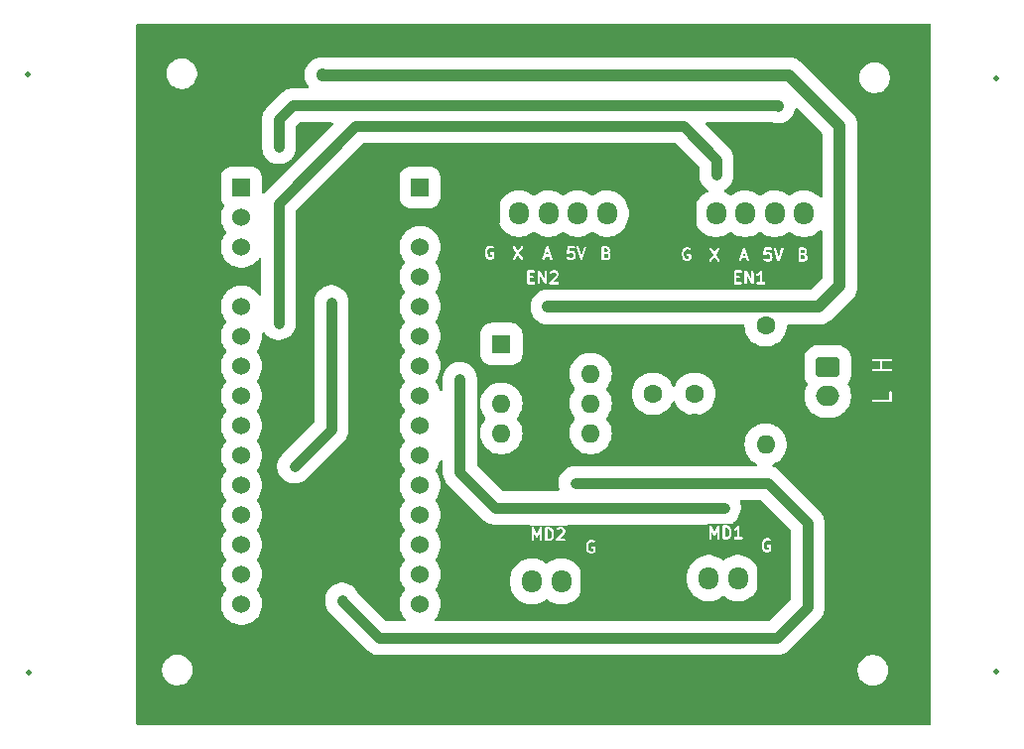
<source format=gbr>
%TF.GenerationSoftware,KiCad,Pcbnew,8.0.3*%
%TF.CreationDate,2024-07-13T22:25:02+09:00*%
%TF.ProjectId,nucleo_rolicon,6e75636c-656f-45f7-926f-6c69636f6e2e,rev?*%
%TF.SameCoordinates,Original*%
%TF.FileFunction,Copper,L1,Top*%
%TF.FilePolarity,Positive*%
%FSLAX46Y46*%
G04 Gerber Fmt 4.6, Leading zero omitted, Abs format (unit mm)*
G04 Created by KiCad (PCBNEW 8.0.3) date 2024-07-13 22:25:02*
%MOMM*%
%LPD*%
G01*
G04 APERTURE LIST*
G04 Aperture macros list*
%AMRoundRect*
0 Rectangle with rounded corners*
0 $1 Rounding radius*
0 $2 $3 $4 $5 $6 $7 $8 $9 X,Y pos of 4 corners*
0 Add a 4 corners polygon primitive as box body*
4,1,4,$2,$3,$4,$5,$6,$7,$8,$9,$2,$3,0*
0 Add four circle primitives for the rounded corners*
1,1,$1+$1,$2,$3*
1,1,$1+$1,$4,$5*
1,1,$1+$1,$6,$7*
1,1,$1+$1,$8,$9*
0 Add four rect primitives between the rounded corners*
20,1,$1+$1,$2,$3,$4,$5,0*
20,1,$1+$1,$4,$5,$6,$7,0*
20,1,$1+$1,$6,$7,$8,$9,0*
20,1,$1+$1,$8,$9,$2,$3,0*%
G04 Aperture macros list end*
%ADD10C,0.200000*%
%TA.AperFunction,ComponentPad*%
%ADD11C,1.600000*%
%TD*%
%TA.AperFunction,ComponentPad*%
%ADD12RoundRect,0.250000X-0.750000X0.600000X-0.750000X-0.600000X0.750000X-0.600000X0.750000X0.600000X0*%
%TD*%
%TA.AperFunction,ComponentPad*%
%ADD13O,2.000000X1.700000*%
%TD*%
%TA.AperFunction,SMDPad,CuDef*%
%ADD14C,0.500000*%
%TD*%
%TA.AperFunction,ComponentPad*%
%ADD15O,1.600000X1.600000*%
%TD*%
%TA.AperFunction,ComponentPad*%
%ADD16O,1.700000X1.950000*%
%TD*%
%TA.AperFunction,ComponentPad*%
%ADD17RoundRect,0.250000X-0.600000X-0.725000X0.600000X-0.725000X0.600000X0.725000X-0.600000X0.725000X0*%
%TD*%
%TA.AperFunction,ComponentPad*%
%ADD18R,1.530000X1.530000*%
%TD*%
%TA.AperFunction,ComponentPad*%
%ADD19C,1.530000*%
%TD*%
%TA.AperFunction,ComponentPad*%
%ADD20RoundRect,0.250000X0.600000X0.725000X-0.600000X0.725000X-0.600000X-0.725000X0.600000X-0.725000X0*%
%TD*%
%TA.AperFunction,ComponentPad*%
%ADD21R,1.600000X1.600000*%
%TD*%
%TA.AperFunction,ViaPad*%
%ADD22C,0.600000*%
%TD*%
%TA.AperFunction,Conductor*%
%ADD23C,0.900000*%
%TD*%
%TA.AperFunction,Conductor*%
%ADD24C,1.000000*%
%TD*%
G04 APERTURE END LIST*
D10*
G36*
X169630611Y-83926529D02*
G01*
X169650236Y-83945305D01*
X169681353Y-84005236D01*
X169682487Y-84101083D01*
X169653866Y-84160576D01*
X169629204Y-84186354D01*
X169569564Y-84217320D01*
X169309487Y-84218567D01*
X169308873Y-83892868D01*
X169522077Y-83891708D01*
X169630611Y-83926529D01*
G37*
G36*
X169576840Y-83444453D02*
G01*
X169602617Y-83469115D01*
X169633842Y-83529254D01*
X169634654Y-83577719D01*
X169606246Y-83636769D01*
X169581588Y-83662542D01*
X169521919Y-83693523D01*
X169308499Y-83694685D01*
X169307976Y-83416683D01*
X169516754Y-83415547D01*
X169576840Y-83444453D01*
G37*
G36*
X169992212Y-84528330D02*
G01*
X168998562Y-84528330D01*
X168998562Y-83317219D01*
X169109673Y-83317219D01*
X169111594Y-84336728D01*
X169126526Y-84372776D01*
X169154116Y-84400366D01*
X169190164Y-84415298D01*
X169209673Y-84417219D01*
X169575212Y-84415465D01*
X169578118Y-84416434D01*
X169592942Y-84415380D01*
X169610134Y-84415298D01*
X169613454Y-84413922D01*
X169617038Y-84413668D01*
X169635346Y-84406662D01*
X169730374Y-84357322D01*
X169741421Y-84352747D01*
X169745267Y-84349589D01*
X169747174Y-84348600D01*
X169748904Y-84346605D01*
X169756574Y-84340310D01*
X169804507Y-84290207D01*
X169812482Y-84283292D01*
X169815093Y-84279142D01*
X169816630Y-84277537D01*
X169817641Y-84275095D01*
X169822925Y-84266701D01*
X169862863Y-84183683D01*
X169864248Y-84182299D01*
X169868700Y-84171549D01*
X169877550Y-84153155D01*
X169877804Y-84149571D01*
X169879180Y-84146251D01*
X169881101Y-84126742D01*
X169879584Y-83998585D01*
X169880316Y-83996392D01*
X169879407Y-83983609D01*
X169879180Y-83964376D01*
X169877804Y-83961055D01*
X169877550Y-83957472D01*
X169870544Y-83939163D01*
X169821201Y-83844129D01*
X169816629Y-83833089D01*
X169813473Y-83829243D01*
X169812482Y-83827335D01*
X169810484Y-83825602D01*
X169804192Y-83817936D01*
X169765429Y-83780851D01*
X169764862Y-83779716D01*
X169758236Y-83773969D01*
X169753751Y-83769678D01*
X169756888Y-83766398D01*
X169764863Y-83759483D01*
X169767474Y-83755333D01*
X169769010Y-83753729D01*
X169770020Y-83751288D01*
X169775306Y-83742892D01*
X169815244Y-83659874D01*
X169816629Y-83658490D01*
X169821081Y-83647740D01*
X169829931Y-83629346D01*
X169830185Y-83625762D01*
X169831561Y-83622442D01*
X169833482Y-83602933D01*
X169832125Y-83521915D01*
X169832697Y-83520202D01*
X169831912Y-83509157D01*
X169831561Y-83488186D01*
X169830185Y-83484865D01*
X169829931Y-83481282D01*
X169822925Y-83462973D01*
X169773582Y-83367939D01*
X169769010Y-83356899D01*
X169765854Y-83353053D01*
X169764863Y-83351145D01*
X169762865Y-83349412D01*
X169756573Y-83341746D01*
X169706472Y-83293814D01*
X169699555Y-83285838D01*
X169695405Y-83283225D01*
X169693801Y-83281691D01*
X169691361Y-83280680D01*
X169682965Y-83275395D01*
X169599947Y-83235456D01*
X169598563Y-83234072D01*
X169587813Y-83229619D01*
X169569419Y-83220770D01*
X169565835Y-83220515D01*
X169562515Y-83219140D01*
X169543006Y-83217219D01*
X169190164Y-83219140D01*
X169154116Y-83234072D01*
X169126526Y-83261662D01*
X169111594Y-83297710D01*
X169109673Y-83317219D01*
X168998562Y-83317219D01*
X168998562Y-83106108D01*
X169992212Y-83106108D01*
X169992212Y-84528330D01*
G37*
G36*
X143282212Y-84368330D02*
G01*
X142240943Y-84368330D01*
X142240943Y-83585790D01*
X142352054Y-83585790D01*
X142353681Y-83723363D01*
X142352172Y-83733508D01*
X142353943Y-83745486D01*
X142353975Y-83748156D01*
X142354539Y-83749519D01*
X142355040Y-83752901D01*
X142402544Y-83935980D01*
X142403224Y-83945536D01*
X142408815Y-83960148D01*
X142409254Y-83961837D01*
X142409684Y-83962417D01*
X142410230Y-83963844D01*
X142459566Y-84058866D01*
X142464144Y-84069918D01*
X142467302Y-84073766D01*
X142468292Y-84075672D01*
X142470286Y-84077401D01*
X142476581Y-84085071D01*
X142562526Y-84168902D01*
X142563531Y-84170912D01*
X142573055Y-84179172D01*
X142586972Y-84192747D01*
X142590291Y-84194122D01*
X142593007Y-84196477D01*
X142610907Y-84204468D01*
X142753991Y-84250374D01*
X142765878Y-84255298D01*
X142770870Y-84255789D01*
X142772879Y-84256434D01*
X142775513Y-84256246D01*
X142785387Y-84257219D01*
X142881529Y-84255609D01*
X142893132Y-84256434D01*
X142897968Y-84255334D01*
X142900134Y-84255298D01*
X142902576Y-84254286D01*
X142912248Y-84252087D01*
X143040625Y-84207678D01*
X143042992Y-84207678D01*
X143054984Y-84202710D01*
X143073005Y-84196477D01*
X143075720Y-84194122D01*
X143079040Y-84192747D01*
X143094193Y-84180310D01*
X143154249Y-84117537D01*
X143169180Y-84081488D01*
X143171101Y-84061980D01*
X143169180Y-83709138D01*
X143154248Y-83673090D01*
X143126658Y-83645500D01*
X143090610Y-83630568D01*
X143071101Y-83628647D01*
X142861116Y-83630568D01*
X142825068Y-83645500D01*
X142797478Y-83673090D01*
X142782546Y-83709138D01*
X142782546Y-83748156D01*
X142797478Y-83784204D01*
X142825068Y-83811794D01*
X142861116Y-83826726D01*
X142880625Y-83828647D01*
X142971640Y-83827814D01*
X142972688Y-84020224D01*
X142971059Y-84021927D01*
X142868448Y-84057422D01*
X142804961Y-84058485D01*
X142698221Y-84024240D01*
X142631082Y-83958752D01*
X142595461Y-83890145D01*
X142551982Y-83722580D01*
X142550576Y-83603773D01*
X142590816Y-83436500D01*
X142626738Y-83361830D01*
X142694045Y-83292824D01*
X142797384Y-83257077D01*
X142902585Y-83255832D01*
X142997069Y-83301287D01*
X143035989Y-83304053D01*
X143073005Y-83291714D01*
X143102482Y-83266149D01*
X143119931Y-83231251D01*
X143122696Y-83192331D01*
X143110358Y-83155315D01*
X143084793Y-83125838D01*
X143068203Y-83115395D01*
X142985185Y-83075456D01*
X142983801Y-83074072D01*
X142973051Y-83069619D01*
X142954657Y-83060770D01*
X142951073Y-83060515D01*
X142947753Y-83059140D01*
X142928244Y-83057219D01*
X142785583Y-83058906D01*
X142772879Y-83058004D01*
X142767993Y-83059114D01*
X142765878Y-83059140D01*
X142763436Y-83060151D01*
X142753764Y-83062351D01*
X142625390Y-83106759D01*
X142623021Y-83106759D01*
X142611024Y-83111728D01*
X142593007Y-83117961D01*
X142590291Y-83120316D01*
X142586973Y-83121691D01*
X142571819Y-83134127D01*
X142477802Y-83230516D01*
X142468292Y-83238765D01*
X142465625Y-83243001D01*
X142464145Y-83244519D01*
X142463134Y-83246958D01*
X142457849Y-83255355D01*
X142414420Y-83345626D01*
X142409254Y-83352600D01*
X142404026Y-83367232D01*
X142403224Y-83368901D01*
X142403172Y-83369623D01*
X142402659Y-83371061D01*
X142358079Y-83556371D01*
X142353975Y-83566281D01*
X142352782Y-83578390D01*
X142352172Y-83580929D01*
X142352389Y-83582387D01*
X142352054Y-83585790D01*
X142240943Y-83585790D01*
X142240943Y-82946108D01*
X143282212Y-82946108D01*
X143282212Y-84368330D01*
G37*
G36*
X177242695Y-96567946D02*
G01*
X175211282Y-96567946D01*
X175211282Y-96281770D01*
X175377949Y-96281770D01*
X175377949Y-96320788D01*
X175392881Y-96356836D01*
X175420471Y-96384426D01*
X175456519Y-96399358D01*
X175476028Y-96401279D01*
X176995537Y-96399358D01*
X177031585Y-96384426D01*
X177059175Y-96356836D01*
X177074107Y-96320788D01*
X177076028Y-96301279D01*
X177074107Y-95567484D01*
X177059175Y-95531436D01*
X177031585Y-95503846D01*
X176995537Y-95488914D01*
X176956519Y-95488914D01*
X176920471Y-95503846D01*
X176892881Y-95531436D01*
X176877949Y-95567484D01*
X176876028Y-95586993D01*
X176877636Y-96201403D01*
X175456519Y-96203200D01*
X175420471Y-96218132D01*
X175392881Y-96245722D01*
X175377949Y-96281770D01*
X175211282Y-96281770D01*
X175211282Y-95322247D01*
X177242695Y-95322247D01*
X177242695Y-96567946D01*
G37*
G36*
X151166189Y-84408330D02*
G01*
X149221410Y-84408330D01*
X149221410Y-83683062D01*
X149332521Y-83683062D01*
X149333975Y-83687880D01*
X149333975Y-83692918D01*
X149339571Y-83706427D01*
X149343792Y-83720417D01*
X149346979Y-83724313D01*
X149348907Y-83728966D01*
X149359243Y-83739302D01*
X149368499Y-83750615D01*
X149372936Y-83752995D01*
X149376497Y-83756556D01*
X149390002Y-83762150D01*
X149402883Y-83769060D01*
X149407892Y-83769560D01*
X149412545Y-83771488D01*
X149427166Y-83771488D01*
X149441707Y-83772942D01*
X149446526Y-83771488D01*
X149451563Y-83771488D01*
X149465072Y-83765891D01*
X149479062Y-83761671D01*
X149482958Y-83758483D01*
X149487611Y-83756556D01*
X149502765Y-83744120D01*
X149536331Y-83709035D01*
X149596079Y-83678013D01*
X149786942Y-83676589D01*
X149846840Y-83705405D01*
X149872617Y-83730067D01*
X149903639Y-83789815D01*
X149905063Y-83980678D01*
X149876247Y-84040576D01*
X149851585Y-84066354D01*
X149791836Y-84097376D01*
X149600974Y-84098800D01*
X149541074Y-84069983D01*
X149487612Y-84018833D01*
X149451564Y-84003902D01*
X149412546Y-84003901D01*
X149376497Y-84018832D01*
X149348907Y-84046422D01*
X149333976Y-84082470D01*
X149333975Y-84121488D01*
X149348906Y-84157537D01*
X149361343Y-84172690D01*
X149411443Y-84220623D01*
X149418361Y-84228600D01*
X149422510Y-84231211D01*
X149424115Y-84232747D01*
X149426555Y-84233757D01*
X149434952Y-84239043D01*
X149517969Y-84278981D01*
X149519354Y-84280366D01*
X149530103Y-84284818D01*
X149548498Y-84293668D01*
X149552081Y-84293922D01*
X149555402Y-84295298D01*
X149574911Y-84297219D01*
X149797866Y-84295556D01*
X149800499Y-84296434D01*
X149814604Y-84295431D01*
X149832515Y-84295298D01*
X149835835Y-84293922D01*
X149839419Y-84293668D01*
X149857727Y-84286662D01*
X149952755Y-84237322D01*
X149963802Y-84232747D01*
X149967648Y-84229589D01*
X149969555Y-84228600D01*
X149971285Y-84226605D01*
X149978955Y-84220310D01*
X150026888Y-84170207D01*
X150034863Y-84163292D01*
X150037474Y-84159142D01*
X150039011Y-84157537D01*
X150040022Y-84155095D01*
X150045306Y-84146701D01*
X150085244Y-84063683D01*
X150086629Y-84062299D01*
X150091081Y-84051549D01*
X150099931Y-84033155D01*
X150100185Y-84029571D01*
X150101561Y-84026251D01*
X150103482Y-84006742D01*
X150101819Y-83783786D01*
X150102697Y-83781154D01*
X150101694Y-83767048D01*
X150101561Y-83749138D01*
X150100185Y-83745817D01*
X150099931Y-83742234D01*
X150092925Y-83723925D01*
X150043582Y-83628891D01*
X150039010Y-83617851D01*
X150035854Y-83614005D01*
X150034863Y-83612097D01*
X150032865Y-83610364D01*
X150026573Y-83602698D01*
X149976472Y-83554766D01*
X149969555Y-83546790D01*
X149965405Y-83544177D01*
X149963801Y-83542643D01*
X149961361Y-83541632D01*
X149952965Y-83536347D01*
X149869947Y-83496408D01*
X149868563Y-83495024D01*
X149857813Y-83490571D01*
X149839419Y-83481722D01*
X149835835Y-83481467D01*
X149832515Y-83480092D01*
X149813006Y-83478171D01*
X149590050Y-83479833D01*
X149587418Y-83478956D01*
X149573312Y-83479958D01*
X149555402Y-83480092D01*
X149552081Y-83481467D01*
X149550953Y-83481547D01*
X149568700Y-83296873D01*
X149975372Y-83295298D01*
X150011420Y-83280366D01*
X150039010Y-83252776D01*
X150053942Y-83216728D01*
X150053942Y-83209726D01*
X150189982Y-83209726D01*
X150194329Y-83228842D01*
X150525590Y-84216734D01*
X150526081Y-84223632D01*
X150531614Y-84234699D01*
X150535653Y-84246742D01*
X150540336Y-84252141D01*
X150543531Y-84258531D01*
X150553002Y-84266746D01*
X150561218Y-84276218D01*
X150567606Y-84279412D01*
X150573007Y-84284096D01*
X150584908Y-84288063D01*
X150596117Y-84293667D01*
X150603241Y-84294173D01*
X150610023Y-84296434D01*
X150622532Y-84295544D01*
X150635037Y-84296434D01*
X150641815Y-84294174D01*
X150648943Y-84293668D01*
X150660159Y-84288059D01*
X150672053Y-84284095D01*
X150677450Y-84279414D01*
X150683842Y-84276218D01*
X150692060Y-84266742D01*
X150701529Y-84258530D01*
X150704722Y-84252143D01*
X150709407Y-84246742D01*
X150717398Y-84228842D01*
X151055078Y-83209727D01*
X151052312Y-83170807D01*
X151034862Y-83135908D01*
X151005386Y-83110343D01*
X150968370Y-83098004D01*
X150929450Y-83100771D01*
X150894551Y-83118220D01*
X150868986Y-83147696D01*
X150860995Y-83165597D01*
X150622963Y-83883973D01*
X150376074Y-83147696D01*
X150350509Y-83118220D01*
X150315610Y-83100770D01*
X150276690Y-83098004D01*
X150239674Y-83110342D01*
X150210198Y-83135907D01*
X150192748Y-83170806D01*
X150189982Y-83209726D01*
X150053942Y-83209726D01*
X150053942Y-83177710D01*
X150039010Y-83141662D01*
X150011420Y-83114072D01*
X149975372Y-83099140D01*
X149955863Y-83097219D01*
X149483651Y-83099048D01*
X149470020Y-83097686D01*
X149465266Y-83099120D01*
X149460164Y-83099140D01*
X149446654Y-83104736D01*
X149432665Y-83108957D01*
X149428768Y-83112144D01*
X149424116Y-83114072D01*
X149413779Y-83124408D01*
X149402467Y-83133664D01*
X149400086Y-83138101D01*
X149396526Y-83141662D01*
X149390931Y-83155167D01*
X149384022Y-83168048D01*
X149382545Y-83175412D01*
X149381594Y-83177710D01*
X149381594Y-83180160D01*
X149380169Y-83187269D01*
X149335731Y-83649660D01*
X149333975Y-83653900D01*
X149333975Y-83667932D01*
X149332521Y-83683062D01*
X149221410Y-83683062D01*
X149221410Y-82986108D01*
X151166189Y-82986108D01*
X151166189Y-84408330D01*
G37*
G36*
X167956189Y-84528330D02*
G01*
X166011410Y-84528330D01*
X166011410Y-83803062D01*
X166122521Y-83803062D01*
X166123975Y-83807880D01*
X166123975Y-83812918D01*
X166129571Y-83826427D01*
X166133792Y-83840417D01*
X166136979Y-83844313D01*
X166138907Y-83848966D01*
X166149243Y-83859302D01*
X166158499Y-83870615D01*
X166162936Y-83872995D01*
X166166497Y-83876556D01*
X166180002Y-83882150D01*
X166192883Y-83889060D01*
X166197892Y-83889560D01*
X166202545Y-83891488D01*
X166217166Y-83891488D01*
X166231707Y-83892942D01*
X166236526Y-83891488D01*
X166241563Y-83891488D01*
X166255072Y-83885891D01*
X166269062Y-83881671D01*
X166272958Y-83878483D01*
X166277611Y-83876556D01*
X166292765Y-83864120D01*
X166326331Y-83829035D01*
X166386079Y-83798013D01*
X166576942Y-83796589D01*
X166636840Y-83825405D01*
X166662617Y-83850067D01*
X166693639Y-83909815D01*
X166695063Y-84100678D01*
X166666247Y-84160576D01*
X166641585Y-84186354D01*
X166581836Y-84217376D01*
X166390974Y-84218800D01*
X166331074Y-84189983D01*
X166277612Y-84138833D01*
X166241564Y-84123902D01*
X166202546Y-84123901D01*
X166166497Y-84138832D01*
X166138907Y-84166422D01*
X166123976Y-84202470D01*
X166123975Y-84241488D01*
X166138906Y-84277537D01*
X166151343Y-84292690D01*
X166201443Y-84340623D01*
X166208361Y-84348600D01*
X166212510Y-84351211D01*
X166214115Y-84352747D01*
X166216555Y-84353757D01*
X166224952Y-84359043D01*
X166307969Y-84398981D01*
X166309354Y-84400366D01*
X166320103Y-84404818D01*
X166338498Y-84413668D01*
X166342081Y-84413922D01*
X166345402Y-84415298D01*
X166364911Y-84417219D01*
X166587866Y-84415556D01*
X166590499Y-84416434D01*
X166604604Y-84415431D01*
X166622515Y-84415298D01*
X166625835Y-84413922D01*
X166629419Y-84413668D01*
X166647727Y-84406662D01*
X166742755Y-84357322D01*
X166753802Y-84352747D01*
X166757648Y-84349589D01*
X166759555Y-84348600D01*
X166761285Y-84346605D01*
X166768955Y-84340310D01*
X166816888Y-84290207D01*
X166824863Y-84283292D01*
X166827474Y-84279142D01*
X166829011Y-84277537D01*
X166830022Y-84275095D01*
X166835306Y-84266701D01*
X166875244Y-84183683D01*
X166876629Y-84182299D01*
X166881081Y-84171549D01*
X166889931Y-84153155D01*
X166890185Y-84149571D01*
X166891561Y-84146251D01*
X166893482Y-84126742D01*
X166891819Y-83903786D01*
X166892697Y-83901154D01*
X166891694Y-83887048D01*
X166891561Y-83869138D01*
X166890185Y-83865817D01*
X166889931Y-83862234D01*
X166882925Y-83843925D01*
X166833582Y-83748891D01*
X166829010Y-83737851D01*
X166825854Y-83734005D01*
X166824863Y-83732097D01*
X166822865Y-83730364D01*
X166816573Y-83722698D01*
X166766472Y-83674766D01*
X166759555Y-83666790D01*
X166755405Y-83664177D01*
X166753801Y-83662643D01*
X166751361Y-83661632D01*
X166742965Y-83656347D01*
X166659947Y-83616408D01*
X166658563Y-83615024D01*
X166647813Y-83610571D01*
X166629419Y-83601722D01*
X166625835Y-83601467D01*
X166622515Y-83600092D01*
X166603006Y-83598171D01*
X166380050Y-83599833D01*
X166377418Y-83598956D01*
X166363312Y-83599958D01*
X166345402Y-83600092D01*
X166342081Y-83601467D01*
X166340953Y-83601547D01*
X166358700Y-83416873D01*
X166765372Y-83415298D01*
X166801420Y-83400366D01*
X166829010Y-83372776D01*
X166843942Y-83336728D01*
X166843942Y-83329726D01*
X166979982Y-83329726D01*
X166984329Y-83348842D01*
X167315590Y-84336734D01*
X167316081Y-84343632D01*
X167321614Y-84354699D01*
X167325653Y-84366742D01*
X167330336Y-84372141D01*
X167333531Y-84378531D01*
X167343002Y-84386746D01*
X167351218Y-84396218D01*
X167357606Y-84399412D01*
X167363007Y-84404096D01*
X167374908Y-84408063D01*
X167386117Y-84413667D01*
X167393241Y-84414173D01*
X167400023Y-84416434D01*
X167412532Y-84415544D01*
X167425037Y-84416434D01*
X167431815Y-84414174D01*
X167438943Y-84413668D01*
X167450159Y-84408059D01*
X167462053Y-84404095D01*
X167467450Y-84399414D01*
X167473842Y-84396218D01*
X167482060Y-84386742D01*
X167491529Y-84378530D01*
X167494722Y-84372143D01*
X167499407Y-84366742D01*
X167507398Y-84348842D01*
X167845078Y-83329727D01*
X167842312Y-83290807D01*
X167824862Y-83255908D01*
X167795386Y-83230343D01*
X167758370Y-83218004D01*
X167719450Y-83220771D01*
X167684551Y-83238220D01*
X167658986Y-83267696D01*
X167650995Y-83285597D01*
X167412963Y-84003973D01*
X167166074Y-83267696D01*
X167140509Y-83238220D01*
X167105610Y-83220770D01*
X167066690Y-83218004D01*
X167029674Y-83230342D01*
X167000198Y-83255907D01*
X166982748Y-83290806D01*
X166979982Y-83329726D01*
X166843942Y-83329726D01*
X166843942Y-83297710D01*
X166829010Y-83261662D01*
X166801420Y-83234072D01*
X166765372Y-83219140D01*
X166745863Y-83217219D01*
X166273651Y-83219048D01*
X166260020Y-83217686D01*
X166255266Y-83219120D01*
X166250164Y-83219140D01*
X166236654Y-83224736D01*
X166222665Y-83228957D01*
X166218768Y-83232144D01*
X166214116Y-83234072D01*
X166203779Y-83244408D01*
X166192467Y-83253664D01*
X166190086Y-83258101D01*
X166186526Y-83261662D01*
X166180931Y-83275167D01*
X166174022Y-83288048D01*
X166172545Y-83295412D01*
X166171594Y-83297710D01*
X166171594Y-83300160D01*
X166170169Y-83307269D01*
X166125731Y-83769660D01*
X166123975Y-83773900D01*
X166123975Y-83787932D01*
X166122521Y-83803062D01*
X166011410Y-83803062D01*
X166011410Y-83106108D01*
X167956189Y-83106108D01*
X167956189Y-84528330D01*
G37*
G36*
X145702212Y-84408330D02*
G01*
X144613324Y-84408330D01*
X144613324Y-83197114D01*
X144724435Y-83197114D01*
X144732007Y-83235391D01*
X144741230Y-83252689D01*
X145038719Y-83697406D01*
X144732007Y-84159047D01*
X144724435Y-84197324D01*
X144732087Y-84235584D01*
X144753798Y-84268004D01*
X144786263Y-84289647D01*
X144824540Y-84297219D01*
X144862800Y-84289567D01*
X144895220Y-84267856D01*
X144907640Y-84252689D01*
X145158048Y-83875792D01*
X145420316Y-84267856D01*
X145452736Y-84289567D01*
X145490996Y-84297219D01*
X145529273Y-84289647D01*
X145561738Y-84268004D01*
X145583449Y-84235584D01*
X145591101Y-84197324D01*
X145583529Y-84159047D01*
X145574306Y-84141749D01*
X145276816Y-83697031D01*
X145583529Y-83235391D01*
X145591101Y-83197114D01*
X145583449Y-83158854D01*
X145561738Y-83126434D01*
X145529273Y-83104791D01*
X145490996Y-83097219D01*
X145452736Y-83104871D01*
X145420316Y-83126582D01*
X145407896Y-83141749D01*
X145157487Y-83518645D01*
X144895220Y-83126582D01*
X144862800Y-83104871D01*
X144824540Y-83097219D01*
X144786263Y-83104791D01*
X144753798Y-83126434D01*
X144732087Y-83158854D01*
X144724435Y-83197114D01*
X144613324Y-83197114D01*
X144613324Y-82986108D01*
X145702212Y-82986108D01*
X145702212Y-84408330D01*
G37*
G36*
X147907789Y-107300198D02*
G01*
X147974930Y-107365685D01*
X148010550Y-107434289D01*
X148054029Y-107601856D01*
X148055435Y-107720664D01*
X148015195Y-107887936D01*
X147979273Y-107962606D01*
X147911964Y-108031614D01*
X147808782Y-108067307D01*
X147682343Y-108068250D01*
X147680832Y-107266485D01*
X147799944Y-107265597D01*
X147907789Y-107300198D01*
G37*
G36*
X149317450Y-108378330D02*
G01*
X146228562Y-108378330D01*
X146228562Y-107167219D01*
X146339673Y-107167219D01*
X146341594Y-108186728D01*
X146356526Y-108222776D01*
X146384116Y-108250366D01*
X146420164Y-108265298D01*
X146459182Y-108265298D01*
X146495230Y-108250366D01*
X146522820Y-108222776D01*
X146537752Y-108186728D01*
X146539673Y-108167219D01*
X146538629Y-107613229D01*
X146682521Y-107919667D01*
X146687500Y-107933356D01*
X146690475Y-107936605D01*
X146692379Y-107940659D01*
X146703589Y-107950925D01*
X146713851Y-107962131D01*
X146717876Y-107964009D01*
X146721154Y-107967011D01*
X146735436Y-107972204D01*
X146749209Y-107978632D01*
X146753648Y-107978827D01*
X146757823Y-107980345D01*
X146773006Y-107979677D01*
X146788189Y-107980345D01*
X146792362Y-107978827D01*
X146796804Y-107978632D01*
X146810588Y-107972199D01*
X146824858Y-107967010D01*
X146828131Y-107964012D01*
X146832161Y-107962132D01*
X146842430Y-107950917D01*
X146853633Y-107940659D01*
X146856944Y-107935068D01*
X146858513Y-107933356D01*
X146859393Y-107930934D01*
X146863624Y-107923793D01*
X147007181Y-107614251D01*
X147008260Y-108186728D01*
X147023192Y-108222776D01*
X147050782Y-108250366D01*
X147086830Y-108265298D01*
X147125848Y-108265298D01*
X147161896Y-108250366D01*
X147189486Y-108222776D01*
X147204418Y-108186728D01*
X147206339Y-108167219D01*
X147204457Y-107168484D01*
X147204513Y-107167219D01*
X147482530Y-107167219D01*
X147484451Y-108186728D01*
X147499383Y-108222776D01*
X147526973Y-108250366D01*
X147563021Y-108265298D01*
X147582530Y-108267219D01*
X147819330Y-108265453D01*
X147833132Y-108266434D01*
X147838059Y-108265313D01*
X147840134Y-108265298D01*
X147842576Y-108264286D01*
X147852248Y-108262087D01*
X147980625Y-108217678D01*
X147982992Y-108217678D01*
X147994984Y-108212710D01*
X148013005Y-108206477D01*
X148015720Y-108204122D01*
X148019040Y-108202747D01*
X148034193Y-108190310D01*
X148075744Y-108147710D01*
X148389213Y-108147710D01*
X148389213Y-108186728D01*
X148404145Y-108222776D01*
X148431735Y-108250366D01*
X148467783Y-108265298D01*
X148487292Y-108267219D01*
X149125848Y-108265298D01*
X149161896Y-108250366D01*
X149189486Y-108222776D01*
X149204418Y-108186728D01*
X149204418Y-108147710D01*
X149189486Y-108111662D01*
X149161896Y-108084072D01*
X149125848Y-108069140D01*
X149106339Y-108067219D01*
X148726786Y-108068360D01*
X149117049Y-107676280D01*
X149120032Y-107674789D01*
X149130180Y-107663087D01*
X149141867Y-107651347D01*
X149143241Y-107648028D01*
X149145597Y-107645313D01*
X149153588Y-107627413D01*
X149199494Y-107484328D01*
X149204418Y-107472442D01*
X149204909Y-107467449D01*
X149205554Y-107465441D01*
X149205366Y-107462806D01*
X149206339Y-107452933D01*
X149204982Y-107371915D01*
X149205554Y-107370202D01*
X149204769Y-107359157D01*
X149204418Y-107338186D01*
X149203042Y-107334865D01*
X149202788Y-107331282D01*
X149195782Y-107312973D01*
X149146439Y-107217939D01*
X149141867Y-107206899D01*
X149138711Y-107203053D01*
X149137720Y-107201145D01*
X149135722Y-107199412D01*
X149129430Y-107191746D01*
X149079329Y-107143814D01*
X149072412Y-107135838D01*
X149068262Y-107133225D01*
X149066658Y-107131691D01*
X149064218Y-107130680D01*
X149055822Y-107125395D01*
X148972804Y-107085456D01*
X148971420Y-107084072D01*
X148960670Y-107079619D01*
X148942276Y-107070770D01*
X148938692Y-107070515D01*
X148935372Y-107069140D01*
X148915863Y-107067219D01*
X148692907Y-107068881D01*
X148690275Y-107068004D01*
X148676169Y-107069006D01*
X148658259Y-107069140D01*
X148654938Y-107070515D01*
X148651355Y-107070770D01*
X148633046Y-107077776D01*
X148538012Y-107127118D01*
X148526972Y-107131691D01*
X148523126Y-107134846D01*
X148521218Y-107135838D01*
X148519485Y-107137835D01*
X148511819Y-107144128D01*
X148451764Y-107206900D01*
X148436832Y-107242948D01*
X148436832Y-107281966D01*
X148451764Y-107318014D01*
X148479354Y-107345604D01*
X148515402Y-107360536D01*
X148554420Y-107360536D01*
X148590468Y-107345604D01*
X148605622Y-107333168D01*
X148639188Y-107298083D01*
X148698936Y-107267061D01*
X148889799Y-107265637D01*
X148949697Y-107294453D01*
X148975474Y-107319115D01*
X149006699Y-107379254D01*
X149007605Y-107433358D01*
X148973503Y-107539652D01*
X148404145Y-108111662D01*
X148389213Y-108147710D01*
X148075744Y-108147710D01*
X148128210Y-108093920D01*
X148137720Y-108085673D01*
X148140386Y-108081437D01*
X148141868Y-108079918D01*
X148142879Y-108077476D01*
X148148163Y-108069082D01*
X148191591Y-107978810D01*
X148196758Y-107971837D01*
X148201986Y-107957202D01*
X148202788Y-107955536D01*
X148202839Y-107954815D01*
X148203353Y-107953377D01*
X148247932Y-107768064D01*
X148252037Y-107758156D01*
X148253229Y-107746046D01*
X148253840Y-107743508D01*
X148253622Y-107742049D01*
X148253958Y-107738647D01*
X148252330Y-107601073D01*
X148253840Y-107590929D01*
X148252068Y-107578950D01*
X148252037Y-107576281D01*
X148251472Y-107574917D01*
X148250972Y-107571536D01*
X148203467Y-107388456D01*
X148202788Y-107378901D01*
X148197195Y-107364285D01*
X148196758Y-107362600D01*
X148196328Y-107362020D01*
X148195782Y-107360592D01*
X148146439Y-107265558D01*
X148141867Y-107254519D01*
X148138711Y-107250674D01*
X148137720Y-107248764D01*
X148135722Y-107247031D01*
X148129431Y-107239365D01*
X148043486Y-107155536D01*
X148042481Y-107153526D01*
X148032951Y-107145260D01*
X148019039Y-107131691D01*
X148015720Y-107130316D01*
X148013005Y-107127961D01*
X147995104Y-107119970D01*
X147852024Y-107074065D01*
X147840134Y-107069140D01*
X147835140Y-107068648D01*
X147833132Y-107068004D01*
X147830498Y-107068191D01*
X147820625Y-107067219D01*
X147563021Y-107069140D01*
X147526973Y-107084072D01*
X147499383Y-107111662D01*
X147484451Y-107147710D01*
X147482530Y-107167219D01*
X147204513Y-107167219D01*
X147205180Y-107152036D01*
X147204422Y-107149952D01*
X147204418Y-107147710D01*
X147197777Y-107131679D01*
X147191846Y-107115367D01*
X147190339Y-107113721D01*
X147189486Y-107111662D01*
X147177224Y-107099400D01*
X147165494Y-107086591D01*
X147163470Y-107085646D01*
X147161896Y-107084072D01*
X147145880Y-107077437D01*
X147130137Y-107070091D01*
X147127907Y-107069993D01*
X147125848Y-107069140D01*
X147108496Y-107069140D01*
X147091156Y-107068378D01*
X147089060Y-107069140D01*
X147086830Y-107069140D01*
X147070799Y-107075780D01*
X147054487Y-107081712D01*
X147052841Y-107083218D01*
X147050782Y-107084072D01*
X147038514Y-107096339D01*
X147025712Y-107108064D01*
X147024145Y-107110708D01*
X147023192Y-107111662D01*
X147022288Y-107113843D01*
X147015721Y-107124930D01*
X146773482Y-107647249D01*
X146529036Y-107126669D01*
X146522820Y-107111662D01*
X146521254Y-107110096D01*
X146520300Y-107108064D01*
X146507503Y-107096345D01*
X146495230Y-107084072D01*
X146493168Y-107083218D01*
X146491525Y-107081713D01*
X146475223Y-107075784D01*
X146459182Y-107069140D01*
X146456951Y-107069140D01*
X146454856Y-107068378D01*
X146437516Y-107069140D01*
X146420164Y-107069140D01*
X146418104Y-107069993D01*
X146415876Y-107070091D01*
X146400145Y-107077432D01*
X146384116Y-107084072D01*
X146382539Y-107085648D01*
X146380518Y-107086592D01*
X146368799Y-107099388D01*
X146356526Y-107111662D01*
X146355672Y-107113723D01*
X146354167Y-107115367D01*
X146348238Y-107131668D01*
X146341594Y-107147710D01*
X146341292Y-107150768D01*
X146340832Y-107152036D01*
X146340935Y-107154395D01*
X146339673Y-107167219D01*
X146228562Y-107167219D01*
X146228562Y-106956108D01*
X149317450Y-106956108D01*
X149317450Y-108378330D01*
G37*
G36*
X166892212Y-109338330D02*
G01*
X165850943Y-109338330D01*
X165850943Y-108555790D01*
X165962054Y-108555790D01*
X165963681Y-108693363D01*
X165962172Y-108703508D01*
X165963943Y-108715486D01*
X165963975Y-108718156D01*
X165964539Y-108719519D01*
X165965040Y-108722901D01*
X166012544Y-108905980D01*
X166013224Y-108915536D01*
X166018815Y-108930148D01*
X166019254Y-108931837D01*
X166019684Y-108932417D01*
X166020230Y-108933844D01*
X166069566Y-109028866D01*
X166074144Y-109039918D01*
X166077302Y-109043766D01*
X166078292Y-109045672D01*
X166080286Y-109047401D01*
X166086581Y-109055071D01*
X166172526Y-109138902D01*
X166173531Y-109140912D01*
X166183055Y-109149172D01*
X166196972Y-109162747D01*
X166200291Y-109164122D01*
X166203007Y-109166477D01*
X166220907Y-109174468D01*
X166363991Y-109220374D01*
X166375878Y-109225298D01*
X166380870Y-109225789D01*
X166382879Y-109226434D01*
X166385513Y-109226246D01*
X166395387Y-109227219D01*
X166491529Y-109225609D01*
X166503132Y-109226434D01*
X166507968Y-109225334D01*
X166510134Y-109225298D01*
X166512576Y-109224286D01*
X166522248Y-109222087D01*
X166650625Y-109177678D01*
X166652992Y-109177678D01*
X166664984Y-109172710D01*
X166683005Y-109166477D01*
X166685720Y-109164122D01*
X166689040Y-109162747D01*
X166704193Y-109150310D01*
X166764249Y-109087537D01*
X166779180Y-109051488D01*
X166781101Y-109031980D01*
X166779180Y-108679138D01*
X166764248Y-108643090D01*
X166736658Y-108615500D01*
X166700610Y-108600568D01*
X166681101Y-108598647D01*
X166471116Y-108600568D01*
X166435068Y-108615500D01*
X166407478Y-108643090D01*
X166392546Y-108679138D01*
X166392546Y-108718156D01*
X166407478Y-108754204D01*
X166435068Y-108781794D01*
X166471116Y-108796726D01*
X166490625Y-108798647D01*
X166581640Y-108797814D01*
X166582688Y-108990224D01*
X166581059Y-108991927D01*
X166478448Y-109027422D01*
X166414961Y-109028485D01*
X166308221Y-108994240D01*
X166241082Y-108928752D01*
X166205461Y-108860145D01*
X166161982Y-108692580D01*
X166160576Y-108573773D01*
X166200816Y-108406500D01*
X166236738Y-108331830D01*
X166304045Y-108262824D01*
X166407384Y-108227077D01*
X166512585Y-108225832D01*
X166607069Y-108271287D01*
X166645989Y-108274053D01*
X166683005Y-108261714D01*
X166712482Y-108236149D01*
X166729931Y-108201251D01*
X166732696Y-108162331D01*
X166720358Y-108125315D01*
X166694793Y-108095838D01*
X166678203Y-108085395D01*
X166595185Y-108045456D01*
X166593801Y-108044072D01*
X166583051Y-108039619D01*
X166564657Y-108030770D01*
X166561073Y-108030515D01*
X166557753Y-108029140D01*
X166538244Y-108027219D01*
X166395583Y-108028906D01*
X166382879Y-108028004D01*
X166377993Y-108029114D01*
X166375878Y-108029140D01*
X166373436Y-108030151D01*
X166363764Y-108032351D01*
X166235390Y-108076759D01*
X166233021Y-108076759D01*
X166221024Y-108081728D01*
X166203007Y-108087961D01*
X166200291Y-108090316D01*
X166196973Y-108091691D01*
X166181819Y-108104127D01*
X166087802Y-108200516D01*
X166078292Y-108208765D01*
X166075625Y-108213001D01*
X166074145Y-108214519D01*
X166073134Y-108216958D01*
X166067849Y-108225355D01*
X166024420Y-108315626D01*
X166019254Y-108322600D01*
X166014026Y-108337232D01*
X166013224Y-108338901D01*
X166013172Y-108339623D01*
X166012659Y-108341061D01*
X165968079Y-108526371D01*
X165963975Y-108536281D01*
X165962782Y-108548390D01*
X165962172Y-108550929D01*
X165962389Y-108552387D01*
X165962054Y-108555790D01*
X165850943Y-108555790D01*
X165850943Y-107916108D01*
X166892212Y-107916108D01*
X166892212Y-109338330D01*
G37*
G36*
X160072212Y-84488330D02*
G01*
X159030943Y-84488330D01*
X159030943Y-83705790D01*
X159142054Y-83705790D01*
X159143681Y-83843363D01*
X159142172Y-83853508D01*
X159143943Y-83865486D01*
X159143975Y-83868156D01*
X159144539Y-83869519D01*
X159145040Y-83872901D01*
X159192544Y-84055980D01*
X159193224Y-84065536D01*
X159198815Y-84080148D01*
X159199254Y-84081837D01*
X159199684Y-84082417D01*
X159200230Y-84083844D01*
X159249566Y-84178866D01*
X159254144Y-84189918D01*
X159257302Y-84193766D01*
X159258292Y-84195672D01*
X159260286Y-84197401D01*
X159266581Y-84205071D01*
X159352526Y-84288902D01*
X159353531Y-84290912D01*
X159363055Y-84299172D01*
X159376972Y-84312747D01*
X159380291Y-84314122D01*
X159383007Y-84316477D01*
X159400907Y-84324468D01*
X159543991Y-84370374D01*
X159555878Y-84375298D01*
X159560870Y-84375789D01*
X159562879Y-84376434D01*
X159565513Y-84376246D01*
X159575387Y-84377219D01*
X159671529Y-84375609D01*
X159683132Y-84376434D01*
X159687968Y-84375334D01*
X159690134Y-84375298D01*
X159692576Y-84374286D01*
X159702248Y-84372087D01*
X159830625Y-84327678D01*
X159832992Y-84327678D01*
X159844984Y-84322710D01*
X159863005Y-84316477D01*
X159865720Y-84314122D01*
X159869040Y-84312747D01*
X159884193Y-84300310D01*
X159944249Y-84237537D01*
X159959180Y-84201488D01*
X159961101Y-84181980D01*
X159959180Y-83829138D01*
X159944248Y-83793090D01*
X159916658Y-83765500D01*
X159880610Y-83750568D01*
X159861101Y-83748647D01*
X159651116Y-83750568D01*
X159615068Y-83765500D01*
X159587478Y-83793090D01*
X159572546Y-83829138D01*
X159572546Y-83868156D01*
X159587478Y-83904204D01*
X159615068Y-83931794D01*
X159651116Y-83946726D01*
X159670625Y-83948647D01*
X159761640Y-83947814D01*
X159762688Y-84140224D01*
X159761059Y-84141927D01*
X159658448Y-84177422D01*
X159594961Y-84178485D01*
X159488221Y-84144240D01*
X159421082Y-84078752D01*
X159385461Y-84010145D01*
X159341982Y-83842580D01*
X159340576Y-83723773D01*
X159380816Y-83556500D01*
X159416738Y-83481830D01*
X159484045Y-83412824D01*
X159587384Y-83377077D01*
X159692585Y-83375832D01*
X159787069Y-83421287D01*
X159825989Y-83424053D01*
X159863005Y-83411714D01*
X159892482Y-83386149D01*
X159909931Y-83351251D01*
X159912696Y-83312331D01*
X159900358Y-83275315D01*
X159874793Y-83245838D01*
X159858203Y-83235395D01*
X159775185Y-83195456D01*
X159773801Y-83194072D01*
X159763051Y-83189619D01*
X159744657Y-83180770D01*
X159741073Y-83180515D01*
X159737753Y-83179140D01*
X159718244Y-83177219D01*
X159575583Y-83178906D01*
X159562879Y-83178004D01*
X159557993Y-83179114D01*
X159555878Y-83179140D01*
X159553436Y-83180151D01*
X159543764Y-83182351D01*
X159415390Y-83226759D01*
X159413021Y-83226759D01*
X159401024Y-83231728D01*
X159383007Y-83237961D01*
X159380291Y-83240316D01*
X159376973Y-83241691D01*
X159361819Y-83254127D01*
X159267802Y-83350516D01*
X159258292Y-83358765D01*
X159255625Y-83363001D01*
X159254145Y-83364519D01*
X159253134Y-83366958D01*
X159247849Y-83375355D01*
X159204420Y-83465626D01*
X159199254Y-83472600D01*
X159194026Y-83487232D01*
X159193224Y-83488901D01*
X159193172Y-83489623D01*
X159192659Y-83491061D01*
X159148079Y-83676371D01*
X159143975Y-83686281D01*
X159142782Y-83698390D01*
X159142172Y-83700929D01*
X159142389Y-83702387D01*
X159142054Y-83705790D01*
X159030943Y-83705790D01*
X159030943Y-83066108D01*
X160072212Y-83066108D01*
X160072212Y-84488330D01*
G37*
G36*
X177240774Y-93957946D02*
G01*
X175211282Y-93957946D01*
X175211282Y-92814627D01*
X175377949Y-92814627D01*
X175377949Y-92853645D01*
X175392881Y-92889693D01*
X175420471Y-92917283D01*
X175456519Y-92932215D01*
X175476028Y-92934136D01*
X176090531Y-92933359D01*
X176091975Y-93592396D01*
X175456519Y-93593200D01*
X175420471Y-93608132D01*
X175392881Y-93635722D01*
X175377949Y-93671770D01*
X175377949Y-93710788D01*
X175392881Y-93746836D01*
X175420471Y-93774426D01*
X175456519Y-93789358D01*
X175476028Y-93791279D01*
X176995537Y-93789358D01*
X177031585Y-93774426D01*
X177059175Y-93746836D01*
X177074107Y-93710788D01*
X177074107Y-93671770D01*
X177059175Y-93635722D01*
X177031585Y-93608132D01*
X176995537Y-93593200D01*
X176976028Y-93591279D01*
X176290096Y-93592146D01*
X176288652Y-92933108D01*
X176995537Y-92932215D01*
X177031585Y-92917283D01*
X177059175Y-92889693D01*
X177074107Y-92853645D01*
X177074107Y-92814627D01*
X177059175Y-92778579D01*
X177031585Y-92750989D01*
X176995537Y-92736057D01*
X176976028Y-92734136D01*
X175456519Y-92736057D01*
X175420471Y-92750989D01*
X175392881Y-92778579D01*
X175377949Y-92814627D01*
X175211282Y-92814627D01*
X175211282Y-92567469D01*
X177240774Y-92567469D01*
X177240774Y-93957946D01*
G37*
G36*
X147780838Y-83802036D02*
G01*
X147579532Y-83802816D01*
X147679715Y-83500465D01*
X147780838Y-83802036D01*
G37*
G36*
X148223808Y-84397545D02*
G01*
X147136490Y-84397545D01*
X147136490Y-84174712D01*
X147247601Y-84174712D01*
X147250367Y-84213632D01*
X147267817Y-84248531D01*
X147297293Y-84274096D01*
X147334309Y-84286434D01*
X147373229Y-84283668D01*
X147408128Y-84266218D01*
X147433693Y-84236742D01*
X147441684Y-84218842D01*
X147513790Y-84001225D01*
X147847198Y-83999933D01*
X147926605Y-84236742D01*
X147952170Y-84266218D01*
X147987069Y-84283667D01*
X148025989Y-84286434D01*
X148063005Y-84274095D01*
X148092481Y-84248530D01*
X148109931Y-84213631D01*
X148112697Y-84174711D01*
X148108350Y-84155596D01*
X147777088Y-83167703D01*
X147776598Y-83160807D01*
X147771065Y-83149741D01*
X147767026Y-83137696D01*
X147762341Y-83132294D01*
X147759148Y-83125908D01*
X147749679Y-83117695D01*
X147741461Y-83108220D01*
X147735069Y-83105023D01*
X147729672Y-83100343D01*
X147717778Y-83096378D01*
X147706562Y-83090770D01*
X147699434Y-83090263D01*
X147692656Y-83088004D01*
X147680151Y-83088893D01*
X147667642Y-83088004D01*
X147660860Y-83090264D01*
X147653736Y-83090771D01*
X147642527Y-83096374D01*
X147630626Y-83100342D01*
X147625225Y-83105025D01*
X147618837Y-83108220D01*
X147610621Y-83117691D01*
X147601150Y-83125907D01*
X147597955Y-83132296D01*
X147593272Y-83137696D01*
X147585281Y-83155597D01*
X147347057Y-83874554D01*
X147343975Y-83881995D01*
X147343975Y-83883856D01*
X147247601Y-84174712D01*
X147136490Y-84174712D01*
X147136490Y-82976893D01*
X148223808Y-82976893D01*
X148223808Y-84397545D01*
G37*
G36*
X151912212Y-109458330D02*
G01*
X150870943Y-109458330D01*
X150870943Y-108675790D01*
X150982054Y-108675790D01*
X150983681Y-108813363D01*
X150982172Y-108823508D01*
X150983943Y-108835486D01*
X150983975Y-108838156D01*
X150984539Y-108839519D01*
X150985040Y-108842901D01*
X151032544Y-109025980D01*
X151033224Y-109035536D01*
X151038815Y-109050148D01*
X151039254Y-109051837D01*
X151039684Y-109052417D01*
X151040230Y-109053844D01*
X151089566Y-109148866D01*
X151094144Y-109159918D01*
X151097302Y-109163766D01*
X151098292Y-109165672D01*
X151100286Y-109167401D01*
X151106581Y-109175071D01*
X151192526Y-109258902D01*
X151193531Y-109260912D01*
X151203055Y-109269172D01*
X151216972Y-109282747D01*
X151220291Y-109284122D01*
X151223007Y-109286477D01*
X151240907Y-109294468D01*
X151383991Y-109340374D01*
X151395878Y-109345298D01*
X151400870Y-109345789D01*
X151402879Y-109346434D01*
X151405513Y-109346246D01*
X151415387Y-109347219D01*
X151511529Y-109345609D01*
X151523132Y-109346434D01*
X151527968Y-109345334D01*
X151530134Y-109345298D01*
X151532576Y-109344286D01*
X151542248Y-109342087D01*
X151670625Y-109297678D01*
X151672992Y-109297678D01*
X151684984Y-109292710D01*
X151703005Y-109286477D01*
X151705720Y-109284122D01*
X151709040Y-109282747D01*
X151724193Y-109270310D01*
X151784249Y-109207537D01*
X151799180Y-109171488D01*
X151801101Y-109151980D01*
X151799180Y-108799138D01*
X151784248Y-108763090D01*
X151756658Y-108735500D01*
X151720610Y-108720568D01*
X151701101Y-108718647D01*
X151491116Y-108720568D01*
X151455068Y-108735500D01*
X151427478Y-108763090D01*
X151412546Y-108799138D01*
X151412546Y-108838156D01*
X151427478Y-108874204D01*
X151455068Y-108901794D01*
X151491116Y-108916726D01*
X151510625Y-108918647D01*
X151601640Y-108917814D01*
X151602688Y-109110224D01*
X151601059Y-109111927D01*
X151498448Y-109147422D01*
X151434961Y-109148485D01*
X151328221Y-109114240D01*
X151261082Y-109048752D01*
X151225461Y-108980145D01*
X151181982Y-108812580D01*
X151180576Y-108693773D01*
X151220816Y-108526500D01*
X151256738Y-108451830D01*
X151324045Y-108382824D01*
X151427384Y-108347077D01*
X151532585Y-108345832D01*
X151627069Y-108391287D01*
X151665989Y-108394053D01*
X151703005Y-108381714D01*
X151732482Y-108356149D01*
X151749931Y-108321251D01*
X151752696Y-108282331D01*
X151740358Y-108245315D01*
X151714793Y-108215838D01*
X151698203Y-108205395D01*
X151615185Y-108165456D01*
X151613801Y-108164072D01*
X151603051Y-108159619D01*
X151584657Y-108150770D01*
X151581073Y-108150515D01*
X151577753Y-108149140D01*
X151558244Y-108147219D01*
X151415583Y-108148906D01*
X151402879Y-108148004D01*
X151397993Y-108149114D01*
X151395878Y-108149140D01*
X151393436Y-108150151D01*
X151383764Y-108152351D01*
X151255390Y-108196759D01*
X151253021Y-108196759D01*
X151241024Y-108201728D01*
X151223007Y-108207961D01*
X151220291Y-108210316D01*
X151216973Y-108211691D01*
X151201819Y-108224127D01*
X151107802Y-108320516D01*
X151098292Y-108328765D01*
X151095625Y-108333001D01*
X151094145Y-108334519D01*
X151093134Y-108336958D01*
X151087849Y-108345355D01*
X151044420Y-108435626D01*
X151039254Y-108442600D01*
X151034026Y-108457232D01*
X151033224Y-108458901D01*
X151033172Y-108459623D01*
X151032659Y-108461061D01*
X150988079Y-108646371D01*
X150983975Y-108656281D01*
X150982782Y-108668390D01*
X150982172Y-108670929D01*
X150982389Y-108672387D01*
X150982054Y-108675790D01*
X150870943Y-108675790D01*
X150870943Y-108036108D01*
X151912212Y-108036108D01*
X151912212Y-109458330D01*
G37*
G36*
X152840611Y-83806529D02*
G01*
X152860236Y-83825305D01*
X152891353Y-83885236D01*
X152892487Y-83981083D01*
X152863866Y-84040576D01*
X152839204Y-84066354D01*
X152779564Y-84097320D01*
X152519487Y-84098567D01*
X152518873Y-83772868D01*
X152732077Y-83771708D01*
X152840611Y-83806529D01*
G37*
G36*
X152786840Y-83324453D02*
G01*
X152812617Y-83349115D01*
X152843842Y-83409254D01*
X152844654Y-83457719D01*
X152816246Y-83516769D01*
X152791588Y-83542542D01*
X152731919Y-83573523D01*
X152518499Y-83574685D01*
X152517976Y-83296683D01*
X152726754Y-83295547D01*
X152786840Y-83324453D01*
G37*
G36*
X153202212Y-84408330D02*
G01*
X152208562Y-84408330D01*
X152208562Y-83197219D01*
X152319673Y-83197219D01*
X152321594Y-84216728D01*
X152336526Y-84252776D01*
X152364116Y-84280366D01*
X152400164Y-84295298D01*
X152419673Y-84297219D01*
X152785212Y-84295465D01*
X152788118Y-84296434D01*
X152802942Y-84295380D01*
X152820134Y-84295298D01*
X152823454Y-84293922D01*
X152827038Y-84293668D01*
X152845346Y-84286662D01*
X152940374Y-84237322D01*
X152951421Y-84232747D01*
X152955267Y-84229589D01*
X152957174Y-84228600D01*
X152958904Y-84226605D01*
X152966574Y-84220310D01*
X153014507Y-84170207D01*
X153022482Y-84163292D01*
X153025093Y-84159142D01*
X153026630Y-84157537D01*
X153027641Y-84155095D01*
X153032925Y-84146701D01*
X153072863Y-84063683D01*
X153074248Y-84062299D01*
X153078700Y-84051549D01*
X153087550Y-84033155D01*
X153087804Y-84029571D01*
X153089180Y-84026251D01*
X153091101Y-84006742D01*
X153089584Y-83878585D01*
X153090316Y-83876392D01*
X153089407Y-83863609D01*
X153089180Y-83844376D01*
X153087804Y-83841055D01*
X153087550Y-83837472D01*
X153080544Y-83819163D01*
X153031201Y-83724129D01*
X153026629Y-83713089D01*
X153023473Y-83709243D01*
X153022482Y-83707335D01*
X153020484Y-83705602D01*
X153014192Y-83697936D01*
X152975429Y-83660851D01*
X152974862Y-83659716D01*
X152968236Y-83653969D01*
X152963751Y-83649678D01*
X152966888Y-83646398D01*
X152974863Y-83639483D01*
X152977474Y-83635333D01*
X152979010Y-83633729D01*
X152980020Y-83631288D01*
X152985306Y-83622892D01*
X153025244Y-83539874D01*
X153026629Y-83538490D01*
X153031081Y-83527740D01*
X153039931Y-83509346D01*
X153040185Y-83505762D01*
X153041561Y-83502442D01*
X153043482Y-83482933D01*
X153042125Y-83401915D01*
X153042697Y-83400202D01*
X153041912Y-83389157D01*
X153041561Y-83368186D01*
X153040185Y-83364865D01*
X153039931Y-83361282D01*
X153032925Y-83342973D01*
X152983582Y-83247939D01*
X152979010Y-83236899D01*
X152975854Y-83233053D01*
X152974863Y-83231145D01*
X152972865Y-83229412D01*
X152966573Y-83221746D01*
X152916472Y-83173814D01*
X152909555Y-83165838D01*
X152905405Y-83163225D01*
X152903801Y-83161691D01*
X152901361Y-83160680D01*
X152892965Y-83155395D01*
X152809947Y-83115456D01*
X152808563Y-83114072D01*
X152797813Y-83109619D01*
X152779419Y-83100770D01*
X152775835Y-83100515D01*
X152772515Y-83099140D01*
X152753006Y-83097219D01*
X152400164Y-83099140D01*
X152364116Y-83114072D01*
X152336526Y-83141662D01*
X152321594Y-83177710D01*
X152319673Y-83197219D01*
X152208562Y-83197219D01*
X152208562Y-82986108D01*
X153202212Y-82986108D01*
X153202212Y-84408330D01*
G37*
G36*
X164570838Y-83922036D02*
G01*
X164369532Y-83922816D01*
X164469715Y-83620465D01*
X164570838Y-83922036D01*
G37*
G36*
X165013808Y-84517545D02*
G01*
X163926490Y-84517545D01*
X163926490Y-84294712D01*
X164037601Y-84294712D01*
X164040367Y-84333632D01*
X164057817Y-84368531D01*
X164087293Y-84394096D01*
X164124309Y-84406434D01*
X164163229Y-84403668D01*
X164198128Y-84386218D01*
X164223693Y-84356742D01*
X164231684Y-84338842D01*
X164303790Y-84121225D01*
X164637198Y-84119933D01*
X164716605Y-84356742D01*
X164742170Y-84386218D01*
X164777069Y-84403667D01*
X164815989Y-84406434D01*
X164853005Y-84394095D01*
X164882481Y-84368530D01*
X164899931Y-84333631D01*
X164902697Y-84294711D01*
X164898350Y-84275596D01*
X164567088Y-83287703D01*
X164566598Y-83280807D01*
X164561065Y-83269741D01*
X164557026Y-83257696D01*
X164552341Y-83252294D01*
X164549148Y-83245908D01*
X164539679Y-83237695D01*
X164531461Y-83228220D01*
X164525069Y-83225023D01*
X164519672Y-83220343D01*
X164507778Y-83216378D01*
X164496562Y-83210770D01*
X164489434Y-83210263D01*
X164482656Y-83208004D01*
X164470151Y-83208893D01*
X164457642Y-83208004D01*
X164450860Y-83210264D01*
X164443736Y-83210771D01*
X164432527Y-83216374D01*
X164420626Y-83220342D01*
X164415225Y-83225025D01*
X164408837Y-83228220D01*
X164400621Y-83237691D01*
X164391150Y-83245907D01*
X164387955Y-83252296D01*
X164383272Y-83257696D01*
X164375281Y-83275597D01*
X164137057Y-83994554D01*
X164133975Y-84001995D01*
X164133975Y-84003856D01*
X164037601Y-84294712D01*
X163926490Y-84294712D01*
X163926490Y-83096893D01*
X165013808Y-83096893D01*
X165013808Y-84517545D01*
G37*
G36*
X162492212Y-84528330D02*
G01*
X161403324Y-84528330D01*
X161403324Y-83317114D01*
X161514435Y-83317114D01*
X161522007Y-83355391D01*
X161531230Y-83372689D01*
X161828719Y-83817406D01*
X161522007Y-84279047D01*
X161514435Y-84317324D01*
X161522087Y-84355584D01*
X161543798Y-84388004D01*
X161576263Y-84409647D01*
X161614540Y-84417219D01*
X161652800Y-84409567D01*
X161685220Y-84387856D01*
X161697640Y-84372689D01*
X161948048Y-83995792D01*
X162210316Y-84387856D01*
X162242736Y-84409567D01*
X162280996Y-84417219D01*
X162319273Y-84409647D01*
X162351738Y-84388004D01*
X162373449Y-84355584D01*
X162381101Y-84317324D01*
X162373529Y-84279047D01*
X162364306Y-84261749D01*
X162066816Y-83817031D01*
X162373529Y-83355391D01*
X162381101Y-83317114D01*
X162373449Y-83278854D01*
X162351738Y-83246434D01*
X162319273Y-83224791D01*
X162280996Y-83217219D01*
X162242736Y-83224871D01*
X162210316Y-83246582D01*
X162197896Y-83261749D01*
X161947487Y-83638645D01*
X161685220Y-83246582D01*
X161652800Y-83224871D01*
X161614540Y-83217219D01*
X161576263Y-83224791D01*
X161543798Y-83246434D01*
X161522087Y-83278854D01*
X161514435Y-83317114D01*
X161403324Y-83317114D01*
X161403324Y-83106108D01*
X162492212Y-83106108D01*
X162492212Y-84528330D01*
G37*
G36*
X163067789Y-107160198D02*
G01*
X163134930Y-107225685D01*
X163170550Y-107294289D01*
X163214029Y-107461856D01*
X163215435Y-107580664D01*
X163175195Y-107747936D01*
X163139273Y-107822606D01*
X163071964Y-107891614D01*
X162968782Y-107927307D01*
X162842343Y-107928250D01*
X162840832Y-107126485D01*
X162959944Y-107125597D01*
X163067789Y-107160198D01*
G37*
G36*
X164475529Y-108238330D02*
G01*
X161388562Y-108238330D01*
X161388562Y-107027219D01*
X161499673Y-107027219D01*
X161501594Y-108046728D01*
X161516526Y-108082776D01*
X161544116Y-108110366D01*
X161580164Y-108125298D01*
X161619182Y-108125298D01*
X161655230Y-108110366D01*
X161682820Y-108082776D01*
X161697752Y-108046728D01*
X161699673Y-108027219D01*
X161698629Y-107473229D01*
X161842521Y-107779667D01*
X161847500Y-107793356D01*
X161850475Y-107796605D01*
X161852379Y-107800659D01*
X161863589Y-107810925D01*
X161873851Y-107822131D01*
X161877876Y-107824009D01*
X161881154Y-107827011D01*
X161895436Y-107832204D01*
X161909209Y-107838632D01*
X161913648Y-107838827D01*
X161917823Y-107840345D01*
X161933006Y-107839677D01*
X161948189Y-107840345D01*
X161952362Y-107838827D01*
X161956804Y-107838632D01*
X161970588Y-107832199D01*
X161984858Y-107827010D01*
X161988131Y-107824012D01*
X161992161Y-107822132D01*
X162002430Y-107810917D01*
X162013633Y-107800659D01*
X162016944Y-107795068D01*
X162018513Y-107793356D01*
X162019393Y-107790934D01*
X162023624Y-107783793D01*
X162167181Y-107474251D01*
X162168260Y-108046728D01*
X162183192Y-108082776D01*
X162210782Y-108110366D01*
X162246830Y-108125298D01*
X162285848Y-108125298D01*
X162321896Y-108110366D01*
X162349486Y-108082776D01*
X162364418Y-108046728D01*
X162366339Y-108027219D01*
X162364457Y-107028484D01*
X162364513Y-107027219D01*
X162642530Y-107027219D01*
X162644451Y-108046728D01*
X162659383Y-108082776D01*
X162686973Y-108110366D01*
X162723021Y-108125298D01*
X162742530Y-108127219D01*
X162979330Y-108125453D01*
X162993132Y-108126434D01*
X162998059Y-108125313D01*
X163000134Y-108125298D01*
X163002576Y-108124286D01*
X163012248Y-108122087D01*
X163140625Y-108077678D01*
X163142992Y-108077678D01*
X163154984Y-108072710D01*
X163173005Y-108066477D01*
X163175720Y-108064122D01*
X163179040Y-108062747D01*
X163194193Y-108050310D01*
X163288210Y-107953920D01*
X163297720Y-107945673D01*
X163300386Y-107941437D01*
X163301868Y-107939918D01*
X163302879Y-107937476D01*
X163308163Y-107929082D01*
X163351591Y-107838810D01*
X163356758Y-107831837D01*
X163361986Y-107817202D01*
X163362788Y-107815536D01*
X163362839Y-107814815D01*
X163363353Y-107813377D01*
X163407932Y-107628064D01*
X163412037Y-107618156D01*
X163413229Y-107606046D01*
X163413840Y-107603508D01*
X163413622Y-107602049D01*
X163413958Y-107598647D01*
X163412330Y-107461073D01*
X163413840Y-107450929D01*
X163412068Y-107438950D01*
X163412037Y-107436281D01*
X163411472Y-107434917D01*
X163410972Y-107431536D01*
X163376952Y-107300426D01*
X163595696Y-107300426D01*
X163598462Y-107339346D01*
X163615911Y-107374245D01*
X163645388Y-107399809D01*
X163682404Y-107412148D01*
X163721324Y-107409382D01*
X163739632Y-107402376D01*
X163834661Y-107353035D01*
X163845706Y-107348461D01*
X163849552Y-107345304D01*
X163851460Y-107344314D01*
X163853189Y-107342319D01*
X163860860Y-107336025D01*
X163881167Y-107315204D01*
X163882323Y-107928467D01*
X163675402Y-107929140D01*
X163639354Y-107944072D01*
X163611764Y-107971662D01*
X163596832Y-108007710D01*
X163596832Y-108046728D01*
X163611764Y-108082776D01*
X163639354Y-108110366D01*
X163675402Y-108125298D01*
X163694911Y-108127219D01*
X164285848Y-108125298D01*
X164321896Y-108110366D01*
X164349486Y-108082776D01*
X164364418Y-108046728D01*
X164364418Y-108007710D01*
X164349486Y-107971662D01*
X164321896Y-107944072D01*
X164285848Y-107929140D01*
X164266339Y-107927219D01*
X164080437Y-107927823D01*
X164078758Y-107036550D01*
X164080625Y-107027114D01*
X164078722Y-107017602D01*
X164078704Y-107007710D01*
X164074914Y-106998561D01*
X164072973Y-106988854D01*
X164067521Y-106980713D01*
X164063772Y-106971662D01*
X164056772Y-106964662D01*
X164051262Y-106956434D01*
X164043107Y-106950997D01*
X164036182Y-106944072D01*
X164027038Y-106940284D01*
X164018797Y-106934790D01*
X164009183Y-106932888D01*
X164000134Y-106929140D01*
X163990233Y-106929140D01*
X163980521Y-106927219D01*
X163970916Y-106929140D01*
X163961116Y-106929140D01*
X163951967Y-106932929D01*
X163942260Y-106934871D01*
X163934119Y-106940322D01*
X163925068Y-106944072D01*
X163918068Y-106951071D01*
X163909840Y-106956582D01*
X163897551Y-106971588D01*
X163897478Y-106971662D01*
X163897464Y-106971694D01*
X163897420Y-106971749D01*
X163813186Y-107100892D01*
X163734540Y-107181523D01*
X163633599Y-107233933D01*
X163608035Y-107263410D01*
X163595696Y-107300426D01*
X163376952Y-107300426D01*
X163363467Y-107248456D01*
X163362788Y-107238901D01*
X163357195Y-107224285D01*
X163356758Y-107222600D01*
X163356328Y-107222020D01*
X163355782Y-107220592D01*
X163306439Y-107125558D01*
X163301867Y-107114519D01*
X163298711Y-107110674D01*
X163297720Y-107108764D01*
X163295722Y-107107031D01*
X163289431Y-107099365D01*
X163203486Y-107015536D01*
X163202481Y-107013526D01*
X163192951Y-107005260D01*
X163179039Y-106991691D01*
X163175720Y-106990316D01*
X163173005Y-106987961D01*
X163155104Y-106979970D01*
X163012024Y-106934065D01*
X163000134Y-106929140D01*
X162995140Y-106928648D01*
X162993132Y-106928004D01*
X162990498Y-106928191D01*
X162980625Y-106927219D01*
X162723021Y-106929140D01*
X162686973Y-106944072D01*
X162659383Y-106971662D01*
X162644451Y-107007710D01*
X162642530Y-107027219D01*
X162364513Y-107027219D01*
X162365180Y-107012036D01*
X162364422Y-107009952D01*
X162364418Y-107007710D01*
X162357777Y-106991679D01*
X162351846Y-106975367D01*
X162350339Y-106973721D01*
X162349486Y-106971662D01*
X162337224Y-106959400D01*
X162325494Y-106946591D01*
X162323470Y-106945646D01*
X162321896Y-106944072D01*
X162305880Y-106937437D01*
X162290137Y-106930091D01*
X162287907Y-106929993D01*
X162285848Y-106929140D01*
X162268496Y-106929140D01*
X162251156Y-106928378D01*
X162249060Y-106929140D01*
X162246830Y-106929140D01*
X162230799Y-106935780D01*
X162214487Y-106941712D01*
X162212841Y-106943218D01*
X162210782Y-106944072D01*
X162198514Y-106956339D01*
X162185712Y-106968064D01*
X162184145Y-106970708D01*
X162183192Y-106971662D01*
X162182288Y-106973843D01*
X162175721Y-106984930D01*
X161933482Y-107507249D01*
X161689036Y-106986669D01*
X161682820Y-106971662D01*
X161681254Y-106970096D01*
X161680300Y-106968064D01*
X161667503Y-106956345D01*
X161655230Y-106944072D01*
X161653168Y-106943218D01*
X161651525Y-106941713D01*
X161635223Y-106935784D01*
X161619182Y-106929140D01*
X161616951Y-106929140D01*
X161614856Y-106928378D01*
X161597516Y-106929140D01*
X161580164Y-106929140D01*
X161578104Y-106929993D01*
X161575876Y-106930091D01*
X161560145Y-106937432D01*
X161544116Y-106944072D01*
X161542539Y-106945648D01*
X161540518Y-106946592D01*
X161528799Y-106959388D01*
X161516526Y-106971662D01*
X161515672Y-106973723D01*
X161514167Y-106975367D01*
X161508238Y-106991668D01*
X161501594Y-107007710D01*
X161501292Y-107010768D01*
X161500832Y-107012036D01*
X161500935Y-107014395D01*
X161499673Y-107027219D01*
X161388562Y-107027219D01*
X161388562Y-106816108D01*
X164475529Y-106816108D01*
X164475529Y-108238330D01*
G37*
G36*
X166395053Y-86478330D02*
G01*
X163498562Y-86478330D01*
X163498562Y-85267219D01*
X163609673Y-85267219D01*
X163611594Y-86286728D01*
X163626526Y-86322776D01*
X163654116Y-86350366D01*
X163690164Y-86365298D01*
X163709673Y-86367219D01*
X164205372Y-86365298D01*
X164241420Y-86350366D01*
X164269010Y-86322776D01*
X164283942Y-86286728D01*
X164283942Y-86247710D01*
X164269010Y-86211662D01*
X164241420Y-86184072D01*
X164205372Y-86169140D01*
X164185863Y-86167219D01*
X163809487Y-86168677D01*
X163808873Y-85842868D01*
X164062515Y-85841488D01*
X164098563Y-85826556D01*
X164126153Y-85798966D01*
X164141085Y-85762918D01*
X164141085Y-85723900D01*
X164126153Y-85687852D01*
X164098563Y-85660262D01*
X164062515Y-85645330D01*
X164043006Y-85643409D01*
X163808499Y-85644685D01*
X163807976Y-85366838D01*
X164205372Y-85365298D01*
X164241420Y-85350366D01*
X164269010Y-85322776D01*
X164283942Y-85286728D01*
X164283942Y-85267219D01*
X164514435Y-85267219D01*
X164516356Y-86286728D01*
X164531288Y-86322776D01*
X164558878Y-86350366D01*
X164594926Y-86365298D01*
X164633944Y-86365298D01*
X164669992Y-86350366D01*
X164697582Y-86322776D01*
X164712514Y-86286728D01*
X164714435Y-86267219D01*
X164713254Y-85640475D01*
X165097752Y-86310793D01*
X165102716Y-86322776D01*
X165107195Y-86327255D01*
X165110386Y-86332818D01*
X165120902Y-86340962D01*
X165130306Y-86350366D01*
X165136193Y-86352804D01*
X165141235Y-86356709D01*
X165154067Y-86360208D01*
X165166354Y-86365298D01*
X165172730Y-86365298D01*
X165178879Y-86366975D01*
X165192072Y-86365298D01*
X165205372Y-86365298D01*
X165211260Y-86362858D01*
X165217585Y-86362055D01*
X165229134Y-86355454D01*
X165241420Y-86350366D01*
X165245927Y-86345858D01*
X165251462Y-86342696D01*
X165259606Y-86332179D01*
X165269010Y-86322776D01*
X165271448Y-86316888D01*
X165275353Y-86311847D01*
X165278852Y-86299014D01*
X165283942Y-86286728D01*
X165284924Y-86276750D01*
X165285619Y-86274204D01*
X165285368Y-86272236D01*
X165285863Y-86267219D01*
X165284494Y-85540426D01*
X165515220Y-85540426D01*
X165517986Y-85579346D01*
X165535435Y-85614245D01*
X165564912Y-85639809D01*
X165601928Y-85652148D01*
X165640848Y-85649382D01*
X165659156Y-85642376D01*
X165754185Y-85593035D01*
X165765230Y-85588461D01*
X165769076Y-85585304D01*
X165770984Y-85584314D01*
X165772713Y-85582319D01*
X165780384Y-85576025D01*
X165800691Y-85555204D01*
X165801847Y-86168467D01*
X165594926Y-86169140D01*
X165558878Y-86184072D01*
X165531288Y-86211662D01*
X165516356Y-86247710D01*
X165516356Y-86286728D01*
X165531288Y-86322776D01*
X165558878Y-86350366D01*
X165594926Y-86365298D01*
X165614435Y-86367219D01*
X166205372Y-86365298D01*
X166241420Y-86350366D01*
X166269010Y-86322776D01*
X166283942Y-86286728D01*
X166283942Y-86247710D01*
X166269010Y-86211662D01*
X166241420Y-86184072D01*
X166205372Y-86169140D01*
X166185863Y-86167219D01*
X165999961Y-86167823D01*
X165998282Y-85276550D01*
X166000149Y-85267114D01*
X165998246Y-85257602D01*
X165998228Y-85247710D01*
X165994438Y-85238561D01*
X165992497Y-85228854D01*
X165987045Y-85220713D01*
X165983296Y-85211662D01*
X165976296Y-85204662D01*
X165970786Y-85196434D01*
X165962631Y-85190997D01*
X165955706Y-85184072D01*
X165946562Y-85180284D01*
X165938321Y-85174790D01*
X165928707Y-85172888D01*
X165919658Y-85169140D01*
X165909757Y-85169140D01*
X165900045Y-85167219D01*
X165890440Y-85169140D01*
X165880640Y-85169140D01*
X165871491Y-85172929D01*
X165861784Y-85174871D01*
X165853643Y-85180322D01*
X165844592Y-85184072D01*
X165837592Y-85191071D01*
X165829364Y-85196582D01*
X165817075Y-85211588D01*
X165817002Y-85211662D01*
X165816988Y-85211694D01*
X165816944Y-85211749D01*
X165732710Y-85340892D01*
X165654064Y-85421523D01*
X165553123Y-85473933D01*
X165527559Y-85503410D01*
X165515220Y-85540426D01*
X165284494Y-85540426D01*
X165283942Y-85247710D01*
X165269010Y-85211662D01*
X165241420Y-85184072D01*
X165205372Y-85169140D01*
X165166354Y-85169140D01*
X165130306Y-85184072D01*
X165102716Y-85211662D01*
X165087784Y-85247710D01*
X165085863Y-85267219D01*
X165087043Y-85893962D01*
X164702545Y-85223644D01*
X164697582Y-85211662D01*
X164693102Y-85207182D01*
X164689912Y-85201620D01*
X164679397Y-85193477D01*
X164669992Y-85184072D01*
X164664101Y-85181632D01*
X164659063Y-85177730D01*
X164646234Y-85174231D01*
X164633944Y-85169140D01*
X164627569Y-85169140D01*
X164621420Y-85167463D01*
X164608227Y-85169140D01*
X164594926Y-85169140D01*
X164589037Y-85171579D01*
X164582713Y-85172383D01*
X164571163Y-85178983D01*
X164558878Y-85184072D01*
X164554370Y-85188579D01*
X164548836Y-85191742D01*
X164540693Y-85202256D01*
X164531288Y-85211662D01*
X164528848Y-85217552D01*
X164524946Y-85222591D01*
X164521447Y-85235419D01*
X164516356Y-85247710D01*
X164515373Y-85257687D01*
X164514679Y-85260234D01*
X164514929Y-85262201D01*
X164514435Y-85267219D01*
X164283942Y-85267219D01*
X164283942Y-85247710D01*
X164269010Y-85211662D01*
X164241420Y-85184072D01*
X164205372Y-85169140D01*
X164185863Y-85167219D01*
X163690164Y-85169140D01*
X163654116Y-85184072D01*
X163626526Y-85211662D01*
X163611594Y-85247710D01*
X163609673Y-85267219D01*
X163498562Y-85267219D01*
X163498562Y-85056108D01*
X166395053Y-85056108D01*
X166395053Y-86478330D01*
G37*
G36*
X148763015Y-86473330D02*
G01*
X145864603Y-86473330D01*
X145864603Y-85262219D01*
X145975714Y-85262219D01*
X145977635Y-86281728D01*
X145992567Y-86317776D01*
X146020157Y-86345366D01*
X146056205Y-86360298D01*
X146075714Y-86362219D01*
X146571413Y-86360298D01*
X146607461Y-86345366D01*
X146635051Y-86317776D01*
X146649983Y-86281728D01*
X146649983Y-86242710D01*
X146635051Y-86206662D01*
X146607461Y-86179072D01*
X146571413Y-86164140D01*
X146551904Y-86162219D01*
X146175528Y-86163677D01*
X146174914Y-85837868D01*
X146428556Y-85836488D01*
X146464604Y-85821556D01*
X146492194Y-85793966D01*
X146507126Y-85757918D01*
X146507126Y-85718900D01*
X146492194Y-85682852D01*
X146464604Y-85655262D01*
X146428556Y-85640330D01*
X146409047Y-85638409D01*
X146174540Y-85639685D01*
X146174017Y-85361838D01*
X146571413Y-85360298D01*
X146607461Y-85345366D01*
X146635051Y-85317776D01*
X146649983Y-85281728D01*
X146649983Y-85262219D01*
X146880476Y-85262219D01*
X146882397Y-86281728D01*
X146897329Y-86317776D01*
X146924919Y-86345366D01*
X146960967Y-86360298D01*
X146999985Y-86360298D01*
X147036033Y-86345366D01*
X147063623Y-86317776D01*
X147078555Y-86281728D01*
X147080476Y-86262219D01*
X147079295Y-85635475D01*
X147463793Y-86305793D01*
X147468757Y-86317776D01*
X147473236Y-86322255D01*
X147476427Y-86327818D01*
X147486943Y-86335962D01*
X147496347Y-86345366D01*
X147502234Y-86347804D01*
X147507276Y-86351709D01*
X147520108Y-86355208D01*
X147532395Y-86360298D01*
X147538771Y-86360298D01*
X147544920Y-86361975D01*
X147558113Y-86360298D01*
X147571413Y-86360298D01*
X147577301Y-86357858D01*
X147583626Y-86357055D01*
X147595175Y-86350454D01*
X147607461Y-86345366D01*
X147611968Y-86340858D01*
X147617503Y-86337696D01*
X147625647Y-86327179D01*
X147635051Y-86317776D01*
X147637489Y-86311888D01*
X147641394Y-86306847D01*
X147644893Y-86294014D01*
X147649983Y-86281728D01*
X147650965Y-86271750D01*
X147651660Y-86269204D01*
X147651409Y-86267236D01*
X147651904Y-86262219D01*
X147651867Y-86242710D01*
X147834778Y-86242710D01*
X147834778Y-86281728D01*
X147849710Y-86317776D01*
X147877300Y-86345366D01*
X147913348Y-86360298D01*
X147932857Y-86362219D01*
X148571413Y-86360298D01*
X148607461Y-86345366D01*
X148635051Y-86317776D01*
X148649983Y-86281728D01*
X148649983Y-86242710D01*
X148635051Y-86206662D01*
X148607461Y-86179072D01*
X148571413Y-86164140D01*
X148551904Y-86162219D01*
X148172351Y-86163360D01*
X148562614Y-85771280D01*
X148565597Y-85769789D01*
X148575745Y-85758087D01*
X148587432Y-85746347D01*
X148588806Y-85743028D01*
X148591162Y-85740313D01*
X148599153Y-85722413D01*
X148645059Y-85579328D01*
X148649983Y-85567442D01*
X148650474Y-85562449D01*
X148651119Y-85560441D01*
X148650931Y-85557806D01*
X148651904Y-85547933D01*
X148650547Y-85466915D01*
X148651119Y-85465202D01*
X148650334Y-85454157D01*
X148649983Y-85433186D01*
X148648607Y-85429865D01*
X148648353Y-85426282D01*
X148641347Y-85407973D01*
X148592004Y-85312939D01*
X148587432Y-85301899D01*
X148584276Y-85298053D01*
X148583285Y-85296145D01*
X148581287Y-85294412D01*
X148574995Y-85286746D01*
X148524894Y-85238814D01*
X148517977Y-85230838D01*
X148513827Y-85228225D01*
X148512223Y-85226691D01*
X148509783Y-85225680D01*
X148501387Y-85220395D01*
X148418369Y-85180456D01*
X148416985Y-85179072D01*
X148406235Y-85174619D01*
X148387841Y-85165770D01*
X148384257Y-85165515D01*
X148380937Y-85164140D01*
X148361428Y-85162219D01*
X148138472Y-85163881D01*
X148135840Y-85163004D01*
X148121734Y-85164006D01*
X148103824Y-85164140D01*
X148100503Y-85165515D01*
X148096920Y-85165770D01*
X148078611Y-85172776D01*
X147983577Y-85222118D01*
X147972537Y-85226691D01*
X147968691Y-85229846D01*
X147966783Y-85230838D01*
X147965050Y-85232835D01*
X147957384Y-85239128D01*
X147897329Y-85301900D01*
X147882397Y-85337948D01*
X147882397Y-85376966D01*
X147897329Y-85413014D01*
X147924919Y-85440604D01*
X147960967Y-85455536D01*
X147999985Y-85455536D01*
X148036033Y-85440604D01*
X148051187Y-85428168D01*
X148084753Y-85393083D01*
X148144501Y-85362061D01*
X148335364Y-85360637D01*
X148395262Y-85389453D01*
X148421039Y-85414115D01*
X148452264Y-85474254D01*
X148453170Y-85528358D01*
X148419068Y-85634652D01*
X147849710Y-86206662D01*
X147834778Y-86242710D01*
X147651867Y-86242710D01*
X147649983Y-85242710D01*
X147635051Y-85206662D01*
X147607461Y-85179072D01*
X147571413Y-85164140D01*
X147532395Y-85164140D01*
X147496347Y-85179072D01*
X147468757Y-85206662D01*
X147453825Y-85242710D01*
X147451904Y-85262219D01*
X147453084Y-85888962D01*
X147068586Y-85218644D01*
X147063623Y-85206662D01*
X147059143Y-85202182D01*
X147055953Y-85196620D01*
X147045438Y-85188477D01*
X147036033Y-85179072D01*
X147030142Y-85176632D01*
X147025104Y-85172730D01*
X147012275Y-85169231D01*
X146999985Y-85164140D01*
X146993610Y-85164140D01*
X146987461Y-85162463D01*
X146974268Y-85164140D01*
X146960967Y-85164140D01*
X146955078Y-85166579D01*
X146948754Y-85167383D01*
X146937204Y-85173983D01*
X146924919Y-85179072D01*
X146920411Y-85183579D01*
X146914877Y-85186742D01*
X146906734Y-85197256D01*
X146897329Y-85206662D01*
X146894889Y-85212552D01*
X146890987Y-85217591D01*
X146887488Y-85230419D01*
X146882397Y-85242710D01*
X146881414Y-85252687D01*
X146880720Y-85255234D01*
X146880970Y-85257201D01*
X146880476Y-85262219D01*
X146649983Y-85262219D01*
X146649983Y-85242710D01*
X146635051Y-85206662D01*
X146607461Y-85179072D01*
X146571413Y-85164140D01*
X146551904Y-85162219D01*
X146056205Y-85164140D01*
X146020157Y-85179072D01*
X145992567Y-85206662D01*
X145977635Y-85242710D01*
X145975714Y-85262219D01*
X145864603Y-85262219D01*
X145864603Y-85051108D01*
X148763015Y-85051108D01*
X148763015Y-86473330D01*
G37*
D11*
%TO.P,C1,1*%
%TO.N,GND*%
X160250000Y-98200000D03*
%TO.P,C1,2*%
%TO.N,+5V*%
X160250000Y-95700000D03*
%TD*%
D12*
%TO.P,J3,1,Pin_1*%
%TO.N,/H*%
X171610000Y-93390000D03*
D13*
%TO.P,J3,2,Pin_2*%
%TO.N,/L*%
X171610000Y-95890000D03*
%TD*%
D14*
%TO.P,FID3,*%
%TO.N,*%
X185970000Y-68750000D03*
%TD*%
D11*
%TO.P,R1,1*%
%TO.N,/H*%
X166310000Y-89870000D03*
D15*
%TO.P,R1,2*%
%TO.N,/L*%
X166310000Y-100030000D03*
%TD*%
D11*
%TO.P,C2,1*%
%TO.N,GND*%
X156700000Y-98210000D03*
%TO.P,C2,2*%
%TO.N,+5V*%
X156700000Y-95710000D03*
%TD*%
D16*
%TO.P,MD2,1,Pin_1*%
%TO.N,MD2_dir*%
X161450000Y-111440000D03*
%TO.P,MD2,2,Pin_2*%
%TO.N,MD2_pwm*%
X163950000Y-111440000D03*
D17*
%TO.P,MD2,3,Pin_3*%
%TO.N,GND*%
X166450000Y-111440000D03*
%TD*%
D18*
%TO.P,U1,3_1,PA9*%
%TO.N,B1*%
X121590000Y-78085000D03*
D19*
%TO.P,U1,3_2,PA10*%
%TO.N,unconnected-(U1A-PA10-Pad3_2)*%
X121590000Y-80625000D03*
%TO.P,U1,3_3,NRST_1*%
%TO.N,unconnected-(U1A-NRST_1-Pad3_3)*%
X121590000Y-83165000D03*
%TO.P,U1,3_4,GND_1*%
%TO.N,GND*%
X121590000Y-85705000D03*
%TO.P,U1,3_5,PA12*%
%TO.N,CAN_Tx*%
X121590000Y-88245000D03*
%TO.P,U1,3_6,PB0*%
%TO.N,X1*%
X121590000Y-90785000D03*
%TO.P,U1,3_7,PB7*%
%TO.N,unconnected-(U1A-PB7-Pad3_7)*%
X121590000Y-93325000D03*
%TO.P,U1,3_8,PB6*%
%TO.N,unconnected-(U1A-PB6-Pad3_8)*%
X121590000Y-95865000D03*
%TO.P,U1,3_9,PB1*%
%TO.N,X2*%
X121590000Y-98405000D03*
%TO.P,U1,3_10,PF0*%
%TO.N,unconnected-(U1A-PF0-Pad3_10)*%
X121590000Y-100945000D03*
%TO.P,U1,3_11,PF1*%
%TO.N,unconnected-(U1A-PF1-Pad3_11)*%
X121590000Y-103485000D03*
%TO.P,U1,3_12,PA8*%
%TO.N,A1*%
X121590000Y-106025000D03*
%TO.P,U1,3_13,PA11*%
%TO.N,CAN_Rx*%
X121590000Y-108565000D03*
%TO.P,U1,3_14,PB5*%
%TO.N,unconnected-(U1A-PB5-Pad3_14)*%
X121590000Y-111105000D03*
%TO.P,U1,3_15,PB4*%
%TO.N,unconnected-(U1A-PB4-Pad3_15)*%
X121590000Y-113645000D03*
D18*
%TO.P,U1,4_1,VIN*%
%TO.N,unconnected-(U1B-VIN-Pad4_1)*%
X136830000Y-78085000D03*
D19*
%TO.P,U1,4_2,GND_2*%
%TO.N,GND*%
X136830000Y-80625000D03*
%TO.P,U1,4_3,NRST_2*%
%TO.N,unconnected-(U1B-NRST_2-Pad4_3)*%
X136830000Y-83165000D03*
%TO.P,U1,4_4,+5V*%
%TO.N,+5V*%
X136830000Y-85705000D03*
%TO.P,U1,4_5,PA2*%
%TO.N,unconnected-(U1B-PA2-Pad4_5)*%
X136830000Y-88245000D03*
%TO.P,U1,4_6,PA7*%
%TO.N,unconnected-(U1B-PA7-Pad4_6)*%
X136830000Y-90785000D03*
%TO.P,U1,4_7,PA6*%
%TO.N,MD2_pwm*%
X136830000Y-93325000D03*
%TO.P,U1,4_8,PA5*%
%TO.N,MD2_dir*%
X136830000Y-95865000D03*
%TO.P,U1,4_9,PA4*%
%TO.N,MD1_pwm*%
X136830000Y-98405000D03*
%TO.P,U1,4_10,PA3*%
%TO.N,MD1_dir*%
X136830000Y-100945000D03*
%TO.P,U1,4_11,PA1*%
%TO.N,B2*%
X136830000Y-103485000D03*
%TO.P,U1,4_12,PA0*%
%TO.N,A2*%
X136830000Y-106025000D03*
%TO.P,U1,4_13,AREF*%
%TO.N,unconnected-(U1B-AREF-Pad4_13)*%
X136830000Y-108565000D03*
%TO.P,U1,4_14,+3V3*%
%TO.N,unconnected-(U1B-+3V3-Pad4_14)*%
X136830000Y-111105000D03*
%TO.P,U1,4_15,PB3*%
%TO.N,unconnected-(U1B-PB3-Pad4_15)*%
X136830000Y-113645000D03*
%TD*%
D14*
%TO.P,FID2,*%
%TO.N,*%
X103400000Y-119500000D03*
%TD*%
D20*
%TO.P,EN1,5,Pin_5*%
%TO.N,GND*%
X159580000Y-80340000D03*
D16*
%TO.P,EN1,4,Pin_4*%
%TO.N,X1*%
X162080000Y-80340000D03*
%TO.P,EN1,3,Pin_3*%
%TO.N,A1*%
X164580000Y-80340000D03*
%TO.P,EN1,2,Pin_2*%
%TO.N,+5V*%
X167080000Y-80340000D03*
%TO.P,EN1,1,Pin_1*%
%TO.N,B1*%
X169580000Y-80340000D03*
%TD*%
D14*
%TO.P,FID4,*%
%TO.N,*%
X186000000Y-119400000D03*
%TD*%
D21*
%TO.P,U2,1,TXD*%
%TO.N,CAN_Tx*%
X143760000Y-91450000D03*
D15*
%TO.P,U2,2,VSS*%
%TO.N,GND*%
X143760000Y-93990000D03*
%TO.P,U2,3,VDD*%
%TO.N,+5V*%
X143760000Y-96530000D03*
%TO.P,U2,4,RXD*%
%TO.N,CAN_Rx*%
X143760000Y-99070000D03*
%TO.P,U2,5,Vio*%
%TO.N,+5V*%
X151380000Y-99070000D03*
%TO.P,U2,6,CANL*%
%TO.N,/L*%
X151380000Y-96530000D03*
%TO.P,U2,7,CANH*%
%TO.N,/H*%
X151380000Y-93990000D03*
%TO.P,U2,8,STBY*%
%TO.N,GND*%
X151380000Y-91450000D03*
%TD*%
D14*
%TO.P,FID1,*%
%TO.N,*%
X103310000Y-68430000D03*
%TD*%
D16*
%TO.P,EN2,1,Pin_1*%
%TO.N,B2*%
X152775000Y-80330000D03*
%TO.P,EN2,2,Pin_2*%
%TO.N,+5V*%
X150275000Y-80330000D03*
%TO.P,EN2,3,Pin_3*%
%TO.N,A2*%
X147775000Y-80330000D03*
%TO.P,EN2,4,Pin_4*%
%TO.N,X2*%
X145275000Y-80330000D03*
D20*
%TO.P,EN2,5,Pin_5*%
%TO.N,GND*%
X142775000Y-80330000D03*
%TD*%
D16*
%TO.P,MD1,1,Pin_1*%
%TO.N,MD1_dir*%
X146370000Y-111710000D03*
%TO.P,MD1,2,Pin_2*%
%TO.N,MD1_pwm*%
X148870000Y-111710000D03*
D17*
%TO.P,MD1,3,Pin_3*%
%TO.N,GND*%
X151370000Y-111710000D03*
%TD*%
D22*
%TO.N,MD2_pwm*%
X140219900Y-94440100D03*
X162750000Y-105430000D03*
%TO.N,GND*%
X142780000Y-75570000D03*
X156400000Y-75430000D03*
X117320000Y-90710000D03*
X140580000Y-89240000D03*
%TO.N,X1*%
X124760000Y-89660000D03*
X162100000Y-77020000D03*
%TO.N,A1*%
X129248000Y-87886700D03*
X126090700Y-101890700D03*
%TO.N,B1*%
X124800000Y-74660000D03*
X167390000Y-71170000D03*
%TO.N,CAN_Rx*%
X130165000Y-113285000D03*
X150071700Y-103330000D03*
%TO.N,CAN_Tx*%
X128470000Y-68490000D03*
X147740000Y-88290000D03*
%TD*%
D23*
%TO.N,MD2_pwm*%
X143240000Y-105430000D02*
X162750000Y-105430000D01*
X140219900Y-102409900D02*
X143240000Y-105430000D01*
X140219900Y-94440100D02*
X140219900Y-102409900D01*
%TO.N,X1*%
X124730000Y-89630000D02*
X124760000Y-89660000D01*
X131330000Y-72870000D02*
X124730000Y-79470000D01*
X159280000Y-72870000D02*
X131330000Y-72870000D01*
X162100000Y-75690000D02*
X159280000Y-72870000D01*
X162100000Y-77020000D02*
X162100000Y-75690000D01*
X124730000Y-79470000D02*
X124730000Y-89630000D01*
%TO.N,A1*%
X129248000Y-98733400D02*
X129248000Y-87886700D01*
X126090700Y-101890700D02*
X129248000Y-98733400D01*
%TO.N,B1*%
X167320000Y-71100000D02*
X167390000Y-71170000D01*
X124800000Y-74660000D02*
X124800000Y-72240000D01*
X125940000Y-71100000D02*
X167320000Y-71100000D01*
X124800000Y-72240000D02*
X125940000Y-71100000D01*
%TO.N,CAN_Rx*%
X169880000Y-113920000D02*
X167240000Y-116560000D01*
X169880000Y-106700000D02*
X169880000Y-113920000D01*
X130165000Y-113368400D02*
X130165000Y-113285000D01*
X167240000Y-116560000D02*
X133356600Y-116560000D01*
X133356600Y-116560000D02*
X130165000Y-113368400D01*
X150071700Y-103330000D02*
X166510000Y-103330000D01*
X166510000Y-103330000D02*
X169880000Y-106700000D01*
D24*
%TO.N,CAN_Tx*%
X172640000Y-72850000D02*
X172640000Y-86510000D01*
X128490000Y-68510000D02*
X168300000Y-68510000D01*
X128470000Y-68490000D02*
X128490000Y-68510000D01*
X170860000Y-88290000D02*
X147740000Y-88290000D01*
X172640000Y-86510000D02*
X170860000Y-88290000D01*
X168300000Y-68510000D02*
X172640000Y-72850000D01*
%TD*%
%TA.AperFunction,Conductor*%
%TO.N,GND*%
G36*
X138689915Y-101366819D02*
G01*
X138745419Y-101409258D01*
X138769168Y-101474968D01*
X138769400Y-101482553D01*
X138769400Y-102524062D01*
X138805115Y-102749560D01*
X138875670Y-102966703D01*
X138891149Y-102997081D01*
X138959526Y-103131279D01*
X138979323Y-103170131D01*
X139012531Y-103215839D01*
X139012535Y-103215843D01*
X139113520Y-103354837D01*
X142133621Y-106374937D01*
X142295063Y-106536379D01*
X142479772Y-106670579D01*
X142575884Y-106719550D01*
X142683196Y-106774229D01*
X142683198Y-106774229D01*
X142683201Y-106774231D01*
X142776248Y-106804464D01*
X142900339Y-106844784D01*
X143125838Y-106880500D01*
X143125843Y-106880500D01*
X146113785Y-106880500D01*
X146180824Y-106900185D01*
X146226579Y-106952989D01*
X146237785Y-107004500D01*
X146237785Y-108369488D01*
X149308608Y-108369488D01*
X149308608Y-107004500D01*
X149328293Y-106937461D01*
X149381097Y-106891706D01*
X149432608Y-106880500D01*
X161273785Y-106880500D01*
X161340824Y-106900185D01*
X161386579Y-106952989D01*
X161397785Y-107004500D01*
X161397785Y-108229488D01*
X164467450Y-108229488D01*
X164467450Y-106824149D01*
X163680489Y-106824149D01*
X163613450Y-106804464D01*
X163567695Y-106751660D01*
X163557751Y-106682502D01*
X163586776Y-106618946D01*
X163607601Y-106599832D01*
X163694937Y-106536379D01*
X163856379Y-106374937D01*
X163990579Y-106190228D01*
X164094231Y-105986799D01*
X164164784Y-105769660D01*
X164166135Y-105761128D01*
X164200500Y-105544162D01*
X164200500Y-105315837D01*
X164164784Y-105090339D01*
X164116851Y-104942819D01*
X164114856Y-104872978D01*
X164150936Y-104813145D01*
X164213637Y-104782316D01*
X164234782Y-104780500D01*
X165857821Y-104780500D01*
X165924860Y-104800185D01*
X165945502Y-104816819D01*
X168393181Y-107264498D01*
X168426666Y-107325821D01*
X168429500Y-107352179D01*
X168429500Y-113267821D01*
X168409815Y-113334860D01*
X168393181Y-113355502D01*
X166675502Y-115073181D01*
X166614179Y-115106666D01*
X166587821Y-115109500D01*
X138163256Y-115109500D01*
X138096217Y-115089815D01*
X138050462Y-115037011D01*
X138040518Y-114967853D01*
X138069543Y-114904297D01*
X138078915Y-114894602D01*
X138127823Y-114849221D01*
X138127832Y-114849213D01*
X138292815Y-114642331D01*
X138425121Y-114413170D01*
X138521795Y-114166850D01*
X138580677Y-113908872D01*
X138589151Y-113795784D01*
X138600451Y-113645004D01*
X138600451Y-113644995D01*
X138580677Y-113381130D01*
X138574828Y-113355502D01*
X138521795Y-113123150D01*
X138425121Y-112876830D01*
X138292815Y-112647669D01*
X138137022Y-112452311D01*
X138110615Y-112387626D01*
X138123370Y-112318931D01*
X138137020Y-112297691D01*
X138292815Y-112102331D01*
X138425121Y-111873170D01*
X138521795Y-111626850D01*
X138559031Y-111463711D01*
X144519500Y-111463711D01*
X144519500Y-111956288D01*
X144551161Y-112196785D01*
X144613947Y-112431104D01*
X144706773Y-112655205D01*
X144706776Y-112655212D01*
X144828064Y-112865289D01*
X144828066Y-112865292D01*
X144828067Y-112865293D01*
X144975733Y-113057736D01*
X144975739Y-113057743D01*
X145147256Y-113229260D01*
X145147263Y-113229266D01*
X145195485Y-113266268D01*
X145339711Y-113376936D01*
X145549788Y-113498224D01*
X145773900Y-113591054D01*
X146008211Y-113653838D01*
X146188586Y-113677584D01*
X146248711Y-113685500D01*
X146248712Y-113685500D01*
X146491289Y-113685500D01*
X146539388Y-113679167D01*
X146731789Y-113653838D01*
X146966100Y-113591054D01*
X147190212Y-113498224D01*
X147400289Y-113376936D01*
X147544516Y-113266266D01*
X147609683Y-113241074D01*
X147678127Y-113255112D01*
X147695476Y-113266261D01*
X147839711Y-113376936D01*
X148049788Y-113498224D01*
X148273900Y-113591054D01*
X148508211Y-113653838D01*
X148688586Y-113677584D01*
X148748711Y-113685500D01*
X148748712Y-113685500D01*
X148991289Y-113685500D01*
X149039388Y-113679167D01*
X149231789Y-113653838D01*
X149466100Y-113591054D01*
X149690212Y-113498224D01*
X149900289Y-113376936D01*
X150092738Y-113229265D01*
X150264265Y-113057738D01*
X150411936Y-112865289D01*
X150533224Y-112655212D01*
X150626054Y-112431100D01*
X150688838Y-112196789D01*
X150720500Y-111956288D01*
X150720500Y-111463712D01*
X150688838Y-111223211D01*
X150680933Y-111193711D01*
X159599500Y-111193711D01*
X159599500Y-111686288D01*
X159631161Y-111926785D01*
X159693947Y-112161104D01*
X159768074Y-112340061D01*
X159786776Y-112385212D01*
X159908064Y-112595289D01*
X159908066Y-112595292D01*
X159908067Y-112595293D01*
X160055733Y-112787736D01*
X160055739Y-112787743D01*
X160227256Y-112959260D01*
X160227263Y-112959266D01*
X160275485Y-112996268D01*
X160419711Y-113106936D01*
X160629788Y-113228224D01*
X160853900Y-113321054D01*
X161088211Y-113383838D01*
X161268586Y-113407584D01*
X161328711Y-113415500D01*
X161328712Y-113415500D01*
X161571289Y-113415500D01*
X161619388Y-113409167D01*
X161811789Y-113383838D01*
X162046100Y-113321054D01*
X162270212Y-113228224D01*
X162480289Y-113106936D01*
X162624516Y-112996266D01*
X162689683Y-112971074D01*
X162758127Y-112985112D01*
X162775476Y-112996261D01*
X162919711Y-113106936D01*
X163129788Y-113228224D01*
X163353900Y-113321054D01*
X163588211Y-113383838D01*
X163768586Y-113407584D01*
X163828711Y-113415500D01*
X163828712Y-113415500D01*
X164071289Y-113415500D01*
X164119388Y-113409167D01*
X164311789Y-113383838D01*
X164546100Y-113321054D01*
X164770212Y-113228224D01*
X164980289Y-113106936D01*
X165172738Y-112959265D01*
X165344265Y-112787738D01*
X165491936Y-112595289D01*
X165613224Y-112385212D01*
X165706054Y-112161100D01*
X165768838Y-111926789D01*
X165800500Y-111686288D01*
X165800500Y-111193712D01*
X165768838Y-110953211D01*
X165706054Y-110718900D01*
X165613224Y-110494788D01*
X165491936Y-110284711D01*
X165344265Y-110092262D01*
X165344260Y-110092256D01*
X165172743Y-109920739D01*
X165172736Y-109920733D01*
X164980293Y-109773067D01*
X164980292Y-109773066D01*
X164980289Y-109773064D01*
X164770212Y-109651776D01*
X164770205Y-109651773D01*
X164546104Y-109558947D01*
X164311785Y-109496161D01*
X164071289Y-109464500D01*
X164071288Y-109464500D01*
X163828712Y-109464500D01*
X163828711Y-109464500D01*
X163588214Y-109496161D01*
X163353895Y-109558947D01*
X163129794Y-109651773D01*
X163129785Y-109651777D01*
X162919706Y-109773067D01*
X162775486Y-109883731D01*
X162710317Y-109908925D01*
X162641872Y-109894887D01*
X162624514Y-109883731D01*
X162480293Y-109773067D01*
X162480292Y-109773066D01*
X162480289Y-109773064D01*
X162270212Y-109651776D01*
X162270205Y-109651773D01*
X162046104Y-109558947D01*
X161811785Y-109496161D01*
X161571289Y-109464500D01*
X161571288Y-109464500D01*
X161328712Y-109464500D01*
X161328711Y-109464500D01*
X161088214Y-109496161D01*
X160853895Y-109558947D01*
X160629794Y-109651773D01*
X160629785Y-109651777D01*
X160419706Y-109773067D01*
X160227263Y-109920733D01*
X160227256Y-109920739D01*
X160055739Y-110092256D01*
X160055733Y-110092263D01*
X159908067Y-110284706D01*
X159786777Y-110494785D01*
X159786773Y-110494794D01*
X159693947Y-110718895D01*
X159631161Y-110953214D01*
X159599500Y-111193711D01*
X150680933Y-111193711D01*
X150626054Y-110988900D01*
X150533224Y-110764788D01*
X150411936Y-110554711D01*
X150264265Y-110362262D01*
X150264260Y-110362256D01*
X150092743Y-110190739D01*
X150092736Y-110190733D01*
X149900293Y-110043067D01*
X149900292Y-110043066D01*
X149900289Y-110043064D01*
X149690212Y-109921776D01*
X149690205Y-109921773D01*
X149466104Y-109828947D01*
X149279443Y-109778931D01*
X149231789Y-109766162D01*
X149231788Y-109766161D01*
X149231785Y-109766161D01*
X148991289Y-109734500D01*
X148991288Y-109734500D01*
X148748712Y-109734500D01*
X148748711Y-109734500D01*
X148508214Y-109766161D01*
X148273895Y-109828947D01*
X148049794Y-109921773D01*
X148049785Y-109921777D01*
X147839706Y-110043067D01*
X147695486Y-110153731D01*
X147630317Y-110178925D01*
X147561872Y-110164887D01*
X147544514Y-110153731D01*
X147400293Y-110043067D01*
X147400292Y-110043066D01*
X147400289Y-110043064D01*
X147190212Y-109921776D01*
X147190205Y-109921773D01*
X146966104Y-109828947D01*
X146779443Y-109778931D01*
X146731789Y-109766162D01*
X146731788Y-109766161D01*
X146731785Y-109766161D01*
X146491289Y-109734500D01*
X146491288Y-109734500D01*
X146248712Y-109734500D01*
X146248711Y-109734500D01*
X146008214Y-109766161D01*
X145773895Y-109828947D01*
X145549794Y-109921773D01*
X145549785Y-109921777D01*
X145339706Y-110043067D01*
X145147263Y-110190733D01*
X145147256Y-110190739D01*
X144975739Y-110362256D01*
X144975733Y-110362263D01*
X144828067Y-110554706D01*
X144706777Y-110764785D01*
X144706773Y-110764794D01*
X144613947Y-110988895D01*
X144551161Y-111223214D01*
X144519500Y-111463711D01*
X138559031Y-111463711D01*
X138580677Y-111368872D01*
X138600451Y-111105000D01*
X138589076Y-110953214D01*
X138580677Y-110841130D01*
X138563254Y-110764794D01*
X138521795Y-110583150D01*
X138425121Y-110336830D01*
X138292815Y-110107669D01*
X138137022Y-109912311D01*
X138110615Y-109847626D01*
X138123370Y-109778931D01*
X138137020Y-109757691D01*
X138292815Y-109562331D01*
X138357965Y-109449488D01*
X150879104Y-109449488D01*
X151902212Y-109449488D01*
X151902212Y-109329488D01*
X165859104Y-109329488D01*
X166882212Y-109329488D01*
X166882212Y-107924950D01*
X165859104Y-107924950D01*
X165859104Y-109329488D01*
X151902212Y-109329488D01*
X151902212Y-108044950D01*
X150879104Y-108044950D01*
X150879104Y-109449488D01*
X138357965Y-109449488D01*
X138425121Y-109333170D01*
X138521795Y-109086850D01*
X138580677Y-108828872D01*
X138600451Y-108565000D01*
X138580677Y-108301128D01*
X138521795Y-108043150D01*
X138425121Y-107796830D01*
X138292815Y-107567669D01*
X138137022Y-107372311D01*
X138110615Y-107307626D01*
X138123370Y-107238931D01*
X138137020Y-107217691D01*
X138292815Y-107022331D01*
X138425121Y-106793170D01*
X138521795Y-106546850D01*
X138580677Y-106288872D01*
X138600451Y-106025000D01*
X138597588Y-105986799D01*
X138580677Y-105761130D01*
X138579293Y-105755066D01*
X138521795Y-105503150D01*
X138425121Y-105256830D01*
X138292815Y-105027669D01*
X138137022Y-104832311D01*
X138110615Y-104767626D01*
X138123370Y-104698931D01*
X138137020Y-104677691D01*
X138292815Y-104482331D01*
X138425121Y-104253170D01*
X138521795Y-104006850D01*
X138580677Y-103748872D01*
X138600451Y-103485000D01*
X138597390Y-103444157D01*
X138580677Y-103221130D01*
X138580677Y-103221128D01*
X138521795Y-102963150D01*
X138425121Y-102716830D01*
X138292815Y-102487669D01*
X138137022Y-102292311D01*
X138110615Y-102227626D01*
X138123370Y-102158931D01*
X138137020Y-102137691D01*
X138292815Y-101942331D01*
X138425121Y-101713170D01*
X138521795Y-101466850D01*
X138521799Y-101466833D01*
X138524509Y-101454962D01*
X138558617Y-101393983D01*
X138620278Y-101361124D01*
X138689915Y-101366819D01*
G37*
%TD.AperFunction*%
%TA.AperFunction,Conductor*%
G36*
X180352539Y-64120185D02*
G01*
X180398294Y-64172989D01*
X180409500Y-64224500D01*
X180409500Y-123875500D01*
X180389815Y-123942539D01*
X180337011Y-123988294D01*
X180285500Y-123999500D01*
X112734500Y-123999500D01*
X112667461Y-123979815D01*
X112621706Y-123927011D01*
X112610500Y-123875500D01*
X112610500Y-119187648D01*
X114809500Y-119187648D01*
X114809500Y-119392351D01*
X114841522Y-119594534D01*
X114904781Y-119789223D01*
X114997715Y-119971613D01*
X115118028Y-120137213D01*
X115262786Y-120281971D01*
X115417749Y-120394556D01*
X115428390Y-120402287D01*
X115544607Y-120461503D01*
X115610776Y-120495218D01*
X115610778Y-120495218D01*
X115610781Y-120495220D01*
X115715137Y-120529127D01*
X115805465Y-120558477D01*
X115868602Y-120568477D01*
X116007648Y-120590500D01*
X116007649Y-120590500D01*
X116212351Y-120590500D01*
X116212352Y-120590500D01*
X116414534Y-120558477D01*
X116609219Y-120495220D01*
X116791610Y-120402287D01*
X116884590Y-120334732D01*
X116957213Y-120281971D01*
X116957215Y-120281968D01*
X116957219Y-120281966D01*
X117101966Y-120137219D01*
X117101968Y-120137215D01*
X117101971Y-120137213D01*
X117215019Y-119981613D01*
X117222287Y-119971610D01*
X117315220Y-119789219D01*
X117378477Y-119594534D01*
X117410500Y-119392352D01*
X117410500Y-119197648D01*
X174149500Y-119197648D01*
X174149500Y-119402351D01*
X174181522Y-119604534D01*
X174244781Y-119799223D01*
X174308691Y-119924653D01*
X174332619Y-119971613D01*
X174337715Y-119981613D01*
X174458028Y-120147213D01*
X174602786Y-120291971D01*
X174754622Y-120402284D01*
X174768390Y-120412287D01*
X174884607Y-120471503D01*
X174950776Y-120505218D01*
X174950778Y-120505218D01*
X174950781Y-120505220D01*
X175055137Y-120539127D01*
X175145465Y-120568477D01*
X175246557Y-120584488D01*
X175347648Y-120600500D01*
X175347649Y-120600500D01*
X175552351Y-120600500D01*
X175552352Y-120600500D01*
X175754534Y-120568477D01*
X175949219Y-120505220D01*
X176131610Y-120412287D01*
X176224590Y-120344732D01*
X176297213Y-120291971D01*
X176297215Y-120291968D01*
X176297219Y-120291966D01*
X176441966Y-120147219D01*
X176441968Y-120147215D01*
X176441971Y-120147213D01*
X176494732Y-120074590D01*
X176562287Y-119981610D01*
X176655220Y-119799219D01*
X176718477Y-119604534D01*
X176750500Y-119402352D01*
X176750500Y-119197648D01*
X176718477Y-118995466D01*
X176715227Y-118985465D01*
X176655218Y-118800776D01*
X176621503Y-118734607D01*
X176562287Y-118618390D01*
X176554556Y-118607749D01*
X176441971Y-118452786D01*
X176297213Y-118308028D01*
X176131613Y-118187715D01*
X176131612Y-118187714D01*
X176131610Y-118187713D01*
X176074653Y-118158691D01*
X175949223Y-118094781D01*
X175754534Y-118031522D01*
X175579995Y-118003878D01*
X175552352Y-117999500D01*
X175347648Y-117999500D01*
X175323329Y-118003351D01*
X175145465Y-118031522D01*
X174950776Y-118094781D01*
X174768386Y-118187715D01*
X174602786Y-118308028D01*
X174458028Y-118452786D01*
X174337715Y-118618386D01*
X174244781Y-118800776D01*
X174181522Y-118995465D01*
X174149500Y-119197648D01*
X117410500Y-119197648D01*
X117410500Y-119187648D01*
X117378477Y-118985466D01*
X117315220Y-118790781D01*
X117315218Y-118790778D01*
X117315218Y-118790776D01*
X117281503Y-118724607D01*
X117222287Y-118608390D01*
X117214556Y-118597749D01*
X117101971Y-118442786D01*
X116957213Y-118298028D01*
X116791613Y-118177715D01*
X116791612Y-118177714D01*
X116791610Y-118177713D01*
X116734653Y-118148691D01*
X116609223Y-118084781D01*
X116414534Y-118021522D01*
X116239995Y-117993878D01*
X116212352Y-117989500D01*
X116007648Y-117989500D01*
X115983329Y-117993351D01*
X115805465Y-118021522D01*
X115610776Y-118084781D01*
X115428386Y-118177715D01*
X115262786Y-118298028D01*
X115118028Y-118442786D01*
X114997715Y-118608386D01*
X114904781Y-118790776D01*
X114841522Y-118985465D01*
X114809500Y-119187648D01*
X112610500Y-119187648D01*
X112610500Y-80624995D01*
X119819549Y-80624995D01*
X119819549Y-80625004D01*
X119839322Y-80888869D01*
X119878633Y-81061100D01*
X119898205Y-81146850D01*
X119994879Y-81393170D01*
X120127185Y-81622331D01*
X120193657Y-81705684D01*
X120282976Y-81817687D01*
X120309385Y-81882374D01*
X120296628Y-81951069D01*
X120282976Y-81972313D01*
X120127185Y-82167669D01*
X119994879Y-82396829D01*
X119898207Y-82643144D01*
X119898202Y-82643161D01*
X119839322Y-82901130D01*
X119819549Y-83164995D01*
X119819549Y-83165004D01*
X119839322Y-83428869D01*
X119839323Y-83428872D01*
X119898205Y-83686850D01*
X119994879Y-83933170D01*
X120127185Y-84162331D01*
X120292168Y-84369213D01*
X120486142Y-84549194D01*
X120704775Y-84698256D01*
X120704780Y-84698258D01*
X120704781Y-84698259D01*
X120704782Y-84698260D01*
X120831399Y-84759234D01*
X120943178Y-84813064D01*
X120943179Y-84813064D01*
X120943182Y-84813066D01*
X121196038Y-84891062D01*
X121196039Y-84891062D01*
X121196042Y-84891063D01*
X121457686Y-84930499D01*
X121457691Y-84930499D01*
X121457694Y-84930500D01*
X121457695Y-84930500D01*
X121722305Y-84930500D01*
X121722306Y-84930500D01*
X121722313Y-84930499D01*
X121983957Y-84891063D01*
X121983958Y-84891062D01*
X121983962Y-84891062D01*
X122236818Y-84813066D01*
X122425198Y-84722347D01*
X122475218Y-84698260D01*
X122475218Y-84698259D01*
X122475226Y-84698256D01*
X122693858Y-84549194D01*
X122887832Y-84369213D01*
X123052815Y-84162331D01*
X123052828Y-84162307D01*
X123053037Y-84162003D01*
X123053150Y-84161909D01*
X123055708Y-84158703D01*
X123056393Y-84159249D01*
X123107061Y-84117695D01*
X123176463Y-84109627D01*
X123239210Y-84140361D01*
X123275379Y-84200140D01*
X123279500Y-84231842D01*
X123279500Y-87178157D01*
X123259815Y-87245196D01*
X123207011Y-87290951D01*
X123137853Y-87300895D01*
X123074297Y-87271870D01*
X123055864Y-87251172D01*
X123055708Y-87251297D01*
X123053420Y-87248429D01*
X123053045Y-87248007D01*
X123052818Y-87247675D01*
X123052815Y-87247669D01*
X122887832Y-87040787D01*
X122693858Y-86860806D01*
X122585115Y-86786666D01*
X122475229Y-86711746D01*
X122475218Y-86711739D01*
X122236820Y-86596935D01*
X122236822Y-86596935D01*
X121983963Y-86518938D01*
X121983957Y-86518936D01*
X121722313Y-86479500D01*
X121722306Y-86479500D01*
X121457694Y-86479500D01*
X121457686Y-86479500D01*
X121196042Y-86518936D01*
X121196036Y-86518938D01*
X120943178Y-86596935D01*
X120704782Y-86711739D01*
X120704781Y-86711740D01*
X120486141Y-86860806D01*
X120292170Y-87040785D01*
X120292168Y-87040787D01*
X120127185Y-87247669D01*
X119994879Y-87476829D01*
X119898207Y-87723144D01*
X119898202Y-87723161D01*
X119839322Y-87981130D01*
X119819549Y-88244995D01*
X119819549Y-88245004D01*
X119839322Y-88508869D01*
X119839323Y-88508872D01*
X119898205Y-88766850D01*
X119994879Y-89013170D01*
X120127185Y-89242331D01*
X120210396Y-89346674D01*
X120282976Y-89437687D01*
X120309385Y-89502374D01*
X120296628Y-89571069D01*
X120282976Y-89592313D01*
X120127185Y-89787669D01*
X119994879Y-90016829D01*
X119898207Y-90263144D01*
X119898202Y-90263161D01*
X119839322Y-90521130D01*
X119819549Y-90784995D01*
X119819549Y-90785004D01*
X119839322Y-91048869D01*
X119892450Y-91281635D01*
X119898205Y-91306850D01*
X119994879Y-91553170D01*
X120127185Y-91782331D01*
X120162157Y-91826184D01*
X120282976Y-91977687D01*
X120309385Y-92042374D01*
X120296628Y-92111069D01*
X120282976Y-92132313D01*
X120127185Y-92327669D01*
X119994879Y-92556829D01*
X119898207Y-92803144D01*
X119898202Y-92803161D01*
X119839322Y-93061130D01*
X119819549Y-93324995D01*
X119819549Y-93325004D01*
X119839322Y-93588869D01*
X119839323Y-93588872D01*
X119898205Y-93846850D01*
X119994879Y-94093170D01*
X120127185Y-94322331D01*
X120192855Y-94404678D01*
X120282976Y-94517687D01*
X120309385Y-94582374D01*
X120296628Y-94651069D01*
X120282976Y-94672313D01*
X120127185Y-94867669D01*
X119994879Y-95096829D01*
X119898207Y-95343144D01*
X119898202Y-95343161D01*
X119839322Y-95601130D01*
X119819549Y-95864995D01*
X119819549Y-95865004D01*
X119839322Y-96128869D01*
X119898201Y-96386833D01*
X119898205Y-96386850D01*
X119994879Y-96633170D01*
X120127185Y-96862331D01*
X120187597Y-96938085D01*
X120282976Y-97057687D01*
X120309385Y-97122374D01*
X120296628Y-97191069D01*
X120282976Y-97212313D01*
X120127185Y-97407669D01*
X119994879Y-97636829D01*
X119898207Y-97883144D01*
X119898202Y-97883161D01*
X119839322Y-98141130D01*
X119819549Y-98404995D01*
X119819549Y-98405004D01*
X119839322Y-98668869D01*
X119898201Y-98926833D01*
X119898205Y-98926850D01*
X119994879Y-99173170D01*
X120127185Y-99402331D01*
X120199992Y-99493628D01*
X120282976Y-99597687D01*
X120309385Y-99662374D01*
X120296628Y-99731069D01*
X120282976Y-99752313D01*
X120127185Y-99947669D01*
X119994879Y-100176829D01*
X119898207Y-100423144D01*
X119898202Y-100423161D01*
X119839322Y-100681130D01*
X119819549Y-100944995D01*
X119819549Y-100945004D01*
X119839322Y-101208869D01*
X119898201Y-101466833D01*
X119898205Y-101466850D01*
X119994879Y-101713170D01*
X120127185Y-101942331D01*
X120177048Y-102004857D01*
X120282976Y-102137687D01*
X120309385Y-102202374D01*
X120296628Y-102271069D01*
X120282976Y-102292313D01*
X120127185Y-102487669D01*
X119994879Y-102716829D01*
X119898207Y-102963144D01*
X119898202Y-102963161D01*
X119839322Y-103221130D01*
X119819549Y-103484995D01*
X119819549Y-103485004D01*
X119839322Y-103748869D01*
X119898202Y-104006838D01*
X119898205Y-104006850D01*
X119994879Y-104253170D01*
X120127185Y-104482331D01*
X120238806Y-104622299D01*
X120282976Y-104677687D01*
X120309385Y-104742374D01*
X120296628Y-104811069D01*
X120282976Y-104832313D01*
X120127185Y-105027669D01*
X119994879Y-105256829D01*
X119898207Y-105503144D01*
X119898202Y-105503161D01*
X119839322Y-105761130D01*
X119819549Y-106024995D01*
X119819549Y-106025004D01*
X119839322Y-106288869D01*
X119895815Y-106536379D01*
X119898205Y-106546850D01*
X119994879Y-106793170D01*
X120127185Y-107022331D01*
X120238806Y-107162299D01*
X120282976Y-107217687D01*
X120309385Y-107282374D01*
X120296628Y-107351069D01*
X120282976Y-107372313D01*
X120127185Y-107567669D01*
X119994879Y-107796829D01*
X119898207Y-108043144D01*
X119898202Y-108043161D01*
X119839322Y-108301130D01*
X119819549Y-108564995D01*
X119819549Y-108565004D01*
X119839322Y-108828869D01*
X119839323Y-108828872D01*
X119898205Y-109086850D01*
X119994879Y-109333170D01*
X120127185Y-109562331D01*
X120198513Y-109651773D01*
X120282976Y-109757687D01*
X120309385Y-109822374D01*
X120296628Y-109891069D01*
X120282976Y-109912313D01*
X120127185Y-110107669D01*
X119994879Y-110336829D01*
X119898207Y-110583144D01*
X119898202Y-110583161D01*
X119839322Y-110841130D01*
X119819549Y-111104995D01*
X119819549Y-111105004D01*
X119839322Y-111368869D01*
X119898202Y-111626838D01*
X119898205Y-111626850D01*
X119994879Y-111873170D01*
X120127185Y-112102331D01*
X120188025Y-112178622D01*
X120282976Y-112297687D01*
X120309385Y-112362374D01*
X120296628Y-112431069D01*
X120282976Y-112452313D01*
X120127185Y-112647669D01*
X119994879Y-112876829D01*
X119898207Y-113123144D01*
X119898202Y-113123161D01*
X119839322Y-113381130D01*
X119819549Y-113644995D01*
X119819549Y-113645004D01*
X119839322Y-113908869D01*
X119898202Y-114166838D01*
X119898205Y-114166850D01*
X119994879Y-114413170D01*
X120127185Y-114642331D01*
X120292168Y-114849213D01*
X120486142Y-115029194D01*
X120704775Y-115178256D01*
X120704780Y-115178258D01*
X120704781Y-115178259D01*
X120704782Y-115178260D01*
X120831399Y-115239234D01*
X120943178Y-115293064D01*
X120943179Y-115293064D01*
X120943182Y-115293066D01*
X121196038Y-115371062D01*
X121196039Y-115371062D01*
X121196042Y-115371063D01*
X121457686Y-115410499D01*
X121457691Y-115410499D01*
X121457694Y-115410500D01*
X121457695Y-115410500D01*
X121722305Y-115410500D01*
X121722306Y-115410500D01*
X121722313Y-115410499D01*
X121983957Y-115371063D01*
X121983958Y-115371062D01*
X121983962Y-115371062D01*
X122236818Y-115293066D01*
X122475226Y-115178256D01*
X122693858Y-115029194D01*
X122887832Y-114849213D01*
X123052815Y-114642331D01*
X123185121Y-114413170D01*
X123281795Y-114166850D01*
X123340677Y-113908872D01*
X123349151Y-113795784D01*
X123360451Y-113645004D01*
X123360451Y-113644995D01*
X123340677Y-113381130D01*
X123334828Y-113355502D01*
X123292679Y-113170837D01*
X128714500Y-113170837D01*
X128714500Y-113482562D01*
X128750215Y-113708060D01*
X128820770Y-113925203D01*
X128924423Y-114128631D01*
X128952187Y-114166846D01*
X128952191Y-114166850D01*
X129058617Y-114313333D01*
X129058622Y-114313339D01*
X132411666Y-117666383D01*
X132518642Y-117744105D01*
X132518645Y-117744106D01*
X132596372Y-117800579D01*
X132692484Y-117849550D01*
X132799796Y-117904229D01*
X132799798Y-117904229D01*
X132799801Y-117904231D01*
X132916192Y-117942049D01*
X133016939Y-117974784D01*
X133242438Y-118010500D01*
X133242443Y-118010500D01*
X167354162Y-118010500D01*
X167579660Y-117974784D01*
X167796799Y-117904231D01*
X168000228Y-117800579D01*
X168077954Y-117744106D01*
X168184937Y-117666380D01*
X170986380Y-114864937D01*
X171064106Y-114757954D01*
X171120579Y-114680228D01*
X171224231Y-114476799D01*
X171294784Y-114259660D01*
X171309484Y-114166850D01*
X171330500Y-114034162D01*
X171330500Y-106585837D01*
X171294784Y-106360339D01*
X171224229Y-106143196D01*
X171120578Y-105939771D01*
X171053458Y-105847389D01*
X171053458Y-105847388D01*
X170986383Y-105755066D01*
X167454937Y-102223620D01*
X167308726Y-102117392D01*
X167270228Y-102089421D01*
X167066803Y-101985770D01*
X166957662Y-101950308D01*
X166899987Y-101910870D01*
X166872789Y-101846511D01*
X166884704Y-101777665D01*
X166931948Y-101726189D01*
X166959426Y-101713888D01*
X166969641Y-101710738D01*
X167212775Y-101593651D01*
X167435741Y-101441635D01*
X167633561Y-101258085D01*
X167801815Y-101047102D01*
X167936743Y-100813398D01*
X168035334Y-100562195D01*
X168095383Y-100299103D01*
X168115549Y-100030000D01*
X168109379Y-99947669D01*
X168095383Y-99760898D01*
X168076540Y-99678340D01*
X168035334Y-99497805D01*
X167936743Y-99246602D01*
X167801815Y-99012898D01*
X167633561Y-98801915D01*
X167633560Y-98801914D01*
X167633557Y-98801910D01*
X167435741Y-98618365D01*
X167317581Y-98537805D01*
X167212775Y-98466349D01*
X167212769Y-98466346D01*
X167212768Y-98466345D01*
X167212767Y-98466344D01*
X166969643Y-98349263D01*
X166969645Y-98349263D01*
X166711773Y-98269720D01*
X166711767Y-98269718D01*
X166444936Y-98229500D01*
X166444929Y-98229500D01*
X166175071Y-98229500D01*
X166175063Y-98229500D01*
X165908232Y-98269718D01*
X165908226Y-98269720D01*
X165650358Y-98349262D01*
X165407230Y-98466346D01*
X165184258Y-98618365D01*
X164986442Y-98801910D01*
X164818185Y-99012898D01*
X164683258Y-99246599D01*
X164683256Y-99246603D01*
X164584666Y-99497804D01*
X164584664Y-99497811D01*
X164524616Y-99760898D01*
X164504451Y-100029995D01*
X164504451Y-100030004D01*
X164524616Y-100299101D01*
X164584664Y-100562188D01*
X164584666Y-100562195D01*
X164612711Y-100633653D01*
X164683257Y-100813398D01*
X164818185Y-101047102D01*
X164947190Y-101208869D01*
X164986442Y-101258089D01*
X165103626Y-101366819D01*
X165184259Y-101441635D01*
X165407226Y-101593651D01*
X165407229Y-101593652D01*
X165407230Y-101593653D01*
X165511320Y-101643780D01*
X165563179Y-101690602D01*
X165581492Y-101758029D01*
X165560444Y-101824653D01*
X165506718Y-101869322D01*
X165457518Y-101879500D01*
X149957538Y-101879500D01*
X149732039Y-101915215D01*
X149514896Y-101985770D01*
X149311471Y-102089421D01*
X149126761Y-102223622D01*
X148965322Y-102385061D01*
X148831121Y-102569771D01*
X148727470Y-102773196D01*
X148656915Y-102990339D01*
X148621200Y-103215837D01*
X148621200Y-103444162D01*
X148656915Y-103669660D01*
X148704849Y-103817181D01*
X148706844Y-103887022D01*
X148670764Y-103946855D01*
X148608063Y-103977684D01*
X148586918Y-103979500D01*
X143892178Y-103979500D01*
X143825139Y-103959815D01*
X143804497Y-103943181D01*
X141706719Y-101845402D01*
X141673234Y-101784079D01*
X141670400Y-101757721D01*
X141670400Y-96529995D01*
X141954451Y-96529995D01*
X141954451Y-96530004D01*
X141974616Y-96799101D01*
X142034664Y-97062188D01*
X142034666Y-97062195D01*
X142113732Y-97263651D01*
X142133257Y-97313398D01*
X142268185Y-97547102D01*
X142347097Y-97646054D01*
X142408210Y-97722687D01*
X142434618Y-97787374D01*
X142421862Y-97856069D01*
X142408210Y-97877313D01*
X142268185Y-98052898D01*
X142133258Y-98286599D01*
X142133256Y-98286603D01*
X142034666Y-98537804D01*
X142034664Y-98537811D01*
X141974616Y-98800898D01*
X141954451Y-99069995D01*
X141954451Y-99069998D01*
X141974616Y-99339101D01*
X142034664Y-99602188D01*
X142034666Y-99602195D01*
X142096952Y-99760897D01*
X142133257Y-99853398D01*
X142268185Y-100087102D01*
X142339741Y-100176830D01*
X142436442Y-100298089D01*
X142571227Y-100423150D01*
X142634259Y-100481635D01*
X142857226Y-100633651D01*
X143100359Y-100750738D01*
X143358228Y-100830280D01*
X143358229Y-100830280D01*
X143358232Y-100830281D01*
X143625063Y-100870499D01*
X143625068Y-100870499D01*
X143625071Y-100870500D01*
X143625072Y-100870500D01*
X143894928Y-100870500D01*
X143894929Y-100870500D01*
X143894936Y-100870499D01*
X144161767Y-100830281D01*
X144161768Y-100830280D01*
X144161772Y-100830280D01*
X144419641Y-100750738D01*
X144662775Y-100633651D01*
X144885741Y-100481635D01*
X145083561Y-100298085D01*
X145251815Y-100087102D01*
X145386743Y-99853398D01*
X145485334Y-99602195D01*
X145545383Y-99339103D01*
X145565549Y-99070000D01*
X145555998Y-98942553D01*
X145545383Y-98800898D01*
X145485335Y-98537811D01*
X145485334Y-98537805D01*
X145386743Y-98286602D01*
X145251815Y-98052898D01*
X145111787Y-97877310D01*
X145085381Y-97812627D01*
X145098136Y-97743931D01*
X145111784Y-97722693D01*
X145251815Y-97547102D01*
X145386743Y-97313398D01*
X145485334Y-97062195D01*
X145545383Y-96799103D01*
X145565549Y-96530000D01*
X145562806Y-96493400D01*
X145545383Y-96260898D01*
X145485335Y-95997811D01*
X145485334Y-95997805D01*
X145386743Y-95746602D01*
X145251815Y-95512898D01*
X145083561Y-95301915D01*
X145083560Y-95301914D01*
X145083557Y-95301910D01*
X144885741Y-95118365D01*
X144854155Y-95096830D01*
X144662775Y-94966349D01*
X144662769Y-94966346D01*
X144662768Y-94966345D01*
X144662767Y-94966344D01*
X144419643Y-94849263D01*
X144419645Y-94849263D01*
X144161773Y-94769720D01*
X144161767Y-94769718D01*
X143894936Y-94729500D01*
X143894929Y-94729500D01*
X143625071Y-94729500D01*
X143625063Y-94729500D01*
X143358232Y-94769718D01*
X143358226Y-94769720D01*
X143100358Y-94849262D01*
X142857230Y-94966346D01*
X142634258Y-95118365D01*
X142436442Y-95301910D01*
X142268185Y-95512898D01*
X142133258Y-95746599D01*
X142133256Y-95746603D01*
X142034666Y-95997804D01*
X142034664Y-95997811D01*
X141974616Y-96260898D01*
X141954451Y-96529995D01*
X141670400Y-96529995D01*
X141670400Y-94325937D01*
X141634684Y-94100439D01*
X141598798Y-93989995D01*
X149574451Y-93989995D01*
X149574451Y-93990004D01*
X149594616Y-94259101D01*
X149654664Y-94522188D01*
X149654666Y-94522195D01*
X149751812Y-94769718D01*
X149753257Y-94773398D01*
X149888185Y-95007102D01*
X150028210Y-95182687D01*
X150054618Y-95247374D01*
X150041862Y-95316069D01*
X150028210Y-95337313D01*
X149888185Y-95512898D01*
X149753258Y-95746599D01*
X149753256Y-95746603D01*
X149654666Y-95997804D01*
X149654664Y-95997811D01*
X149594616Y-96260898D01*
X149574451Y-96529995D01*
X149574451Y-96530004D01*
X149594616Y-96799101D01*
X149654664Y-97062188D01*
X149654666Y-97062195D01*
X149733732Y-97263651D01*
X149753257Y-97313398D01*
X149888185Y-97547102D01*
X149967097Y-97646054D01*
X150028210Y-97722687D01*
X150054618Y-97787374D01*
X150041862Y-97856069D01*
X150028210Y-97877313D01*
X149888185Y-98052898D01*
X149753258Y-98286599D01*
X149753256Y-98286603D01*
X149654666Y-98537804D01*
X149654664Y-98537811D01*
X149594616Y-98800898D01*
X149574451Y-99069995D01*
X149574451Y-99069998D01*
X149594616Y-99339101D01*
X149654664Y-99602188D01*
X149654666Y-99602195D01*
X149716952Y-99760897D01*
X149753257Y-99853398D01*
X149888185Y-100087102D01*
X149959741Y-100176830D01*
X150056442Y-100298089D01*
X150191227Y-100423150D01*
X150254259Y-100481635D01*
X150477226Y-100633651D01*
X150720359Y-100750738D01*
X150978228Y-100830280D01*
X150978229Y-100830280D01*
X150978232Y-100830281D01*
X151245063Y-100870499D01*
X151245068Y-100870499D01*
X151245071Y-100870500D01*
X151245072Y-100870500D01*
X151514928Y-100870500D01*
X151514929Y-100870500D01*
X151514936Y-100870499D01*
X151781767Y-100830281D01*
X151781768Y-100830280D01*
X151781772Y-100830280D01*
X152039641Y-100750738D01*
X152282775Y-100633651D01*
X152505741Y-100481635D01*
X152703561Y-100298085D01*
X152871815Y-100087102D01*
X153006743Y-99853398D01*
X153105334Y-99602195D01*
X153165383Y-99339103D01*
X153185549Y-99070000D01*
X153175998Y-98942553D01*
X153165383Y-98800898D01*
X153105335Y-98537811D01*
X153105334Y-98537805D01*
X153006743Y-98286602D01*
X152871815Y-98052898D01*
X152731787Y-97877310D01*
X152705381Y-97812627D01*
X152718136Y-97743931D01*
X152731784Y-97722693D01*
X152871815Y-97547102D01*
X153006743Y-97313398D01*
X153105334Y-97062195D01*
X153165383Y-96799103D01*
X153185549Y-96530000D01*
X153182806Y-96493400D01*
X153165383Y-96260898D01*
X153105335Y-95997811D01*
X153105334Y-95997805D01*
X153006743Y-95746602D01*
X152985608Y-95709995D01*
X154894451Y-95709995D01*
X154894451Y-95710004D01*
X154914616Y-95979101D01*
X154974664Y-96242188D01*
X154974666Y-96242195D01*
X155073254Y-96493392D01*
X155073257Y-96493398D01*
X155208185Y-96727102D01*
X155316026Y-96862330D01*
X155376442Y-96938089D01*
X155517761Y-97069213D01*
X155574259Y-97121635D01*
X155797226Y-97273651D01*
X156040359Y-97390738D01*
X156298228Y-97470280D01*
X156298229Y-97470280D01*
X156298232Y-97470281D01*
X156565063Y-97510499D01*
X156565068Y-97510499D01*
X156565071Y-97510500D01*
X156565072Y-97510500D01*
X156834928Y-97510500D01*
X156834929Y-97510500D01*
X156834936Y-97510499D01*
X157101767Y-97470281D01*
X157101768Y-97470280D01*
X157101772Y-97470280D01*
X157359641Y-97390738D01*
X157602775Y-97273651D01*
X157825741Y-97121635D01*
X158023561Y-96938085D01*
X158191815Y-96727102D01*
X158326743Y-96493398D01*
X158361534Y-96404753D01*
X158404350Y-96349539D01*
X158470220Y-96326238D01*
X158538230Y-96342249D01*
X158586789Y-96392487D01*
X158592390Y-96404752D01*
X158623256Y-96483396D01*
X158623258Y-96483400D01*
X158650160Y-96529995D01*
X158758185Y-96717102D01*
X158823579Y-96799103D01*
X158926442Y-96928089D01*
X159070975Y-97062195D01*
X159124259Y-97111635D01*
X159347226Y-97263651D01*
X159590359Y-97380738D01*
X159848228Y-97460280D01*
X159848229Y-97460280D01*
X159848232Y-97460281D01*
X160115063Y-97500499D01*
X160115068Y-97500499D01*
X160115071Y-97500500D01*
X160115072Y-97500500D01*
X160384928Y-97500500D01*
X160384929Y-97500500D01*
X160384936Y-97500499D01*
X160651767Y-97460281D01*
X160651768Y-97460280D01*
X160651772Y-97460280D01*
X160909641Y-97380738D01*
X161101765Y-97288216D01*
X161152767Y-97263655D01*
X161152767Y-97263654D01*
X161152775Y-97263651D01*
X161375741Y-97111635D01*
X161573561Y-96928085D01*
X161741815Y-96717102D01*
X161876743Y-96483398D01*
X161975334Y-96232195D01*
X162035383Y-95969103D01*
X162052057Y-95746599D01*
X162055549Y-95700004D01*
X162055549Y-95699995D01*
X162035383Y-95430898D01*
X162026141Y-95390406D01*
X161975334Y-95167805D01*
X161876743Y-94916602D01*
X161741815Y-94682898D01*
X161573561Y-94471915D01*
X161573560Y-94471914D01*
X161573557Y-94471910D01*
X161375741Y-94288365D01*
X161152775Y-94136349D01*
X161152769Y-94136346D01*
X161152768Y-94136345D01*
X161152767Y-94136344D01*
X160909643Y-94019263D01*
X160909645Y-94019263D01*
X160651773Y-93939720D01*
X160651767Y-93939718D01*
X160384936Y-93899500D01*
X160384929Y-93899500D01*
X160115071Y-93899500D01*
X160115063Y-93899500D01*
X159848232Y-93939718D01*
X159848226Y-93939720D01*
X159590358Y-94019262D01*
X159347230Y-94136346D01*
X159124258Y-94288365D01*
X158926442Y-94471910D01*
X158758185Y-94682898D01*
X158623258Y-94916599D01*
X158623256Y-94916603D01*
X158588465Y-95005248D01*
X158545648Y-95060462D01*
X158479778Y-95083762D01*
X158411768Y-95067751D01*
X158363210Y-95017512D01*
X158357616Y-95005266D01*
X158326743Y-94926602D01*
X158191815Y-94692898D01*
X158023561Y-94481915D01*
X158023560Y-94481914D01*
X158023557Y-94481910D01*
X157825741Y-94298365D01*
X157768151Y-94259101D01*
X157602775Y-94146349D01*
X157602769Y-94146346D01*
X157602768Y-94146345D01*
X157602767Y-94146344D01*
X157359643Y-94029263D01*
X157359645Y-94029263D01*
X157101773Y-93949720D01*
X157101767Y-93949718D01*
X156834936Y-93909500D01*
X156834929Y-93909500D01*
X156565071Y-93909500D01*
X156565063Y-93909500D01*
X156298232Y-93949718D01*
X156298226Y-93949720D01*
X156040358Y-94029262D01*
X155797230Y-94146346D01*
X155574258Y-94298365D01*
X155376442Y-94481910D01*
X155208185Y-94692898D01*
X155073258Y-94926599D01*
X155073256Y-94926603D01*
X154974666Y-95177804D01*
X154974664Y-95177811D01*
X154914616Y-95440898D01*
X154894451Y-95709995D01*
X152985608Y-95709995D01*
X152871815Y-95512898D01*
X152731787Y-95337310D01*
X152705381Y-95272627D01*
X152718136Y-95203931D01*
X152731784Y-95182693D01*
X152871815Y-95007102D01*
X153006743Y-94773398D01*
X153105334Y-94522195D01*
X153165383Y-94259103D01*
X153180736Y-94054223D01*
X153185549Y-93990004D01*
X153185549Y-93989995D01*
X153165383Y-93720898D01*
X153135248Y-93588869D01*
X153105334Y-93457805D01*
X153006743Y-93206602D01*
X152871815Y-92972898D01*
X152703561Y-92761915D01*
X152703560Y-92761914D01*
X152703557Y-92761910D01*
X152664615Y-92725777D01*
X169609500Y-92725777D01*
X169609500Y-94054208D01*
X169609501Y-94054223D01*
X169619904Y-94186413D01*
X169619905Y-94186420D01*
X169674902Y-94404678D01*
X169674903Y-94404681D01*
X169767991Y-94609622D01*
X169767997Y-94609632D01*
X169883863Y-94776876D01*
X169905860Y-94843193D01*
X169889322Y-94909492D01*
X169796777Y-95069784D01*
X169796773Y-95069794D01*
X169703947Y-95293895D01*
X169641161Y-95528214D01*
X169609500Y-95768711D01*
X169609500Y-96011288D01*
X169641161Y-96251785D01*
X169703947Y-96486104D01*
X169764864Y-96633170D01*
X169796776Y-96710212D01*
X169918064Y-96920289D01*
X169918066Y-96920292D01*
X169918067Y-96920293D01*
X170065733Y-97112736D01*
X170065739Y-97112743D01*
X170237256Y-97284260D01*
X170237263Y-97284266D01*
X170350321Y-97371018D01*
X170429711Y-97431936D01*
X170639788Y-97553224D01*
X170863900Y-97646054D01*
X171098211Y-97708838D01*
X171278586Y-97732584D01*
X171338711Y-97740500D01*
X171338712Y-97740500D01*
X171881289Y-97740500D01*
X171929388Y-97734167D01*
X172121789Y-97708838D01*
X172356100Y-97646054D01*
X172580212Y-97553224D01*
X172790289Y-97431936D01*
X172982738Y-97284265D01*
X173154265Y-97112738D01*
X173301936Y-96920289D01*
X173423224Y-96710212D01*
X173486294Y-96557946D01*
X175219361Y-96557946D01*
X177232695Y-96557946D01*
X177232695Y-95330326D01*
X175219361Y-95330326D01*
X175219361Y-96557946D01*
X173486294Y-96557946D01*
X173516054Y-96486100D01*
X173578838Y-96251789D01*
X173610500Y-96011288D01*
X173610500Y-95768712D01*
X173578838Y-95528211D01*
X173516054Y-95293900D01*
X173423224Y-95069788D01*
X173417840Y-95060462D01*
X173330677Y-94909491D01*
X173314204Y-94841591D01*
X173336136Y-94776875D01*
X173338547Y-94773396D01*
X173452007Y-94609626D01*
X173545096Y-94404683D01*
X173600096Y-94186412D01*
X173610500Y-94054217D01*
X173610500Y-93947946D01*
X175219361Y-93947946D01*
X177232695Y-93947946D01*
X177232695Y-92577469D01*
X175219361Y-92577469D01*
X175219361Y-93947946D01*
X173610500Y-93947946D01*
X173610499Y-92725784D01*
X173600096Y-92593588D01*
X173596034Y-92577469D01*
X173545097Y-92375321D01*
X173545096Y-92375318D01*
X173515092Y-92309262D01*
X173452007Y-92170374D01*
X173333231Y-91998931D01*
X173323825Y-91985354D01*
X173323822Y-91985350D01*
X173323819Y-91985346D01*
X173164654Y-91826181D01*
X173164650Y-91826178D01*
X173164645Y-91826174D01*
X172979632Y-91697997D01*
X172979630Y-91697995D01*
X172979626Y-91697993D01*
X172830550Y-91630280D01*
X172774681Y-91604903D01*
X172774678Y-91604902D01*
X172556420Y-91549905D01*
X172556413Y-91549904D01*
X172512347Y-91546436D01*
X172424217Y-91539500D01*
X172424215Y-91539500D01*
X170795791Y-91539500D01*
X170795776Y-91539501D01*
X170663586Y-91549904D01*
X170663579Y-91549905D01*
X170445321Y-91604902D01*
X170445318Y-91604903D01*
X170240377Y-91697991D01*
X170240367Y-91697997D01*
X170055354Y-91826174D01*
X170055342Y-91826184D01*
X169896184Y-91985342D01*
X169896174Y-91985354D01*
X169767997Y-92170367D01*
X169767991Y-92170377D01*
X169674903Y-92375318D01*
X169674902Y-92375321D01*
X169619905Y-92593579D01*
X169619904Y-92593586D01*
X169609500Y-92725777D01*
X152664615Y-92725777D01*
X152505741Y-92578365D01*
X152474155Y-92556830D01*
X152282775Y-92426349D01*
X152282769Y-92426346D01*
X152282768Y-92426345D01*
X152282767Y-92426344D01*
X152039643Y-92309263D01*
X152039645Y-92309263D01*
X151781773Y-92229720D01*
X151781767Y-92229718D01*
X151514936Y-92189500D01*
X151514929Y-92189500D01*
X151245071Y-92189500D01*
X151245063Y-92189500D01*
X150978232Y-92229718D01*
X150978226Y-92229720D01*
X150720358Y-92309262D01*
X150477230Y-92426346D01*
X150254258Y-92578365D01*
X150056442Y-92761910D01*
X149888185Y-92972898D01*
X149753258Y-93206599D01*
X149753256Y-93206603D01*
X149654666Y-93457804D01*
X149654664Y-93457811D01*
X149594616Y-93720898D01*
X149574451Y-93989995D01*
X141598798Y-93989995D01*
X141585711Y-93949718D01*
X141564131Y-93883301D01*
X141564129Y-93883298D01*
X141564129Y-93883296D01*
X141509450Y-93775984D01*
X141460479Y-93679872D01*
X141326279Y-93495163D01*
X141164837Y-93333721D01*
X140980128Y-93199521D01*
X140949488Y-93183909D01*
X140776703Y-93095870D01*
X140559560Y-93025315D01*
X140334062Y-92989600D01*
X140334057Y-92989600D01*
X140105743Y-92989600D01*
X140105738Y-92989600D01*
X139880239Y-93025315D01*
X139663096Y-93095870D01*
X139459671Y-93199521D01*
X139274961Y-93333722D01*
X139113522Y-93495161D01*
X138979321Y-93679871D01*
X138875670Y-93883296D01*
X138805115Y-94100439D01*
X138769400Y-94325937D01*
X138769400Y-95327446D01*
X138749715Y-95394485D01*
X138696911Y-95440240D01*
X138627753Y-95450184D01*
X138564197Y-95421159D01*
X138526423Y-95362381D01*
X138524509Y-95355039D01*
X138523311Y-95349793D01*
X138521795Y-95343150D01*
X138425121Y-95096830D01*
X138292815Y-94867669D01*
X138137022Y-94672311D01*
X138110615Y-94607626D01*
X138123370Y-94538931D01*
X138137020Y-94517691D01*
X138292815Y-94322331D01*
X138425121Y-94093170D01*
X138521795Y-93846850D01*
X138580677Y-93588872D01*
X138590499Y-93457804D01*
X138600451Y-93325004D01*
X138600451Y-93324995D01*
X138580677Y-93061130D01*
X138572503Y-93025316D01*
X138521795Y-92803150D01*
X138425121Y-92556830D01*
X138292815Y-92327669D01*
X138137022Y-92132311D01*
X138110615Y-92067626D01*
X138123370Y-91998931D01*
X138137020Y-91977691D01*
X138292815Y-91782331D01*
X138425121Y-91553170D01*
X138521795Y-91306850D01*
X138580677Y-91048872D01*
X138600451Y-90785000D01*
X138599055Y-90766377D01*
X138585985Y-90591966D01*
X141959500Y-90591966D01*
X141959500Y-92308028D01*
X141959501Y-92308034D01*
X141970113Y-92427415D01*
X142026089Y-92623045D01*
X142026090Y-92623048D01*
X142026091Y-92623049D01*
X142120302Y-92803407D01*
X142120304Y-92803409D01*
X142248890Y-92961109D01*
X142283832Y-92989600D01*
X142406593Y-93089698D01*
X142586951Y-93183909D01*
X142782582Y-93239886D01*
X142901963Y-93250500D01*
X144618036Y-93250499D01*
X144737418Y-93239886D01*
X144933049Y-93183909D01*
X145113407Y-93089698D01*
X145271109Y-92961109D01*
X145399698Y-92803407D01*
X145493909Y-92623049D01*
X145549886Y-92427418D01*
X145560500Y-92308037D01*
X145560499Y-90591964D01*
X145549886Y-90472582D01*
X145493909Y-90276951D01*
X145399698Y-90096593D01*
X145296198Y-89969660D01*
X145271109Y-89938890D01*
X145113409Y-89810304D01*
X145113410Y-89810304D01*
X145113407Y-89810302D01*
X144933049Y-89716091D01*
X144933048Y-89716090D01*
X144933045Y-89716089D01*
X144815829Y-89682550D01*
X144737418Y-89660114D01*
X144737415Y-89660113D01*
X144737413Y-89660113D01*
X144671102Y-89654217D01*
X144618037Y-89649500D01*
X144618032Y-89649500D01*
X142901971Y-89649500D01*
X142901965Y-89649500D01*
X142901964Y-89649501D01*
X142890316Y-89650536D01*
X142782584Y-89660113D01*
X142586954Y-89716089D01*
X142496772Y-89763196D01*
X142406593Y-89810302D01*
X142406591Y-89810303D01*
X142406590Y-89810304D01*
X142248890Y-89938890D01*
X142120304Y-90096590D01*
X142026089Y-90276954D01*
X141970114Y-90472583D01*
X141970113Y-90472586D01*
X141962607Y-90557016D01*
X141961015Y-90574930D01*
X141959500Y-90591966D01*
X138585985Y-90591966D01*
X138580677Y-90521130D01*
X138579027Y-90513900D01*
X138521795Y-90263150D01*
X138425121Y-90016830D01*
X138292815Y-89787669D01*
X138137022Y-89592311D01*
X138110615Y-89527626D01*
X138123370Y-89458931D01*
X138137020Y-89437691D01*
X138292815Y-89242331D01*
X138425121Y-89013170D01*
X138521795Y-88766850D01*
X138580677Y-88508872D01*
X138600451Y-88245000D01*
X138580677Y-87981128D01*
X138521795Y-87723150D01*
X138425121Y-87476830D01*
X138292815Y-87247669D01*
X138137022Y-87052311D01*
X138110615Y-86987626D01*
X138123370Y-86918931D01*
X138137020Y-86897691D01*
X138292815Y-86702331D01*
X138425121Y-86473170D01*
X138426350Y-86470040D01*
X163508562Y-86470040D01*
X166386974Y-86470040D01*
X166386974Y-85064149D01*
X163508562Y-85064149D01*
X163508562Y-86470040D01*
X138426350Y-86470040D01*
X138428312Y-86465040D01*
X145874603Y-86465040D01*
X148754173Y-86465040D01*
X148754173Y-85059398D01*
X145874603Y-85059398D01*
X145874603Y-86465040D01*
X138428312Y-86465040D01*
X138521795Y-86226850D01*
X138580677Y-85968872D01*
X138600451Y-85705000D01*
X138580677Y-85441128D01*
X138521795Y-85183150D01*
X138425121Y-84936830D01*
X138292815Y-84707669D01*
X138143384Y-84520289D01*
X161411365Y-84520289D01*
X162484171Y-84520289D01*
X162484171Y-84519488D01*
X166019460Y-84519488D01*
X167948132Y-84519488D01*
X169008562Y-84519488D01*
X169983370Y-84519488D01*
X169983370Y-83114950D01*
X169008562Y-83114950D01*
X169008562Y-84519488D01*
X167948132Y-84519488D01*
X167948132Y-83114625D01*
X166019460Y-83114625D01*
X166019460Y-84519488D01*
X162484171Y-84519488D01*
X162484171Y-84509488D01*
X163934547Y-84509488D01*
X165005751Y-84509488D01*
X165005751Y-83104950D01*
X163934547Y-83104950D01*
X163934547Y-84509488D01*
X162484171Y-84509488D01*
X162484171Y-83114149D01*
X161411365Y-83114149D01*
X161411365Y-84520289D01*
X138143384Y-84520289D01*
X138137022Y-84512311D01*
X138123622Y-84479488D01*
X159039104Y-84479488D01*
X160062212Y-84479488D01*
X160062212Y-83074950D01*
X159039104Y-83074950D01*
X159039104Y-84479488D01*
X138123622Y-84479488D01*
X138110615Y-84447626D01*
X138119404Y-84400289D01*
X144621365Y-84400289D01*
X145694171Y-84400289D01*
X145694171Y-84399488D01*
X149229460Y-84399488D01*
X151158132Y-84399488D01*
X152218562Y-84399488D01*
X153193370Y-84399488D01*
X153193370Y-82994950D01*
X152218562Y-82994950D01*
X152218562Y-84399488D01*
X151158132Y-84399488D01*
X151158132Y-82994625D01*
X149229460Y-82994625D01*
X149229460Y-84399488D01*
X145694171Y-84399488D01*
X145694171Y-84389488D01*
X147144547Y-84389488D01*
X148215751Y-84389488D01*
X148215751Y-82984950D01*
X147144547Y-82984950D01*
X147144547Y-84389488D01*
X145694171Y-84389488D01*
X145694171Y-82994149D01*
X144621365Y-82994149D01*
X144621365Y-84400289D01*
X138119404Y-84400289D01*
X138123370Y-84378931D01*
X138135865Y-84359488D01*
X142249104Y-84359488D01*
X143272212Y-84359488D01*
X143272212Y-82954950D01*
X142249104Y-82954950D01*
X142249104Y-84359488D01*
X138135865Y-84359488D01*
X138137020Y-84357691D01*
X138292815Y-84162331D01*
X138425121Y-83933170D01*
X138521795Y-83686850D01*
X138580677Y-83428872D01*
X138600451Y-83165000D01*
X138596700Y-83114950D01*
X138580677Y-82901130D01*
X138580677Y-82901128D01*
X138521795Y-82643150D01*
X138425121Y-82396830D01*
X138292815Y-82167669D01*
X138127832Y-81960787D01*
X137933858Y-81780806D01*
X137797353Y-81687738D01*
X137715229Y-81631746D01*
X137715218Y-81631739D01*
X137476820Y-81516935D01*
X137476822Y-81516935D01*
X137223963Y-81438938D01*
X137223957Y-81438936D01*
X136962313Y-81399500D01*
X136962306Y-81399500D01*
X136697694Y-81399500D01*
X136697686Y-81399500D01*
X136436042Y-81438936D01*
X136436036Y-81438938D01*
X136183178Y-81516935D01*
X135944782Y-81631739D01*
X135944781Y-81631740D01*
X135726141Y-81780806D01*
X135532170Y-81960785D01*
X135532168Y-81960787D01*
X135367185Y-82167669D01*
X135234879Y-82396829D01*
X135138207Y-82643144D01*
X135138202Y-82643161D01*
X135079322Y-82901130D01*
X135059549Y-83164995D01*
X135059549Y-83165004D01*
X135079322Y-83428869D01*
X135079323Y-83428872D01*
X135138205Y-83686850D01*
X135234879Y-83933170D01*
X135367185Y-84162331D01*
X135478806Y-84302299D01*
X135522976Y-84357687D01*
X135549385Y-84422374D01*
X135536628Y-84491069D01*
X135522976Y-84512313D01*
X135367185Y-84707669D01*
X135234879Y-84936829D01*
X135138207Y-85183144D01*
X135138202Y-85183161D01*
X135079322Y-85441130D01*
X135059549Y-85704995D01*
X135059549Y-85705004D01*
X135079322Y-85968869D01*
X135079323Y-85968872D01*
X135138205Y-86226850D01*
X135234879Y-86473170D01*
X135367185Y-86702331D01*
X135466164Y-86826447D01*
X135522976Y-86897687D01*
X135549385Y-86962374D01*
X135536628Y-87031069D01*
X135522976Y-87052313D01*
X135367185Y-87247669D01*
X135234879Y-87476829D01*
X135138207Y-87723144D01*
X135138202Y-87723161D01*
X135079322Y-87981130D01*
X135059549Y-88244995D01*
X135059549Y-88245004D01*
X135079322Y-88508869D01*
X135079323Y-88508872D01*
X135138205Y-88766850D01*
X135234879Y-89013170D01*
X135367185Y-89242331D01*
X135450396Y-89346674D01*
X135522976Y-89437687D01*
X135549385Y-89502374D01*
X135536628Y-89571069D01*
X135522976Y-89592313D01*
X135367185Y-89787669D01*
X135234879Y-90016829D01*
X135138207Y-90263144D01*
X135138202Y-90263161D01*
X135079322Y-90521130D01*
X135059549Y-90784995D01*
X135059549Y-90785004D01*
X135079322Y-91048869D01*
X135132450Y-91281635D01*
X135138205Y-91306850D01*
X135234879Y-91553170D01*
X135367185Y-91782331D01*
X135402157Y-91826184D01*
X135522976Y-91977687D01*
X135549385Y-92042374D01*
X135536628Y-92111069D01*
X135522976Y-92132313D01*
X135367185Y-92327669D01*
X135234879Y-92556829D01*
X135138207Y-92803144D01*
X135138202Y-92803161D01*
X135079322Y-93061130D01*
X135059549Y-93324995D01*
X135059549Y-93325004D01*
X135079322Y-93588869D01*
X135079323Y-93588872D01*
X135138205Y-93846850D01*
X135234879Y-94093170D01*
X135367185Y-94322331D01*
X135432855Y-94404678D01*
X135522976Y-94517687D01*
X135549385Y-94582374D01*
X135536628Y-94651069D01*
X135522976Y-94672313D01*
X135367185Y-94867669D01*
X135234879Y-95096829D01*
X135138207Y-95343144D01*
X135138202Y-95343161D01*
X135079322Y-95601130D01*
X135059549Y-95864995D01*
X135059549Y-95865004D01*
X135079322Y-96128869D01*
X135138201Y-96386833D01*
X135138205Y-96386850D01*
X135234879Y-96633170D01*
X135367185Y-96862331D01*
X135427597Y-96938085D01*
X135522976Y-97057687D01*
X135549385Y-97122374D01*
X135536628Y-97191069D01*
X135522976Y-97212313D01*
X135367185Y-97407669D01*
X135234879Y-97636829D01*
X135138207Y-97883144D01*
X135138202Y-97883161D01*
X135079322Y-98141130D01*
X135059549Y-98404995D01*
X135059549Y-98405004D01*
X135079322Y-98668869D01*
X135138201Y-98926833D01*
X135138205Y-98926850D01*
X135234879Y-99173170D01*
X135367185Y-99402331D01*
X135439992Y-99493628D01*
X135522976Y-99597687D01*
X135549385Y-99662374D01*
X135536628Y-99731069D01*
X135522976Y-99752313D01*
X135367185Y-99947669D01*
X135234879Y-100176829D01*
X135138207Y-100423144D01*
X135138202Y-100423161D01*
X135079322Y-100681130D01*
X135059549Y-100944995D01*
X135059549Y-100945004D01*
X135079322Y-101208869D01*
X135138201Y-101466833D01*
X135138205Y-101466850D01*
X135234879Y-101713170D01*
X135367185Y-101942331D01*
X135417048Y-102004857D01*
X135522976Y-102137687D01*
X135549385Y-102202374D01*
X135536628Y-102271069D01*
X135522976Y-102292313D01*
X135367185Y-102487669D01*
X135234879Y-102716829D01*
X135138207Y-102963144D01*
X135138202Y-102963161D01*
X135079322Y-103221130D01*
X135059549Y-103484995D01*
X135059549Y-103485004D01*
X135079322Y-103748869D01*
X135138202Y-104006838D01*
X135138205Y-104006850D01*
X135234879Y-104253170D01*
X135367185Y-104482331D01*
X135478806Y-104622299D01*
X135522976Y-104677687D01*
X135549385Y-104742374D01*
X135536628Y-104811069D01*
X135522976Y-104832313D01*
X135367185Y-105027669D01*
X135234879Y-105256829D01*
X135138207Y-105503144D01*
X135138202Y-105503161D01*
X135079322Y-105761130D01*
X135059549Y-106024995D01*
X135059549Y-106025004D01*
X135079322Y-106288869D01*
X135135815Y-106536379D01*
X135138205Y-106546850D01*
X135234879Y-106793170D01*
X135367185Y-107022331D01*
X135478806Y-107162299D01*
X135522976Y-107217687D01*
X135549385Y-107282374D01*
X135536628Y-107351069D01*
X135522976Y-107372313D01*
X135367185Y-107567669D01*
X135234879Y-107796829D01*
X135138207Y-108043144D01*
X135138202Y-108043161D01*
X135079322Y-108301130D01*
X135059549Y-108564995D01*
X135059549Y-108565004D01*
X135079322Y-108828869D01*
X135079323Y-108828872D01*
X135138205Y-109086850D01*
X135234879Y-109333170D01*
X135367185Y-109562331D01*
X135438513Y-109651773D01*
X135522976Y-109757687D01*
X135549385Y-109822374D01*
X135536628Y-109891069D01*
X135522976Y-109912313D01*
X135367185Y-110107669D01*
X135234879Y-110336829D01*
X135138207Y-110583144D01*
X135138202Y-110583161D01*
X135079322Y-110841130D01*
X135059549Y-111104995D01*
X135059549Y-111105004D01*
X135079322Y-111368869D01*
X135138202Y-111626838D01*
X135138205Y-111626850D01*
X135234879Y-111873170D01*
X135367185Y-112102331D01*
X135428025Y-112178622D01*
X135522976Y-112297687D01*
X135549385Y-112362374D01*
X135536628Y-112431069D01*
X135522976Y-112452313D01*
X135367185Y-112647669D01*
X135234879Y-112876829D01*
X135138207Y-113123144D01*
X135138202Y-113123161D01*
X135079322Y-113381130D01*
X135059549Y-113644995D01*
X135059549Y-113645004D01*
X135079322Y-113908869D01*
X135138202Y-114166838D01*
X135138205Y-114166850D01*
X135234879Y-114413170D01*
X135367185Y-114642331D01*
X135532168Y-114849213D01*
X135532173Y-114849217D01*
X135532176Y-114849221D01*
X135581085Y-114894602D01*
X135616840Y-114954630D01*
X135614465Y-115024459D01*
X135574714Y-115081919D01*
X135510209Y-115108767D01*
X135496744Y-115109500D01*
X134008779Y-115109500D01*
X133941740Y-115089815D01*
X133921098Y-115073181D01*
X131453633Y-112605716D01*
X131430830Y-112574331D01*
X131405579Y-112524772D01*
X131271379Y-112340063D01*
X131109937Y-112178621D01*
X130925228Y-112044421D01*
X130721803Y-111940770D01*
X130504660Y-111870215D01*
X130279162Y-111834500D01*
X130279157Y-111834500D01*
X130050843Y-111834500D01*
X130050838Y-111834500D01*
X129825339Y-111870215D01*
X129608196Y-111940770D01*
X129404771Y-112044421D01*
X129220061Y-112178622D01*
X129058622Y-112340061D01*
X128924421Y-112524771D01*
X128820770Y-112728196D01*
X128750215Y-112945339D01*
X128714500Y-113170837D01*
X123292679Y-113170837D01*
X123281795Y-113123150D01*
X123185121Y-112876830D01*
X123052815Y-112647669D01*
X122897022Y-112452311D01*
X122870615Y-112387626D01*
X122883370Y-112318931D01*
X122897020Y-112297691D01*
X123052815Y-112102331D01*
X123185121Y-111873170D01*
X123281795Y-111626850D01*
X123340677Y-111368872D01*
X123360451Y-111105000D01*
X123349076Y-110953214D01*
X123340677Y-110841130D01*
X123323254Y-110764794D01*
X123281795Y-110583150D01*
X123185121Y-110336830D01*
X123052815Y-110107669D01*
X122897022Y-109912311D01*
X122870615Y-109847626D01*
X122883370Y-109778931D01*
X122897020Y-109757691D01*
X123052815Y-109562331D01*
X123185121Y-109333170D01*
X123281795Y-109086850D01*
X123340677Y-108828872D01*
X123360451Y-108565000D01*
X123340677Y-108301128D01*
X123281795Y-108043150D01*
X123185121Y-107796830D01*
X123052815Y-107567669D01*
X122897022Y-107372311D01*
X122870615Y-107307626D01*
X122883370Y-107238931D01*
X122897020Y-107217691D01*
X123052815Y-107022331D01*
X123185121Y-106793170D01*
X123281795Y-106546850D01*
X123340677Y-106288872D01*
X123360451Y-106025000D01*
X123357588Y-105986799D01*
X123340677Y-105761130D01*
X123339293Y-105755066D01*
X123281795Y-105503150D01*
X123185121Y-105256830D01*
X123052815Y-105027669D01*
X122897022Y-104832311D01*
X122870615Y-104767626D01*
X122883370Y-104698931D01*
X122897020Y-104677691D01*
X123052815Y-104482331D01*
X123185121Y-104253170D01*
X123281795Y-104006850D01*
X123340677Y-103748872D01*
X123360451Y-103485000D01*
X123357390Y-103444157D01*
X123340677Y-103221130D01*
X123340677Y-103221128D01*
X123281795Y-102963150D01*
X123185121Y-102716830D01*
X123052815Y-102487669D01*
X122897022Y-102292311D01*
X122870615Y-102227626D01*
X122883370Y-102158931D01*
X122897020Y-102137691D01*
X123052815Y-101942331D01*
X123148536Y-101776538D01*
X124640201Y-101776538D01*
X124640201Y-102004861D01*
X124675916Y-102230359D01*
X124675916Y-102230362D01*
X124726182Y-102385061D01*
X124746469Y-102447499D01*
X124808770Y-102569772D01*
X124850123Y-102650930D01*
X124984314Y-102835630D01*
X124984318Y-102835635D01*
X125145764Y-102997081D01*
X125145769Y-102997085D01*
X125306874Y-103114133D01*
X125330473Y-103131279D01*
X125533901Y-103234931D01*
X125751041Y-103305484D01*
X125868046Y-103324015D01*
X125976539Y-103341199D01*
X125976543Y-103341199D01*
X126204861Y-103341199D01*
X126292314Y-103327347D01*
X126430359Y-103305484D01*
X126647499Y-103234931D01*
X126850927Y-103131279D01*
X127035637Y-102997080D01*
X130354379Y-99678338D01*
X130488579Y-99493628D01*
X130592231Y-99290199D01*
X130662784Y-99073060D01*
X130663269Y-99070000D01*
X130673335Y-99006444D01*
X130698500Y-98847562D01*
X130698500Y-87772537D01*
X130662784Y-87547039D01*
X130592229Y-87329896D01*
X130514914Y-87178157D01*
X130488579Y-87126472D01*
X130354379Y-86941763D01*
X130192937Y-86780321D01*
X130008228Y-86646121D01*
X129972844Y-86628092D01*
X129804803Y-86542470D01*
X129587660Y-86471915D01*
X129362162Y-86436200D01*
X129362157Y-86436200D01*
X129133843Y-86436200D01*
X129133838Y-86436200D01*
X128908339Y-86471915D01*
X128691196Y-86542470D01*
X128487771Y-86646121D01*
X128303061Y-86780322D01*
X128141622Y-86941761D01*
X128007421Y-87126471D01*
X127903770Y-87329896D01*
X127833215Y-87547039D01*
X127797500Y-87772537D01*
X127797500Y-98081221D01*
X127777815Y-98148260D01*
X127761181Y-98168902D01*
X124984318Y-100945764D01*
X124984314Y-100945769D01*
X124850123Y-101130469D01*
X124746470Y-101333898D01*
X124675916Y-101551037D01*
X124675916Y-101551040D01*
X124640201Y-101776538D01*
X123148536Y-101776538D01*
X123185121Y-101713170D01*
X123281795Y-101466850D01*
X123340677Y-101208872D01*
X123352800Y-101047101D01*
X123360451Y-100945004D01*
X123360451Y-100944995D01*
X123340677Y-100681130D01*
X123340677Y-100681128D01*
X123281795Y-100423150D01*
X123185121Y-100176830D01*
X123052815Y-99947669D01*
X122897022Y-99752311D01*
X122870615Y-99687626D01*
X122883370Y-99618931D01*
X122897020Y-99597691D01*
X123052815Y-99402331D01*
X123185121Y-99173170D01*
X123281795Y-98926850D01*
X123340677Y-98668872D01*
X123360451Y-98405000D01*
X123350313Y-98269720D01*
X123340677Y-98141130D01*
X123340677Y-98141128D01*
X123281795Y-97883150D01*
X123185121Y-97636830D01*
X123052815Y-97407669D01*
X122897022Y-97212311D01*
X122870615Y-97147626D01*
X122883370Y-97078931D01*
X122897020Y-97057691D01*
X123052815Y-96862331D01*
X123185121Y-96633170D01*
X123281795Y-96386850D01*
X123340677Y-96128872D01*
X123349151Y-96015784D01*
X123360451Y-95865004D01*
X123360451Y-95864995D01*
X123340677Y-95601130D01*
X123340677Y-95601128D01*
X123281795Y-95343150D01*
X123185121Y-95096830D01*
X123052815Y-94867669D01*
X122897022Y-94672311D01*
X122870615Y-94607626D01*
X122883370Y-94538931D01*
X122897020Y-94517691D01*
X123052815Y-94322331D01*
X123185121Y-94093170D01*
X123281795Y-93846850D01*
X123340677Y-93588872D01*
X123350499Y-93457804D01*
X123360451Y-93325004D01*
X123360451Y-93324995D01*
X123340677Y-93061130D01*
X123332503Y-93025316D01*
X123281795Y-92803150D01*
X123185121Y-92556830D01*
X123052815Y-92327669D01*
X122897022Y-92132311D01*
X122870615Y-92067626D01*
X122883370Y-91998931D01*
X122897020Y-91977691D01*
X123052815Y-91782331D01*
X123185121Y-91553170D01*
X123281795Y-91306850D01*
X123340677Y-91048872D01*
X123360451Y-90785000D01*
X123359055Y-90766377D01*
X123350589Y-90653396D01*
X123345255Y-90582221D01*
X123359874Y-90513900D01*
X123409111Y-90464327D01*
X123477333Y-90449243D01*
X123542880Y-90473437D01*
X123569226Y-90500071D01*
X123623614Y-90574930D01*
X123623618Y-90574935D01*
X123623619Y-90574936D01*
X123623620Y-90574937D01*
X123815063Y-90766379D01*
X123999772Y-90900579D01*
X124095884Y-90949550D01*
X124203196Y-91004229D01*
X124203198Y-91004229D01*
X124203201Y-91004231D01*
X124420340Y-91074784D01*
X124465440Y-91081927D01*
X124645839Y-91110499D01*
X124645843Y-91110499D01*
X124874160Y-91110499D01*
X125024491Y-91086689D01*
X125099659Y-91074784D01*
X125316798Y-91004231D01*
X125520227Y-90900579D01*
X125704937Y-90766379D01*
X125866379Y-90604937D01*
X126000579Y-90420227D01*
X126104231Y-90216798D01*
X126174784Y-89999659D01*
X126189739Y-89905234D01*
X126210499Y-89774160D01*
X126210499Y-89545838D01*
X126182027Y-89366072D01*
X126180500Y-89346674D01*
X126180500Y-80122179D01*
X126191796Y-80083711D01*
X143424500Y-80083711D01*
X143424500Y-80576288D01*
X143425816Y-80586288D01*
X143456162Y-80816789D01*
X143458842Y-80826789D01*
X143518947Y-81051104D01*
X143611773Y-81275205D01*
X143611777Y-81275214D01*
X143617551Y-81285214D01*
X143733064Y-81485289D01*
X143733066Y-81485292D01*
X143733067Y-81485293D01*
X143880733Y-81677736D01*
X143880739Y-81677743D01*
X144052256Y-81849260D01*
X144052263Y-81849266D01*
X144128320Y-81907626D01*
X144244711Y-81996936D01*
X144454788Y-82118224D01*
X144678900Y-82211054D01*
X144913211Y-82273838D01*
X145093586Y-82297584D01*
X145153711Y-82305500D01*
X145153712Y-82305500D01*
X145396289Y-82305500D01*
X145444388Y-82299167D01*
X145636789Y-82273838D01*
X145871100Y-82211054D01*
X146095212Y-82118224D01*
X146305289Y-81996936D01*
X146449516Y-81886266D01*
X146514683Y-81861074D01*
X146583127Y-81875112D01*
X146600476Y-81886261D01*
X146744711Y-81996936D01*
X146954788Y-82118224D01*
X147178900Y-82211054D01*
X147413211Y-82273838D01*
X147593586Y-82297584D01*
X147653711Y-82305500D01*
X147653712Y-82305500D01*
X147896289Y-82305500D01*
X147944388Y-82299167D01*
X148136789Y-82273838D01*
X148371100Y-82211054D01*
X148595212Y-82118224D01*
X148805289Y-81996936D01*
X148949516Y-81886266D01*
X149014683Y-81861074D01*
X149083127Y-81875112D01*
X149100476Y-81886261D01*
X149244711Y-81996936D01*
X149454788Y-82118224D01*
X149678900Y-82211054D01*
X149913211Y-82273838D01*
X150093586Y-82297584D01*
X150153711Y-82305500D01*
X150153712Y-82305500D01*
X150396289Y-82305500D01*
X150444388Y-82299167D01*
X150636789Y-82273838D01*
X150871100Y-82211054D01*
X151095212Y-82118224D01*
X151305289Y-81996936D01*
X151449516Y-81886266D01*
X151514683Y-81861074D01*
X151583127Y-81875112D01*
X151600476Y-81886261D01*
X151744711Y-81996936D01*
X151954788Y-82118224D01*
X152178900Y-82211054D01*
X152413211Y-82273838D01*
X152593586Y-82297584D01*
X152653711Y-82305500D01*
X152653712Y-82305500D01*
X152896289Y-82305500D01*
X152944388Y-82299167D01*
X153136789Y-82273838D01*
X153371100Y-82211054D01*
X153595212Y-82118224D01*
X153805289Y-81996936D01*
X153997738Y-81849265D01*
X154169265Y-81677738D01*
X154316936Y-81485289D01*
X154438224Y-81275212D01*
X154531054Y-81051100D01*
X154593838Y-80816789D01*
X154625500Y-80576288D01*
X154625500Y-80083712D01*
X154621738Y-80055140D01*
X154595631Y-79856830D01*
X154593838Y-79843211D01*
X154531054Y-79608900D01*
X154524842Y-79593904D01*
X154445936Y-79403407D01*
X154438224Y-79384788D01*
X154316936Y-79174711D01*
X154169265Y-78982262D01*
X154169260Y-78982256D01*
X153997743Y-78810739D01*
X153997736Y-78810733D01*
X153805293Y-78663067D01*
X153805292Y-78663066D01*
X153805289Y-78663064D01*
X153595212Y-78541776D01*
X153592252Y-78540550D01*
X153371104Y-78448947D01*
X153253944Y-78417554D01*
X153136789Y-78386162D01*
X153136788Y-78386161D01*
X153136785Y-78386161D01*
X152896289Y-78354500D01*
X152896288Y-78354500D01*
X152653712Y-78354500D01*
X152653711Y-78354500D01*
X152413214Y-78386161D01*
X152178895Y-78448947D01*
X151954794Y-78541773D01*
X151954785Y-78541777D01*
X151744706Y-78663067D01*
X151600486Y-78773731D01*
X151535317Y-78798925D01*
X151466872Y-78784887D01*
X151449514Y-78773731D01*
X151305293Y-78663067D01*
X151305292Y-78663066D01*
X151305289Y-78663064D01*
X151095212Y-78541776D01*
X151092252Y-78540550D01*
X150871104Y-78448947D01*
X150753944Y-78417554D01*
X150636789Y-78386162D01*
X150636788Y-78386161D01*
X150636785Y-78386161D01*
X150396289Y-78354500D01*
X150396288Y-78354500D01*
X150153712Y-78354500D01*
X150153711Y-78354500D01*
X149913214Y-78386161D01*
X149678895Y-78448947D01*
X149454794Y-78541773D01*
X149454785Y-78541777D01*
X149244706Y-78663067D01*
X149100486Y-78773731D01*
X149035317Y-78798925D01*
X148966872Y-78784887D01*
X148949514Y-78773731D01*
X148805293Y-78663067D01*
X148805292Y-78663066D01*
X148805289Y-78663064D01*
X148595212Y-78541776D01*
X148592252Y-78540550D01*
X148371104Y-78448947D01*
X148253944Y-78417554D01*
X148136789Y-78386162D01*
X148136788Y-78386161D01*
X148136785Y-78386161D01*
X147896289Y-78354500D01*
X147896288Y-78354500D01*
X147653712Y-78354500D01*
X147653711Y-78354500D01*
X147413214Y-78386161D01*
X147178895Y-78448947D01*
X146954794Y-78541773D01*
X146954785Y-78541777D01*
X146744706Y-78663067D01*
X146600486Y-78773731D01*
X146535317Y-78798925D01*
X146466872Y-78784887D01*
X146449514Y-78773731D01*
X146305293Y-78663067D01*
X146305292Y-78663066D01*
X146305289Y-78663064D01*
X146095212Y-78541776D01*
X146092252Y-78540550D01*
X145871104Y-78448947D01*
X145753944Y-78417554D01*
X145636789Y-78386162D01*
X145636788Y-78386161D01*
X145636785Y-78386161D01*
X145396289Y-78354500D01*
X145396288Y-78354500D01*
X145153712Y-78354500D01*
X145153711Y-78354500D01*
X144913214Y-78386161D01*
X144678895Y-78448947D01*
X144454794Y-78541773D01*
X144454785Y-78541777D01*
X144244706Y-78663067D01*
X144052263Y-78810733D01*
X144052256Y-78810739D01*
X143880739Y-78982256D01*
X143880733Y-78982263D01*
X143733067Y-79174706D01*
X143733064Y-79174710D01*
X143733064Y-79174711D01*
X143716817Y-79202851D01*
X143611777Y-79384785D01*
X143611773Y-79384794D01*
X143518947Y-79608895D01*
X143456161Y-79843214D01*
X143424500Y-80083711D01*
X126191796Y-80083711D01*
X126200185Y-80055140D01*
X126216819Y-80034498D01*
X128989351Y-77261966D01*
X135064500Y-77261966D01*
X135064500Y-78908028D01*
X135064501Y-78908034D01*
X135075113Y-79027415D01*
X135131089Y-79223045D01*
X135131090Y-79223048D01*
X135131091Y-79223049D01*
X135225302Y-79403407D01*
X135225304Y-79403409D01*
X135353890Y-79561109D01*
X135412496Y-79608895D01*
X135511593Y-79689698D01*
X135691951Y-79783909D01*
X135887582Y-79839886D01*
X136006963Y-79850500D01*
X137653036Y-79850499D01*
X137772418Y-79839886D01*
X137968049Y-79783909D01*
X138148407Y-79689698D01*
X138306109Y-79561109D01*
X138434698Y-79403407D01*
X138528909Y-79223049D01*
X138584886Y-79027418D01*
X138595500Y-78908037D01*
X138595499Y-77261964D01*
X138584886Y-77142582D01*
X138528909Y-76946951D01*
X138434698Y-76766593D01*
X138382684Y-76702803D01*
X138306109Y-76608890D01*
X138148409Y-76480304D01*
X138148410Y-76480304D01*
X138148407Y-76480302D01*
X137968049Y-76386091D01*
X137968048Y-76386090D01*
X137968045Y-76386089D01*
X137850829Y-76352550D01*
X137772418Y-76330114D01*
X137772415Y-76330113D01*
X137772413Y-76330113D01*
X137706102Y-76324217D01*
X137653037Y-76319500D01*
X137653032Y-76319500D01*
X136006971Y-76319500D01*
X136006965Y-76319500D01*
X136006964Y-76319501D01*
X135995316Y-76320536D01*
X135887584Y-76330113D01*
X135691954Y-76386089D01*
X135601772Y-76433196D01*
X135511593Y-76480302D01*
X135511591Y-76480303D01*
X135511590Y-76480304D01*
X135353890Y-76608890D01*
X135225304Y-76766590D01*
X135131089Y-76946954D01*
X135075114Y-77142583D01*
X135075113Y-77142586D01*
X135064500Y-77261966D01*
X128989351Y-77261966D01*
X131894498Y-74356819D01*
X131955821Y-74323334D01*
X131982179Y-74320500D01*
X158627821Y-74320500D01*
X158694860Y-74340185D01*
X158715502Y-74356819D01*
X160613181Y-76254497D01*
X160646666Y-76315820D01*
X160649500Y-76342178D01*
X160649500Y-77134162D01*
X160685215Y-77359660D01*
X160755770Y-77576803D01*
X160859421Y-77780228D01*
X160993621Y-77964937D01*
X161155063Y-78126379D01*
X161278202Y-78215845D01*
X161339773Y-78260580D01*
X161379482Y-78280812D01*
X161430278Y-78328785D01*
X161447074Y-78396606D01*
X161424537Y-78462741D01*
X161370641Y-78505858D01*
X161259794Y-78551772D01*
X161259785Y-78551777D01*
X161049706Y-78673067D01*
X160857263Y-78820733D01*
X160857256Y-78820739D01*
X160685739Y-78992256D01*
X160685733Y-78992263D01*
X160538067Y-79184706D01*
X160416777Y-79394785D01*
X160416773Y-79394794D01*
X160323947Y-79618895D01*
X160261161Y-79853214D01*
X160229500Y-80093711D01*
X160229500Y-80586288D01*
X160261161Y-80826785D01*
X160323947Y-81061104D01*
X160412631Y-81275205D01*
X160416776Y-81285212D01*
X160538064Y-81495289D01*
X160538066Y-81495292D01*
X160538067Y-81495293D01*
X160685733Y-81687736D01*
X160685739Y-81687743D01*
X160857256Y-81859260D01*
X160857263Y-81859266D01*
X160892453Y-81886268D01*
X161049711Y-82006936D01*
X161259788Y-82128224D01*
X161483900Y-82221054D01*
X161718211Y-82283838D01*
X161882753Y-82305500D01*
X161958711Y-82315500D01*
X161958712Y-82315500D01*
X162201289Y-82315500D01*
X162249388Y-82309167D01*
X162441789Y-82283838D01*
X162676100Y-82221054D01*
X162900212Y-82128224D01*
X163110289Y-82006936D01*
X163254516Y-81896266D01*
X163319683Y-81871074D01*
X163388127Y-81885112D01*
X163405476Y-81896261D01*
X163549711Y-82006936D01*
X163759788Y-82128224D01*
X163983900Y-82221054D01*
X164218211Y-82283838D01*
X164382753Y-82305500D01*
X164458711Y-82315500D01*
X164458712Y-82315500D01*
X164701289Y-82315500D01*
X164749388Y-82309167D01*
X164941789Y-82283838D01*
X165176100Y-82221054D01*
X165400212Y-82128224D01*
X165610289Y-82006936D01*
X165754516Y-81896266D01*
X165819683Y-81871074D01*
X165888127Y-81885112D01*
X165905476Y-81896261D01*
X166049711Y-82006936D01*
X166259788Y-82128224D01*
X166483900Y-82221054D01*
X166718211Y-82283838D01*
X166882753Y-82305500D01*
X166958711Y-82315500D01*
X166958712Y-82315500D01*
X167201289Y-82315500D01*
X167249388Y-82309167D01*
X167441789Y-82283838D01*
X167676100Y-82221054D01*
X167900212Y-82128224D01*
X168110289Y-82006936D01*
X168254516Y-81896266D01*
X168319683Y-81871074D01*
X168388127Y-81885112D01*
X168405476Y-81896261D01*
X168549711Y-82006936D01*
X168759788Y-82128224D01*
X168983900Y-82221054D01*
X169218211Y-82283838D01*
X169382753Y-82305500D01*
X169458711Y-82315500D01*
X169458712Y-82315500D01*
X169701289Y-82315500D01*
X169749388Y-82309167D01*
X169941789Y-82283838D01*
X170176100Y-82221054D01*
X170400212Y-82128224D01*
X170610289Y-82006936D01*
X170802738Y-81859265D01*
X170848983Y-81813020D01*
X170927819Y-81734185D01*
X170989142Y-81700700D01*
X171058834Y-81705684D01*
X171114767Y-81747556D01*
X171139184Y-81813020D01*
X171139500Y-81821866D01*
X171139500Y-85837111D01*
X171119815Y-85904150D01*
X171103181Y-85924792D01*
X170274792Y-86753181D01*
X170213469Y-86786666D01*
X170187111Y-86789500D01*
X147621903Y-86789500D01*
X147388631Y-86826446D01*
X147164003Y-86899433D01*
X146953566Y-87006657D01*
X146906591Y-87040787D01*
X146762490Y-87145483D01*
X146762488Y-87145485D01*
X146762487Y-87145485D01*
X146595485Y-87312487D01*
X146595485Y-87312488D01*
X146595483Y-87312490D01*
X146535862Y-87394550D01*
X146456657Y-87503566D01*
X146349433Y-87714003D01*
X146276446Y-87938631D01*
X146239500Y-88171902D01*
X146239500Y-88408097D01*
X146276446Y-88641368D01*
X146349433Y-88865996D01*
X146424423Y-89013170D01*
X146456657Y-89076433D01*
X146595483Y-89267510D01*
X146762490Y-89434517D01*
X146953567Y-89573343D01*
X146968177Y-89580787D01*
X147164003Y-89680566D01*
X147164005Y-89680566D01*
X147164008Y-89680568D01*
X147273330Y-89716089D01*
X147388631Y-89753553D01*
X147621903Y-89790500D01*
X147621908Y-89790500D01*
X164383438Y-89790500D01*
X164450477Y-89810185D01*
X164496232Y-89862989D01*
X164507091Y-89905234D01*
X164524616Y-90139101D01*
X164584664Y-90402188D01*
X164584666Y-90402195D01*
X164664237Y-90604938D01*
X164683257Y-90653398D01*
X164818185Y-90887102D01*
X164828933Y-90900579D01*
X164986442Y-91098089D01*
X165173183Y-91271358D01*
X165184259Y-91281635D01*
X165407226Y-91433651D01*
X165650359Y-91550738D01*
X165908228Y-91630280D01*
X165908229Y-91630280D01*
X165908232Y-91630281D01*
X166175063Y-91670499D01*
X166175068Y-91670499D01*
X166175071Y-91670500D01*
X166175072Y-91670500D01*
X166444928Y-91670500D01*
X166444929Y-91670500D01*
X166444936Y-91670499D01*
X166711767Y-91630281D01*
X166711768Y-91630280D01*
X166711772Y-91630280D01*
X166969641Y-91550738D01*
X167212775Y-91433651D01*
X167435741Y-91281635D01*
X167633561Y-91098085D01*
X167801815Y-90887102D01*
X167936743Y-90653398D01*
X168035334Y-90402195D01*
X168095383Y-90139103D01*
X168108081Y-89969660D01*
X168112909Y-89905234D01*
X168137548Y-89839853D01*
X168193623Y-89798172D01*
X168236562Y-89790500D01*
X170978097Y-89790500D01*
X171211368Y-89753553D01*
X171240286Y-89744157D01*
X171435992Y-89680568D01*
X171646434Y-89573343D01*
X171837510Y-89434517D01*
X173784517Y-87487510D01*
X173923343Y-87296434D01*
X174030568Y-87085992D01*
X174103553Y-86861369D01*
X174137645Y-86646121D01*
X174140500Y-86628097D01*
X174140500Y-72731902D01*
X174103553Y-72498631D01*
X174030566Y-72274003D01*
X173923342Y-72063566D01*
X173784517Y-71872490D01*
X173617510Y-71705483D01*
X170549675Y-68637648D01*
X174309500Y-68637648D01*
X174309500Y-68842351D01*
X174341522Y-69044534D01*
X174404781Y-69239223D01*
X174497715Y-69421613D01*
X174618028Y-69587213D01*
X174762786Y-69731971D01*
X174917749Y-69844556D01*
X174928390Y-69852287D01*
X175044607Y-69911503D01*
X175110776Y-69945218D01*
X175110778Y-69945218D01*
X175110781Y-69945220D01*
X175215137Y-69979127D01*
X175305465Y-70008477D01*
X175406557Y-70024488D01*
X175507648Y-70040500D01*
X175507649Y-70040500D01*
X175712351Y-70040500D01*
X175712352Y-70040500D01*
X175914534Y-70008477D01*
X176109219Y-69945220D01*
X176291610Y-69852287D01*
X176384590Y-69784732D01*
X176457213Y-69731971D01*
X176457215Y-69731968D01*
X176457219Y-69731966D01*
X176601966Y-69587219D01*
X176601968Y-69587215D01*
X176601971Y-69587213D01*
X176699761Y-69452614D01*
X176722287Y-69421610D01*
X176815220Y-69239219D01*
X176878477Y-69044534D01*
X176910500Y-68842352D01*
X176910500Y-68637648D01*
X176878477Y-68435466D01*
X176815220Y-68240781D01*
X176815218Y-68240778D01*
X176815218Y-68240776D01*
X176763172Y-68138631D01*
X176722287Y-68058390D01*
X176714556Y-68047749D01*
X176601971Y-67892786D01*
X176457213Y-67748028D01*
X176291613Y-67627715D01*
X176291612Y-67627714D01*
X176291610Y-67627713D01*
X176234653Y-67598691D01*
X176109223Y-67534781D01*
X175914534Y-67471522D01*
X175739995Y-67443878D01*
X175712352Y-67439500D01*
X175507648Y-67439500D01*
X175483329Y-67443351D01*
X175305465Y-67471522D01*
X175110776Y-67534781D01*
X174928386Y-67627715D01*
X174762786Y-67748028D01*
X174618028Y-67892786D01*
X174497715Y-68058386D01*
X174404781Y-68240776D01*
X174341522Y-68435465D01*
X174309500Y-68637648D01*
X170549675Y-68637648D01*
X169277510Y-67365483D01*
X169086434Y-67226657D01*
X169047182Y-67206657D01*
X168875996Y-67119433D01*
X168651368Y-67046446D01*
X168418097Y-67009500D01*
X168418092Y-67009500D01*
X128724125Y-67009500D01*
X128704727Y-67007973D01*
X128684736Y-67004806D01*
X128588096Y-66989500D01*
X128588092Y-66989500D01*
X128351908Y-66989500D01*
X128351903Y-66989500D01*
X128118631Y-67026446D01*
X127894003Y-67099433D01*
X127683565Y-67206657D01*
X127492488Y-67345484D01*
X127325484Y-67512488D01*
X127186657Y-67703565D01*
X127079433Y-67914003D01*
X127006446Y-68138631D01*
X126969500Y-68371902D01*
X126969500Y-68608097D01*
X127006446Y-68841368D01*
X127079433Y-69065996D01*
X127166673Y-69237213D01*
X127186657Y-69276434D01*
X127314661Y-69452615D01*
X127338141Y-69518420D01*
X127322316Y-69586474D01*
X127272210Y-69635169D01*
X127214343Y-69649500D01*
X125825838Y-69649500D01*
X125600339Y-69685215D01*
X125383196Y-69755770D01*
X125179771Y-69859421D01*
X125074387Y-69935987D01*
X124995062Y-69993621D01*
X124995060Y-69993623D01*
X124995059Y-69993623D01*
X123693620Y-71295062D01*
X123630233Y-71382309D01*
X123630232Y-71382310D01*
X123559421Y-71479771D01*
X123455770Y-71683196D01*
X123385215Y-71900339D01*
X123349500Y-72125837D01*
X123349500Y-74774162D01*
X123385215Y-74999660D01*
X123455770Y-75216803D01*
X123559421Y-75420228D01*
X123693621Y-75604937D01*
X123855063Y-75766379D01*
X124039772Y-75900579D01*
X124135884Y-75949550D01*
X124243196Y-76004229D01*
X124243198Y-76004229D01*
X124243201Y-76004231D01*
X124359592Y-76042049D01*
X124460339Y-76074784D01*
X124685838Y-76110500D01*
X124685843Y-76110500D01*
X124914162Y-76110500D01*
X125139660Y-76074784D01*
X125356799Y-76004231D01*
X125560228Y-75900579D01*
X125744937Y-75766379D01*
X125906379Y-75604937D01*
X126040579Y-75420228D01*
X126144231Y-75216799D01*
X126214784Y-74999660D01*
X126250500Y-74774162D01*
X126250500Y-72892179D01*
X126270185Y-72825140D01*
X126286819Y-72804498D01*
X126504498Y-72586819D01*
X126565821Y-72553334D01*
X126592179Y-72550500D01*
X129298821Y-72550500D01*
X129365860Y-72570185D01*
X129411615Y-72622989D01*
X129421559Y-72692147D01*
X129392534Y-72755703D01*
X129386502Y-72762181D01*
X123623622Y-78525060D01*
X123623619Y-78525063D01*
X123579816Y-78585353D01*
X123524486Y-78628018D01*
X123454872Y-78633996D01*
X123393078Y-78601389D01*
X123358721Y-78540550D01*
X123355499Y-78512472D01*
X123355499Y-77261964D01*
X123344886Y-77142582D01*
X123288909Y-76946951D01*
X123194698Y-76766593D01*
X123142684Y-76702803D01*
X123066109Y-76608890D01*
X122908409Y-76480304D01*
X122908410Y-76480304D01*
X122908407Y-76480302D01*
X122728049Y-76386091D01*
X122728048Y-76386090D01*
X122728045Y-76386089D01*
X122610829Y-76352550D01*
X122532418Y-76330114D01*
X122532415Y-76330113D01*
X122532413Y-76330113D01*
X122466102Y-76324217D01*
X122413037Y-76319500D01*
X122413032Y-76319500D01*
X120766971Y-76319500D01*
X120766965Y-76319500D01*
X120766964Y-76319501D01*
X120755316Y-76320536D01*
X120647584Y-76330113D01*
X120451954Y-76386089D01*
X120361772Y-76433196D01*
X120271593Y-76480302D01*
X120271591Y-76480303D01*
X120271590Y-76480304D01*
X120113890Y-76608890D01*
X119985304Y-76766590D01*
X119891089Y-76946954D01*
X119835114Y-77142583D01*
X119835113Y-77142586D01*
X119824500Y-77261966D01*
X119824500Y-78908028D01*
X119824501Y-78908034D01*
X119835113Y-79027415D01*
X119891089Y-79223045D01*
X119891090Y-79223048D01*
X119891091Y-79223049D01*
X119980798Y-79394785D01*
X119985305Y-79403412D01*
X120090121Y-79531959D01*
X120117230Y-79596355D01*
X120105221Y-79665185D01*
X120101406Y-79672319D01*
X119994879Y-79856829D01*
X119898207Y-80103144D01*
X119898202Y-80103161D01*
X119839322Y-80361130D01*
X119819549Y-80624995D01*
X112610500Y-80624995D01*
X112610500Y-68287648D01*
X115189500Y-68287648D01*
X115189500Y-68492351D01*
X115221522Y-68694534D01*
X115284781Y-68889223D01*
X115348691Y-69014653D01*
X115374850Y-69065992D01*
X115377715Y-69071613D01*
X115498028Y-69237213D01*
X115642786Y-69381971D01*
X115740020Y-69452614D01*
X115808390Y-69502287D01*
X115924607Y-69561503D01*
X115990776Y-69595218D01*
X115990778Y-69595218D01*
X115990781Y-69595220D01*
X116095137Y-69629127D01*
X116185465Y-69658477D01*
X116286557Y-69674488D01*
X116387648Y-69690500D01*
X116387649Y-69690500D01*
X116592351Y-69690500D01*
X116592352Y-69690500D01*
X116794534Y-69658477D01*
X116989219Y-69595220D01*
X117171610Y-69502287D01*
X117282653Y-69421610D01*
X117337213Y-69381971D01*
X117337215Y-69381968D01*
X117337219Y-69381966D01*
X117481966Y-69237219D01*
X117481968Y-69237215D01*
X117481971Y-69237213D01*
X117534732Y-69164590D01*
X117602287Y-69071610D01*
X117695220Y-68889219D01*
X117758477Y-68694534D01*
X117790500Y-68492352D01*
X117790500Y-68287648D01*
X117758477Y-68085466D01*
X117749679Y-68058390D01*
X117695871Y-67892786D01*
X117695220Y-67890781D01*
X117695218Y-67890778D01*
X117695218Y-67890776D01*
X117661503Y-67824607D01*
X117602287Y-67708390D01*
X117543674Y-67627715D01*
X117481971Y-67542786D01*
X117337213Y-67398028D01*
X117171613Y-67277715D01*
X117171612Y-67277714D01*
X117171610Y-67277713D01*
X117114653Y-67248691D01*
X116989223Y-67184781D01*
X116794534Y-67121522D01*
X116619995Y-67093878D01*
X116592352Y-67089500D01*
X116387648Y-67089500D01*
X116363329Y-67093351D01*
X116185465Y-67121522D01*
X115990776Y-67184781D01*
X115808386Y-67277715D01*
X115642786Y-67398028D01*
X115498028Y-67542786D01*
X115377715Y-67708386D01*
X115284781Y-67890776D01*
X115221522Y-68085465D01*
X115189500Y-68287648D01*
X112610500Y-68287648D01*
X112610500Y-64224500D01*
X112630185Y-64157461D01*
X112682989Y-64111706D01*
X112734500Y-64100500D01*
X180285500Y-64100500D01*
X180352539Y-64120185D01*
G37*
%TD.AperFunction*%
%TD*%
%TA.AperFunction,NonConductor*%
G36*
X168976794Y-71329088D02*
G01*
X169027846Y-71359873D01*
X171103181Y-73435208D01*
X171136666Y-73496531D01*
X171139500Y-73522889D01*
X171139500Y-78858134D01*
X171119815Y-78925173D01*
X171067011Y-78970928D01*
X170997853Y-78980872D01*
X170934297Y-78951847D01*
X170927819Y-78945815D01*
X170802743Y-78820739D01*
X170802736Y-78820733D01*
X170610293Y-78673067D01*
X170610292Y-78673066D01*
X170610289Y-78673064D01*
X170400212Y-78551776D01*
X170400205Y-78551773D01*
X170176104Y-78458947D01*
X169983841Y-78407430D01*
X169941789Y-78396162D01*
X169941788Y-78396161D01*
X169941785Y-78396161D01*
X169701289Y-78364500D01*
X169701288Y-78364500D01*
X169458712Y-78364500D01*
X169458711Y-78364500D01*
X169218214Y-78396161D01*
X168983895Y-78458947D01*
X168759794Y-78551773D01*
X168759785Y-78551777D01*
X168549706Y-78673067D01*
X168405486Y-78783731D01*
X168340317Y-78808925D01*
X168271872Y-78794887D01*
X168254514Y-78783731D01*
X168110293Y-78673067D01*
X168110292Y-78673066D01*
X168110289Y-78673064D01*
X167900212Y-78551776D01*
X167900205Y-78551773D01*
X167676104Y-78458947D01*
X167483841Y-78407430D01*
X167441789Y-78396162D01*
X167441788Y-78396161D01*
X167441785Y-78396161D01*
X167201289Y-78364500D01*
X167201288Y-78364500D01*
X166958712Y-78364500D01*
X166958711Y-78364500D01*
X166718214Y-78396161D01*
X166483895Y-78458947D01*
X166259794Y-78551773D01*
X166259785Y-78551777D01*
X166049706Y-78673067D01*
X165905486Y-78783731D01*
X165840317Y-78808925D01*
X165771872Y-78794887D01*
X165754514Y-78783731D01*
X165610293Y-78673067D01*
X165610292Y-78673066D01*
X165610289Y-78673064D01*
X165400212Y-78551776D01*
X165400205Y-78551773D01*
X165176104Y-78458947D01*
X164983841Y-78407430D01*
X164941789Y-78396162D01*
X164941788Y-78396161D01*
X164941785Y-78396161D01*
X164701289Y-78364500D01*
X164701288Y-78364500D01*
X164458712Y-78364500D01*
X164458711Y-78364500D01*
X164218214Y-78396161D01*
X163983895Y-78458947D01*
X163759794Y-78551773D01*
X163759785Y-78551777D01*
X163549706Y-78673067D01*
X163405486Y-78783731D01*
X163340317Y-78808925D01*
X163271872Y-78794887D01*
X163254514Y-78783731D01*
X163110293Y-78673067D01*
X163110292Y-78673066D01*
X163110289Y-78673064D01*
X162900212Y-78551776D01*
X162900205Y-78551772D01*
X162811421Y-78514997D01*
X162757018Y-78471156D01*
X162734953Y-78404862D01*
X162752232Y-78337162D01*
X162802577Y-78289953D01*
X162860228Y-78260579D01*
X163044937Y-78126379D01*
X163206379Y-77964937D01*
X163340579Y-77780228D01*
X163444231Y-77576799D01*
X163514784Y-77359660D01*
X163550500Y-77134162D01*
X163550500Y-75575837D01*
X163514784Y-75350339D01*
X163444229Y-75133196D01*
X163340578Y-74929771D01*
X163206379Y-74745063D01*
X163044937Y-74583621D01*
X162276253Y-73814937D01*
X161223498Y-72762181D01*
X161190013Y-72700858D01*
X161194997Y-72631166D01*
X161236869Y-72575233D01*
X161302333Y-72550816D01*
X161311179Y-72550500D01*
X166925186Y-72550500D01*
X166963503Y-72556568D01*
X167050341Y-72584784D01*
X167095441Y-72591927D01*
X167275839Y-72620499D01*
X167275843Y-72620499D01*
X167504161Y-72620499D01*
X167591614Y-72606647D01*
X167729659Y-72584784D01*
X167946799Y-72514231D01*
X168150228Y-72410579D01*
X168334937Y-72276380D01*
X168496380Y-72114937D01*
X168630579Y-71930228D01*
X168734231Y-71726799D01*
X168804784Y-71509659D01*
X168817692Y-71428152D01*
X168847620Y-71365022D01*
X168906932Y-71328090D01*
X168976794Y-71329088D01*
G37*
%TD.AperFunction*%
M02*

</source>
